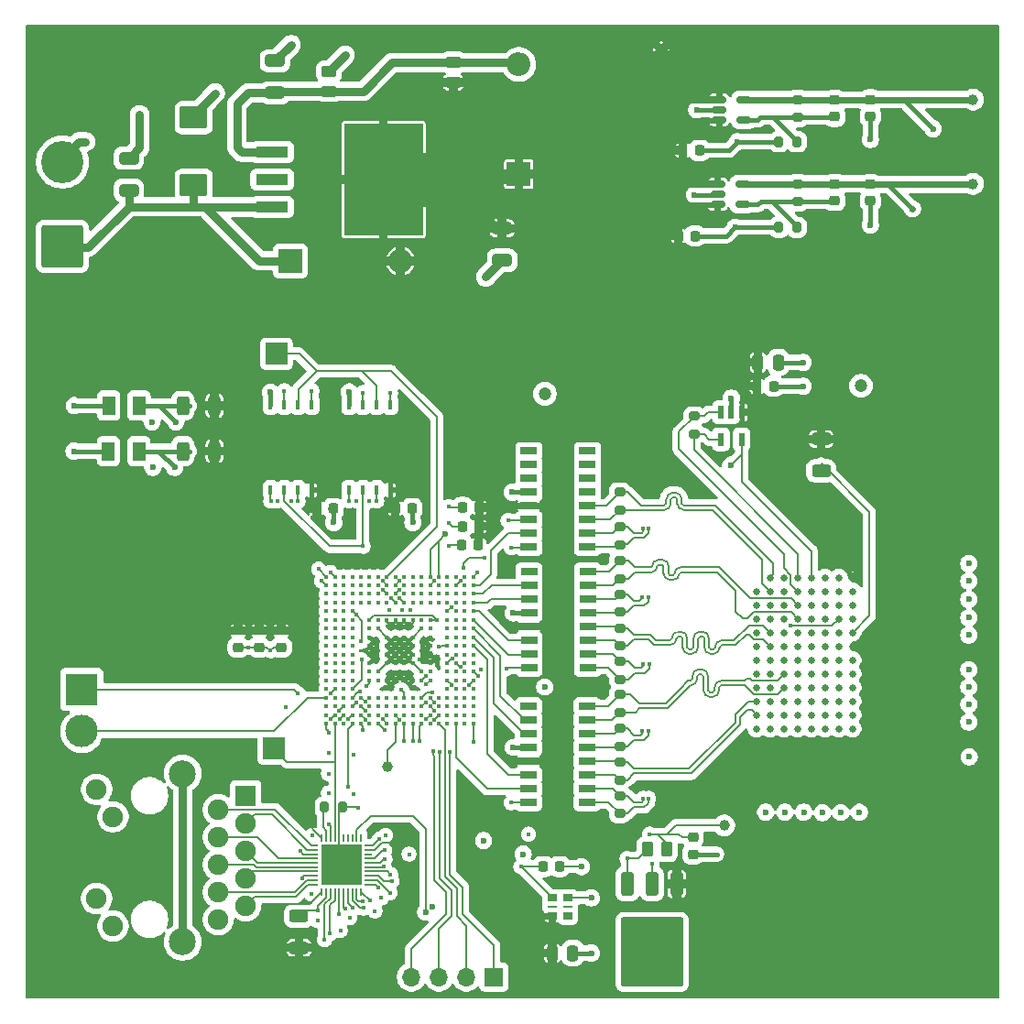
<source format=gbr>
%TF.GenerationSoftware,KiCad,Pcbnew,9.0.0*%
%TF.CreationDate,2025-02-27T19:38:35-05:00*%
%TF.ProjectId,S25-26,5332352d-3236-42e6-9b69-6361645f7063,rev?*%
%TF.SameCoordinates,Original*%
%TF.FileFunction,Copper,L1,Top*%
%TF.FilePolarity,Positive*%
%FSLAX46Y46*%
G04 Gerber Fmt 4.6, Leading zero omitted, Abs format (unit mm)*
G04 Created by KiCad (PCBNEW 9.0.0) date 2025-02-27 19:38:35*
%MOMM*%
%LPD*%
G01*
G04 APERTURE LIST*
G04 Aperture macros list*
%AMRoundRect*
0 Rectangle with rounded corners*
0 $1 Rounding radius*
0 $2 $3 $4 $5 $6 $7 $8 $9 X,Y pos of 4 corners*
0 Add a 4 corners polygon primitive as box body*
4,1,4,$2,$3,$4,$5,$6,$7,$8,$9,$2,$3,0*
0 Add four circle primitives for the rounded corners*
1,1,$1+$1,$2,$3*
1,1,$1+$1,$4,$5*
1,1,$1+$1,$6,$7*
1,1,$1+$1,$8,$9*
0 Add four rect primitives between the rounded corners*
20,1,$1+$1,$2,$3,$4,$5,0*
20,1,$1+$1,$4,$5,$6,$7,0*
20,1,$1+$1,$6,$7,$8,$9,0*
20,1,$1+$1,$8,$9,$2,$3,0*%
G04 Aperture macros list end*
%TA.AperFunction,SMDPad,CuDef*%
%ADD10R,7.250000X10.300000*%
%TD*%
%TA.AperFunction,SMDPad,CuDef*%
%ADD11R,3.000000X1.000000*%
%TD*%
%TA.AperFunction,SMDPad,CuDef*%
%ADD12RoundRect,0.225000X-0.250000X0.225000X-0.250000X-0.225000X0.250000X-0.225000X0.250000X0.225000X0*%
%TD*%
%TA.AperFunction,SMDPad,CuDef*%
%ADD13C,1.000000*%
%TD*%
%TA.AperFunction,ComponentPad*%
%ADD14R,3.000000X3.000000*%
%TD*%
%TA.AperFunction,ComponentPad*%
%ADD15C,3.000000*%
%TD*%
%TA.AperFunction,ComponentPad*%
%ADD16C,1.900000*%
%TD*%
%TA.AperFunction,ComponentPad*%
%ADD17R,1.900000X1.900000*%
%TD*%
%TA.AperFunction,ComponentPad*%
%ADD18C,2.500000*%
%TD*%
%TA.AperFunction,SMDPad,CuDef*%
%ADD19RoundRect,0.200000X0.200000X0.275000X-0.200000X0.275000X-0.200000X-0.275000X0.200000X-0.275000X0*%
%TD*%
%TA.AperFunction,SMDPad,CuDef*%
%ADD20R,0.450000X0.850000*%
%TD*%
%TA.AperFunction,SMDPad,CuDef*%
%ADD21RoundRect,0.250000X-0.312500X-0.625000X0.312500X-0.625000X0.312500X0.625000X-0.312500X0.625000X0*%
%TD*%
%TA.AperFunction,SMDPad,CuDef*%
%ADD22RoundRect,0.250000X-0.250000X-0.475000X0.250000X-0.475000X0.250000X0.475000X-0.250000X0.475000X0*%
%TD*%
%TA.AperFunction,SMDPad,CuDef*%
%ADD23RoundRect,0.250000X-0.350000X0.850000X-0.350000X-0.850000X0.350000X-0.850000X0.350000X0.850000X0*%
%TD*%
%TA.AperFunction,SMDPad,CuDef*%
%ADD24RoundRect,0.250000X-1.125000X1.275000X-1.125000X-1.275000X1.125000X-1.275000X1.125000X1.275000X0*%
%TD*%
%TA.AperFunction,SMDPad,CuDef*%
%ADD25RoundRect,0.249997X-2.650003X2.950003X-2.650003X-2.950003X2.650003X-2.950003X2.650003X2.950003X0*%
%TD*%
%TA.AperFunction,SMDPad,CuDef*%
%ADD26RoundRect,0.250000X-0.262500X-0.450000X0.262500X-0.450000X0.262500X0.450000X-0.262500X0.450000X0*%
%TD*%
%TA.AperFunction,SMDPad,CuDef*%
%ADD27RoundRect,0.250000X1.025000X-0.787500X1.025000X0.787500X-1.025000X0.787500X-1.025000X-0.787500X0*%
%TD*%
%TA.AperFunction,SMDPad,CuDef*%
%ADD28RoundRect,0.250000X-0.625000X0.312500X-0.625000X-0.312500X0.625000X-0.312500X0.625000X0.312500X0*%
%TD*%
%TA.AperFunction,ComponentPad*%
%ADD29RoundRect,0.250002X1.699998X-1.699998X1.699998X1.699998X-1.699998X1.699998X-1.699998X-1.699998X0*%
%TD*%
%TA.AperFunction,ComponentPad*%
%ADD30C,3.900000*%
%TD*%
%TA.AperFunction,SMDPad,CuDef*%
%ADD31RoundRect,0.250000X0.650000X-0.325000X0.650000X0.325000X-0.650000X0.325000X-0.650000X-0.325000X0*%
%TD*%
%TA.AperFunction,SMDPad,CuDef*%
%ADD32R,0.600000X1.200000*%
%TD*%
%TA.AperFunction,SMDPad,CuDef*%
%ADD33RoundRect,0.200000X0.275000X-0.200000X0.275000X0.200000X-0.275000X0.200000X-0.275000X-0.200000X0*%
%TD*%
%TA.AperFunction,SMDPad,CuDef*%
%ADD34RoundRect,0.150000X-0.512500X-0.150000X0.512500X-0.150000X0.512500X0.150000X-0.512500X0.150000X0*%
%TD*%
%TA.AperFunction,SMDPad,CuDef*%
%ADD35R,2.000000X2.000000*%
%TD*%
%TA.AperFunction,SMDPad,CuDef*%
%ADD36R,1.150000X1.800000*%
%TD*%
%TA.AperFunction,SMDPad,CuDef*%
%ADD37RoundRect,0.250000X0.450000X-0.262500X0.450000X0.262500X-0.450000X0.262500X-0.450000X-0.262500X0*%
%TD*%
%TA.AperFunction,SMDPad,CuDef*%
%ADD38RoundRect,0.225000X-0.225000X-0.250000X0.225000X-0.250000X0.225000X0.250000X-0.225000X0.250000X0*%
%TD*%
%TA.AperFunction,SMDPad,CuDef*%
%ADD39RoundRect,0.250000X0.625000X-0.312500X0.625000X0.312500X-0.625000X0.312500X-0.625000X-0.312500X0*%
%TD*%
%TA.AperFunction,SMDPad,CuDef*%
%ADD40RoundRect,0.225000X0.225000X0.250000X-0.225000X0.250000X-0.225000X-0.250000X0.225000X-0.250000X0*%
%TD*%
%TA.AperFunction,SMDPad,CuDef*%
%ADD41R,1.525000X0.650000*%
%TD*%
%TA.AperFunction,SMDPad,CuDef*%
%ADD42C,0.410000*%
%TD*%
%TA.AperFunction,SMDPad,CuDef*%
%ADD43RoundRect,0.250000X-0.650000X0.325000X-0.650000X-0.325000X0.650000X-0.325000X0.650000X0.325000X0*%
%TD*%
%TA.AperFunction,SMDPad,CuDef*%
%ADD44RoundRect,0.200000X-0.275000X0.200000X-0.275000X-0.200000X0.275000X-0.200000X0.275000X0.200000X0*%
%TD*%
%TA.AperFunction,ComponentPad*%
%ADD45R,2.200000X2.200000*%
%TD*%
%TA.AperFunction,ComponentPad*%
%ADD46O,2.200000X2.200000*%
%TD*%
%TA.AperFunction,SMDPad,CuDef*%
%ADD47R,0.800000X0.200000*%
%TD*%
%TA.AperFunction,SMDPad,CuDef*%
%ADD48R,0.200000X0.800000*%
%TD*%
%TA.AperFunction,SMDPad,CuDef*%
%ADD49R,3.800000X3.800000*%
%TD*%
%TA.AperFunction,SMDPad,CuDef*%
%ADD50R,0.850000X0.650000*%
%TD*%
%TA.AperFunction,SMDPad,CuDef*%
%ADD51R,0.850000X0.250000*%
%TD*%
%TA.AperFunction,ComponentPad*%
%ADD52R,1.700000X1.700000*%
%TD*%
%TA.AperFunction,ComponentPad*%
%ADD53O,1.700000X1.700000*%
%TD*%
%TA.AperFunction,ComponentPad*%
%ADD54C,0.640000*%
%TD*%
%TA.AperFunction,ViaPad*%
%ADD55C,0.400000*%
%TD*%
%TA.AperFunction,ViaPad*%
%ADD56C,0.600000*%
%TD*%
%TA.AperFunction,ViaPad*%
%ADD57C,1.200000*%
%TD*%
%TA.AperFunction,Conductor*%
%ADD58C,0.200000*%
%TD*%
%TA.AperFunction,Conductor*%
%ADD59C,5.000000*%
%TD*%
%TA.AperFunction,Conductor*%
%ADD60C,0.400000*%
%TD*%
%TA.AperFunction,Conductor*%
%ADD61C,0.600000*%
%TD*%
%TA.AperFunction,Conductor*%
%ADD62C,0.800000*%
%TD*%
G04 APERTURE END LIST*
D10*
%TO.P,IC3,4,VOUT_TAB*%
%TO.N,+3V3*%
X141500000Y-64500000D03*
D11*
%TO.P,IC3,3,VIN*%
%TO.N,/Voltage Regulation/DC_LINE_IN_28V*%
X131200000Y-67040000D03*
%TO.P,IC3,2,VOUT_NOPAD*%
%TO.N,unconnected-(IC3-VOUT_NOPAD-Pad2)*%
X131200000Y-64500000D03*
%TO.P,IC3,1,ADJ*%
%TO.N,Net-(D2-A)*%
X131200000Y-61960000D03*
%TD*%
D12*
%TO.P,C28,1*%
%TO.N,+3V*%
X186500000Y-57100000D03*
%TO.P,C28,2*%
%TO.N,GND*%
X186500000Y-58650000D03*
%TD*%
D13*
%TO.P,2V1,1,1*%
%TO.N,+2V1*%
X196000000Y-64900000D03*
%TD*%
D14*
%TO.P,J3,1,Pin_1*%
%TO.N,/SCB3_RX*%
X113600000Y-111620000D03*
D15*
%TO.P,J3,2,Pin_2*%
%TO.N,/SCB3_TX*%
X113600000Y-115500000D03*
%TD*%
D16*
%TO.P,J4,L1*%
%TO.N,/PHY_LED0*%
X116495000Y-133500000D03*
%TO.P,J4,L2*%
%TO.N,GND*%
X114975000Y-130960000D03*
%TO.P,J4,L3*%
%TO.N,/PHY_LED0*%
X116495000Y-123390000D03*
%TO.P,J4,L4*%
%TO.N,GND*%
X114975000Y-120850000D03*
D17*
%TO.P,J4,R1,CT*%
%TO.N,unconnected-(J4-CT-PadR1)*%
X128765000Y-121460000D03*
D16*
%TO.P,J4,R2,TD1+*%
%TO.N,/BI_DA_P*%
X126225000Y-122730000D03*
%TO.P,J4,R3,TD1-*%
%TO.N,/BI_DA_N*%
X128765000Y-124000000D03*
%TO.P,J4,R4,TD2+*%
%TO.N,/BI_DB_P*%
X126225000Y-125270000D03*
%TO.P,J4,R5,TD2-*%
%TO.N,/BI_DB_N*%
X128765000Y-126540000D03*
%TO.P,J4,R6,TD3+*%
%TO.N,/BI_DC_P*%
X126225000Y-127810000D03*
%TO.P,J4,R7,TD3-*%
%TO.N,/BI_DC_N*%
X128765000Y-129080000D03*
%TO.P,J4,R8,TD4+*%
%TO.N,/BI_DD_P*%
X126225000Y-130350000D03*
%TO.P,J4,R9,TD4-*%
%TO.N,/BI_DD_N*%
X128765000Y-131620000D03*
%TO.P,J4,R10,GND*%
%TO.N,GND*%
X126225000Y-132890000D03*
D18*
%TO.P,J4,SH,SH*%
%TO.N,unconnected-(J4-PadSH)*%
X122925000Y-119400000D03*
X122925000Y-134950000D03*
%TD*%
D19*
%TO.P,RP3_2,1*%
%TO.N,Net-(U2-FB)*%
X179700000Y-68900000D03*
%TO.P,RP3_2,2*%
%TO.N,GND*%
X178050000Y-68900000D03*
%TD*%
D20*
%TO.P,IC4,1,CS#*%
%TO.N,/Processing/QSPI_SEL0*%
X134870000Y-85300000D03*
%TO.P,IC4,2,SO/IO1*%
%TO.N,/Processing/QSPI_IO1*%
X133600000Y-85300000D03*
%TO.P,IC4,3,WP#/IO2*%
%TO.N,/Processing/QSPI_IO2*%
X132330000Y-85300000D03*
%TO.P,IC4,4,VSS*%
%TO.N,GND*%
X131060000Y-85300000D03*
%TO.P,IC4,5,SI/IO0*%
%TO.N,/Processing/QSPI_IO0*%
X131060000Y-93200000D03*
%TO.P,IC4,6,SCK*%
%TO.N,/Processing/QSPI_SCLK*%
X132330000Y-93200000D03*
%TO.P,IC4,7,HOLD#/IO3*%
%TO.N,/Processing/QSPI_IO3*%
X133600000Y-93200000D03*
%TO.P,IC4,8,VCC*%
%TO.N,+3V3*%
X134870000Y-93200000D03*
%TD*%
D21*
%TO.P,R1,1*%
%TO.N,/Processing/TEMPR_ADC0 (P6.0)*%
X122937500Y-85400000D03*
%TO.P,R1,2*%
%TO.N,+3V3*%
X125862500Y-85400000D03*
%TD*%
D22*
%TO.P,C63,1*%
%TO.N,+3V3*%
X176100000Y-81400000D03*
%TO.P,C63,2*%
%TO.N,GND*%
X178000000Y-81400000D03*
%TD*%
D23*
%TO.P,Q1,1,C*%
%TO.N,+3V3*%
X168600000Y-129600000D03*
%TO.P,Q1,2,B*%
%TO.N,/Processing/DRV_VOUT*%
X166320000Y-129600000D03*
%TO.P,Q1,3,E*%
%TO.N,/Processing/EXT_PS_CTL0*%
X164040000Y-129600000D03*
D24*
%TO.P,Q1,4*%
%TO.N,N/C*%
X167845000Y-134225000D03*
X164795000Y-134225000D03*
D25*
X166320000Y-135900000D03*
D24*
X167845000Y-137575000D03*
X164795000Y-137575000D03*
%TD*%
D19*
%TO.P,R3,1*%
%TO.N,GND*%
X137700000Y-122500000D03*
%TO.P,R3,2*%
%TO.N,Net-(IC2-RCAL)*%
X136050000Y-122500000D03*
%TD*%
D13*
%TO.P,3V3,1,1*%
%TO.N,+3V3*%
X167200000Y-52500000D03*
%TD*%
%TO.P,VCORE1,1,1*%
%TO.N,/Processing/EXT_PS_CTL1*%
X173000000Y-124200000D03*
%TD*%
D21*
%TO.P,R2,1*%
%TO.N,/Processing/TEMPR_ADC1 (P6.1)*%
X122937500Y-89600000D03*
%TO.P,R2,2*%
%TO.N,+3V3*%
X125862500Y-89600000D03*
%TD*%
D26*
%TO.P,R6,1*%
%TO.N,/Processing/EXT_PS_CTL0*%
X165875000Y-126400000D03*
%TO.P,R6,2*%
%TO.N,/Processing/EXT_PS_CTL1*%
X167700000Y-126400000D03*
%TD*%
D27*
%TO.P,C21,1*%
%TO.N,/Voltage Regulation/DC_LINE_IN_28V*%
X123950000Y-65000000D03*
%TO.P,C21,2*%
%TO.N,GND*%
X123950000Y-58775000D03*
%TD*%
D12*
%TO.P,C48,1*%
%TO.N,+3V3*%
X132050000Y-106175000D03*
%TO.P,C48,2*%
%TO.N,GND*%
X132050000Y-107725000D03*
%TD*%
D28*
%TO.P,R5,1*%
%TO.N,+3V3*%
X181950000Y-88487500D03*
%TO.P,R5,2*%
%TO.N,/CMOS_RESET_N*%
X181950000Y-91412500D03*
%TD*%
D29*
%TO.P,J1,1*%
%TO.N,/Voltage Regulation/DC_LINE_IN_28V*%
X111825000Y-70675000D03*
D30*
%TO.P,J1,2*%
%TO.N,GND*%
X111825000Y-62875000D03*
%TD*%
D12*
%TO.P,C26,1*%
%TO.N,+2V1*%
X183200000Y-64900000D03*
%TO.P,C26,2*%
%TO.N,Net-(U2-FB)*%
X183200000Y-66450000D03*
%TD*%
%TO.P,C30,1*%
%TO.N,+3V3*%
X128050000Y-106175000D03*
%TO.P,C30,2*%
%TO.N,GND*%
X128050000Y-107725000D03*
%TD*%
D31*
%TO.P,Cin1,1*%
%TO.N,/Voltage Regulation/DC_LINE_IN_28V*%
X117950000Y-65475000D03*
%TO.P,Cin1,2*%
%TO.N,GND*%
X117950000Y-62525000D03*
%TD*%
D19*
%TO.P,RP2_2,1*%
%TO.N,Net-(U1-FB)*%
X179700000Y-61000000D03*
%TO.P,RP2_2,2*%
%TO.N,GND*%
X178050000Y-61000000D03*
%TD*%
D32*
%TO.P,IC7,1,VDD*%
%TO.N,+3V3*%
X174600000Y-86000000D03*
%TO.P,IC7,2,GND*%
%TO.N,GND*%
X173650000Y-86000000D03*
%TO.P,IC7,3,OUT-*%
%TO.N,/CMOS_CLK_IN_N*%
X172700000Y-86000000D03*
%TO.P,IC7,4,OUT+*%
%TO.N,/CMOS_CLK_IN_P*%
X172700000Y-88500000D03*
%TO.P,IC7,5,TTL_IN*%
%TO.N,/CMOS_MASTER_CLK*%
X174600000Y-88500000D03*
%TD*%
D33*
%TO.P,RLVDS3,1*%
%TO.N,/LVDS Conversion/LVDS_CH15_P*%
X163332000Y-119995000D03*
%TO.P,RLVDS3,2*%
%TO.N,/LVDS Conversion/LVDS_CH15_N*%
X163332000Y-118345000D03*
%TD*%
%TO.P,RLVDS11,1*%
%TO.N,/LVDS Conversion/LVDS_CTR_OUT_P*%
X163334000Y-95035000D03*
%TO.P,RLVDS11,2*%
%TO.N,/LVDS Conversion/LVDS_CTR_OUT_N*%
X163334000Y-93385000D03*
%TD*%
D34*
%TO.P,U2,1,IN*%
%TO.N,+3V3*%
X172400000Y-64900000D03*
%TO.P,U2,2,GND*%
%TO.N,GND*%
X172400000Y-65850000D03*
%TO.P,U2,3,EN*%
%TO.N,+3V3*%
X172400000Y-66800000D03*
%TO.P,U2,4,FB*%
%TO.N,Net-(U2-FB)*%
X174675000Y-66800000D03*
%TO.P,U2,5,OUT*%
%TO.N,+2V1*%
X174675000Y-64900000D03*
%TD*%
D35*
%TO.P,TP11,1,1*%
%TO.N,/Processing/QSPI_IO1*%
X131600000Y-80600000D03*
%TD*%
D33*
%TO.P,RLVDS7,1*%
%TO.N,/LVDS Conversion/LVDS_CH07_P*%
X163346000Y-107590000D03*
%TO.P,RLVDS7,2*%
%TO.N,/LVDS Conversion/LVDS_CH07_N*%
X163346000Y-105940000D03*
%TD*%
D36*
%TO.P,TR2,1,1*%
%TO.N,/Processing/TEMPR_ADC1 (P6.1)*%
X118875000Y-89600000D03*
%TO.P,TR2,2,2*%
%TO.N,GND*%
X116075000Y-89600000D03*
%TD*%
D37*
%TO.P,RP1_1,1*%
%TO.N,Net-(D2-A)*%
X136450000Y-56325000D03*
%TO.P,RP1_1,2*%
%TO.N,GND*%
X136450000Y-54500000D03*
%TD*%
D13*
%TO.P,3V0,1,1*%
%TO.N,+3V*%
X196000000Y-57100000D03*
%TD*%
D38*
%TO.P,C37,1*%
%TO.N,/Processing/ECO_IN*%
X156225000Y-128000000D03*
%TO.P,C37,2*%
%TO.N,GND*%
X157775000Y-128000000D03*
%TD*%
D39*
%TO.P,R4,1*%
%TO.N,+3V3*%
X133675000Y-135500000D03*
%TO.P,R4,2*%
%TO.N,/HRSTN*%
X133675000Y-132575000D03*
%TD*%
D20*
%TO.P,IC5,1,CS#*%
%TO.N,/Processing/QSPI_SEL1*%
X142140000Y-85300000D03*
%TO.P,IC5,2,SO/IO1*%
%TO.N,/Processing/QSPI_IO1*%
X140870000Y-85300000D03*
%TO.P,IC5,3,WP#/IO2*%
%TO.N,/Processing/QSPI_IO2*%
X139600000Y-85300000D03*
%TO.P,IC5,4,VSS*%
%TO.N,GND*%
X138330000Y-85300000D03*
%TO.P,IC5,5,SI/IO0*%
%TO.N,/Processing/QSPI_IO0*%
X138330000Y-93200000D03*
%TO.P,IC5,6,SCK*%
%TO.N,/Processing/QSPI_SCLK*%
X139600000Y-93200000D03*
%TO.P,IC5,7,HOLD#/IO3*%
%TO.N,/Processing/QSPI_IO3*%
X140870000Y-93200000D03*
%TO.P,IC5,8,VCC*%
%TO.N,+3V3*%
X142140000Y-93200000D03*
%TD*%
D40*
%TO.P,C55,1*%
%TO.N,+3V3*%
X150350000Y-94800000D03*
%TO.P,C55,2*%
%TO.N,GND*%
X148800000Y-94800000D03*
%TD*%
D12*
%TO.P,C27,1*%
%TO.N,+2V1*%
X186500000Y-64925000D03*
%TO.P,C27,2*%
%TO.N,GND*%
X186500000Y-66475000D03*
%TD*%
D38*
%TO.P,C23,1*%
%TO.N,+3V3*%
X169150000Y-61800000D03*
%TO.P,C23,2*%
%TO.N,GND*%
X170700000Y-61800000D03*
%TD*%
D33*
%TO.P,RLVDS8,1*%
%TO.N,/LVDS Conversion/LVDS_CH05_N*%
X163346000Y-104490000D03*
%TO.P,RLVDS8,2*%
%TO.N,/LVDS Conversion/LVDS_CH05_P*%
X163346000Y-102840000D03*
%TD*%
D38*
%TO.P,C64,1*%
%TO.N,+3V3*%
X176000000Y-83600000D03*
%TO.P,C64,2*%
%TO.N,GND*%
X177550000Y-83600000D03*
%TD*%
D33*
%TO.P,RLVDS6,1*%
%TO.N,/LVDS Conversion/LVDS_CH09_N*%
X163346000Y-110690000D03*
%TO.P,RLVDS6,2*%
%TO.N,/LVDS Conversion/LVDS_CH09_P*%
X163346000Y-109040000D03*
%TD*%
D41*
%TO.P,IC9,1,RIN1-*%
%TO.N,/LVDS Conversion/LVDS_CH09_N*%
X160370000Y-109630000D03*
%TO.P,IC9,2,RIN1+*%
%TO.N,/LVDS Conversion/LVDS_CH09_P*%
X160370000Y-108360000D03*
%TO.P,IC9,3,RIN2+*%
%TO.N,/LVDS Conversion/LVDS_CH07_P*%
X160370000Y-107090000D03*
%TO.P,IC9,4,RIN2-*%
%TO.N,/LVDS Conversion/LVDS_CH07_N*%
X160370000Y-105820000D03*
%TO.P,IC9,5,RIN3-*%
%TO.N,/LVDS Conversion/LVDS_CH05_N*%
X160370000Y-104550000D03*
%TO.P,IC9,6,RIN3+*%
%TO.N,/LVDS Conversion/LVDS_CH05_P*%
X160370000Y-103280000D03*
%TO.P,IC9,7,RIN4+*%
%TO.N,/LVDS Conversion/LVDS_CH03_P*%
X160370000Y-102010000D03*
%TO.P,IC9,8,RIN4-*%
%TO.N,/LVDS Conversion/LVDS_CH03_N*%
X160370000Y-100740000D03*
%TO.P,IC9,9,EN~*%
%TO.N,unconnected-(IC9-EN~-Pad9)*%
X154946000Y-100740000D03*
%TO.P,IC9,10,ROUT4*%
%TO.N,/LVDS Conversion/CMOS_CH03*%
X154946000Y-102010000D03*
%TO.P,IC9,11,ROUT3*%
%TO.N,/LVDS Conversion/CMOS_CH05*%
X154946000Y-103280000D03*
%TO.P,IC9,12,GND*%
%TO.N,GND*%
X154946000Y-104550000D03*
%TO.P,IC9,13,VCC*%
%TO.N,+3V3*%
X154946000Y-105820000D03*
%TO.P,IC9,14,ROUT2*%
%TO.N,/LVDS Conversion/CMOS_CH07*%
X154946000Y-107090000D03*
%TO.P,IC9,15,ROUT1*%
%TO.N,/LVDS Conversion/CMOS_CH09*%
X154946000Y-108360000D03*
%TO.P,IC9,16,EN*%
%TO.N,/LVDS Conversion/LVDS_RECV_EN*%
X154946000Y-109630000D03*
%TD*%
D33*
%TO.P,RLVDS9,1*%
%TO.N,/LVDS Conversion/LVDS_CH03_P*%
X163346000Y-101390000D03*
%TO.P,RLVDS9,2*%
%TO.N,/LVDS Conversion/LVDS_CH03_N*%
X163346000Y-99740000D03*
%TD*%
D31*
%TO.P,C22,1*%
%TO.N,Net-(D2-A)*%
X131450000Y-56475000D03*
%TO.P,C22,2*%
%TO.N,GND*%
X131450000Y-53525000D03*
%TD*%
D42*
%TO.P,IC6,A1,VSSD_1*%
%TO.N,GND*%
X149800000Y-101200000D03*
%TO.P,IC6,A2,P6.5*%
%TO.N,/LVDS Conversion/CMOS_CH01*%
X149800000Y-102000000D03*
%TO.P,IC6,A3,P6.2*%
%TO.N,/LVDS Conversion/CMOS_CH03*%
X149800000Y-102800000D03*
%TO.P,IC6,A4,P31.2*%
%TO.N,/LVDS Conversion/CMOS_CH05*%
X149800000Y-103600000D03*
%TO.P,IC6,A5,P31.0*%
%TO.N,/LVDS Conversion/CMOS_CH07*%
X149800000Y-104400000D03*
%TO.P,IC6,A6,P5.0*%
%TO.N,/LVDS Conversion/CMOS_CH09*%
X149800000Y-105200000D03*
%TO.P,IC6,A7,P4.4*%
%TO.N,/LVDS Conversion/CMOS_CH11*%
X149800000Y-106000000D03*
%TO.P,IC6,A8,P4.0*%
%TO.N,/LVDS Conversion/CMOS_CH13*%
X149800000Y-106800000D03*
%TO.P,IC6,A9,P29.5*%
%TO.N,/LVDS Conversion/CMOS_CH15*%
X149800000Y-107600000D03*
%TO.P,IC6,A10,P29.1*%
%TO.N,unconnected-(IC6B-P29.1-PadA10)*%
X149800000Y-108400000D03*
%TO.P,IC6,A11,P29.0*%
%TO.N,unconnected-(IC6B-P29.0-PadA11)*%
X149800000Y-109200000D03*
%TO.P,IC6,A12,P3.1*%
%TO.N,/ETH0_MDC*%
X149800000Y-110000000D03*
%TO.P,IC6,A13,P3.0*%
%TO.N,/ETH0_MDIO*%
X149800000Y-110800000D03*
%TO.P,IC6,A14,P2.0*%
%TO.N,unconnected-(IC6B-P2.0-PadA14)*%
X149800000Y-111600000D03*
%TO.P,IC6,A15,P1.1*%
%TO.N,unconnected-(IC6B-P1.1-PadA15)*%
X149800000Y-112400000D03*
%TO.P,IC6,A16,P1.0*%
%TO.N,unconnected-(IC6B-P1.0-PadA16)*%
X149800000Y-113200000D03*
%TO.P,IC6,A17,P0.2*%
%TO.N,/Processing/SCB0_CLK*%
X149800000Y-114000000D03*
%TO.P,IC6,A18,VSSD_2*%
%TO.N,GND*%
X149800000Y-114800000D03*
%TO.P,IC6,B1,P6.7*%
%TO.N,unconnected-(IC6B-P6.7-PadB1)*%
X149000000Y-101200000D03*
%TO.P,IC6,B2,P6.6*%
%TO.N,unconnected-(IC6B-P6.6-PadB2)*%
X149000000Y-102000000D03*
%TO.P,IC6,B3,P6.3*%
%TO.N,unconnected-(IC6B-P6.3-PadB3)*%
X149000000Y-102800000D03*
%TO.P,IC6,B4,P6.0*%
%TO.N,unconnected-(IC6B-P6.0-PadB4)*%
X149000000Y-103600000D03*
%TO.P,IC6,B5,P31.1*%
%TO.N,unconnected-(IC6B-P31.1-PadB5)*%
X149000000Y-104400000D03*
%TO.P,IC6,B6,P5.1*%
%TO.N,unconnected-(IC6B-P5.1-PadB6)*%
X149000000Y-105200000D03*
%TO.P,IC6,B7,P30.0*%
%TO.N,unconnected-(IC6B-P30.0-PadB7)*%
X149000000Y-106000000D03*
%TO.P,IC6,B8,P4.1*%
%TO.N,unconnected-(IC6B-P4.1-PadB8)*%
X149000000Y-106800000D03*
%TO.P,IC6,B9,P29.6*%
%TO.N,unconnected-(IC6B-P29.6-PadB9)*%
X149000000Y-107600000D03*
%TO.P,IC6,B10,P29.2*%
%TO.N,unconnected-(IC6B-P29.2-PadB10)*%
X149000000Y-108400000D03*
%TO.P,IC6,B11,P3.5*%
%TO.N,unconnected-(IC6B-P3.5-PadB11)*%
X149000000Y-109200000D03*
%TO.P,IC6,B12,P3.2*%
%TO.N,unconnected-(IC6B-P3.2-PadB12)*%
X149000000Y-110000000D03*
%TO.P,IC6,B13,P2.4*%
%TO.N,unconnected-(IC6B-P2.4-PadB13)*%
X149000000Y-110800000D03*
%TO.P,IC6,B14,P2.1*%
%TO.N,unconnected-(IC6B-P2.1-PadB14)*%
X149000000Y-111600000D03*
%TO.P,IC6,B15,P1.2*%
%TO.N,unconnected-(IC6B-P1.2-PadB15)*%
X149000000Y-112400000D03*
%TO.P,IC6,B16,P0.3*%
%TO.N,/Processing/SCB0_SEL0*%
X149000000Y-113200000D03*
%TO.P,IC6,B17,P0.1*%
%TO.N,/Processing/SCB0_MOSI*%
X149000000Y-114000000D03*
%TO.P,IC6,B18,P0.0*%
%TO.N,/Processing/SCB0_MISO*%
X149000000Y-114800000D03*
%TO.P,IC6,C1,P32.0*%
%TO.N,unconnected-(IC6B-P32.0-PadC1)*%
X148200000Y-101200000D03*
%TO.P,IC6,C2,P32.1*%
%TO.N,/LVDS Conversion/CMOS_CTR_OUT*%
X148200000Y-102000000D03*
%TO.P,IC6,C3,P6.4*%
%TO.N,unconnected-(IC6B-P6.4-PadC3)*%
X148200000Y-102800000D03*
%TO.P,IC6,C4,P6.1*%
%TO.N,unconnected-(IC6B-P6.1-PadC4)*%
X148200000Y-103600000D03*
%TO.P,IC6,C5,P5.4*%
%TO.N,unconnected-(IC6B-P5.4-PadC5)*%
X148200000Y-104400000D03*
%TO.P,IC6,C6,P5.2*%
%TO.N,unconnected-(IC6B-P5.2-PadC6)*%
X148200000Y-105200000D03*
%TO.P,IC6,C7,P30.1*%
%TO.N,unconnected-(IC6B-P30.1-PadC7)*%
X148200000Y-106000000D03*
%TO.P,IC6,C8,P4.2*%
%TO.N,unconnected-(IC6B-P4.2-PadC8)*%
X148200000Y-106800000D03*
%TO.P,IC6,C9,P29.7*%
%TO.N,unconnected-(IC6B-P29.7-PadC9)*%
X148200000Y-107600000D03*
%TO.P,IC6,C10,P29.3*%
%TO.N,unconnected-(IC6B-P29.3-PadC10)*%
X148200000Y-108400000D03*
%TO.P,IC6,C11,P3.6*%
%TO.N,/CMOS_RESET_N*%
X148200000Y-109200000D03*
%TO.P,IC6,C12,P3.3*%
%TO.N,unconnected-(IC6B-P3.3-PadC12)*%
X148200000Y-110000000D03*
%TO.P,IC6,C13,P2.5*%
%TO.N,unconnected-(IC6B-P2.5-PadC13)*%
X148200000Y-110800000D03*
%TO.P,IC6,C14,P2.2*%
%TO.N,unconnected-(IC6B-P2.2-PadC14)*%
X148200000Y-111600000D03*
%TO.P,IC6,C15,P1.3*%
%TO.N,unconnected-(IC6B-P1.3-PadC15)*%
X148200000Y-112400000D03*
%TO.P,IC6,C16,P28.7*%
%TO.N,unconnected-(IC6B-P28.7-PadC16)*%
X148200000Y-113200000D03*
%TO.P,IC6,C17,P28.6*%
%TO.N,unconnected-(IC6B-P28.6-PadC17)*%
X148200000Y-114000000D03*
%TO.P,IC6,C18,P28.5*%
%TO.N,/LVDS Conversion/CMOS_CLK_OUT*%
X148200000Y-114800000D03*
%TO.P,IC6,D1,P32.2*%
%TO.N,unconnected-(IC6B-P32.2-PadD1)*%
X147400000Y-101200000D03*
%TO.P,IC6,D2,P32.3*%
%TO.N,unconnected-(IC6B-P32.3-PadD2)*%
X147400000Y-102000000D03*
%TO.P,IC6,D3,P32.4*%
%TO.N,unconnected-(IC6B-P32.4-PadD3)*%
X147400000Y-102800000D03*
%TO.P,IC6,D4,P32.5*%
%TO.N,unconnected-(IC6B-P32.5-PadD4)*%
X147400000Y-103600000D03*
%TO.P,IC6,D5,P5.5*%
%TO.N,/LVDS Conversion/LVDS_RECV_EN*%
X147400000Y-104400000D03*
%TO.P,IC6,D6,P5.3*%
%TO.N,unconnected-(IC6B-P5.3-PadD6)*%
X147400000Y-105200000D03*
%TO.P,IC6,D7,P30.2*%
%TO.N,unconnected-(IC6B-P30.2-PadD7)*%
X147400000Y-106000000D03*
%TO.P,IC6,D8,P4.3*%
%TO.N,unconnected-(IC6B-P4.3-PadD8)*%
X147400000Y-106800000D03*
%TO.P,IC6,D9,VSSD_3*%
%TO.N,GND*%
X147400000Y-107600000D03*
%TO.P,IC6,D10,P29.4*%
%TO.N,unconnected-(IC6B-P29.4-PadD10)*%
X147400000Y-108400000D03*
%TO.P,IC6,D11,P3.7*%
%TO.N,/FRAME_REQ*%
X147400000Y-109200000D03*
%TO.P,IC6,D12,P3.4*%
%TO.N,unconnected-(IC6B-P3.4-PadD12)*%
X147400000Y-110000000D03*
%TO.P,IC6,D13,P2.6*%
%TO.N,/HRSTN*%
X147400000Y-110800000D03*
%TO.P,IC6,D14,P2.3*%
%TO.N,unconnected-(IC6B-P2.3-PadD14)*%
X147400000Y-111600000D03*
%TO.P,IC6,D15,P1.4*%
%TO.N,unconnected-(IC6B-P1.4-PadD15)*%
X147400000Y-112400000D03*
%TO.P,IC6,D16,P28.4*%
%TO.N,unconnected-(IC6B-P28.4-PadD16)*%
X147400000Y-113200000D03*
%TO.P,IC6,D17,P28.3*%
%TO.N,unconnected-(IC6B-P28.3-PadD17)*%
X147400000Y-114000000D03*
%TO.P,IC6,D18,P28.2*%
%TO.N,unconnected-(IC6B-P28.2-PadD18)*%
X147400000Y-114800000D03*
%TO.P,IC6,E1,P7.0*%
%TO.N,/CMOS_MASTER_CLK*%
X146600000Y-101200000D03*
%TO.P,IC6,E2,P7.1*%
%TO.N,unconnected-(IC6B-P7.1-PadE2)*%
X146600000Y-102000000D03*
%TO.P,IC6,E3,P32.6*%
%TO.N,unconnected-(IC6B-P32.6-PadE3)*%
X146600000Y-102800000D03*
%TO.P,IC6,E4,P32.7*%
%TO.N,unconnected-(IC6B-P32.7-PadE4)*%
X146600000Y-103600000D03*
%TO.P,IC6,E15,P28.1*%
%TO.N,unconnected-(IC6B-P28.1-PadE15)*%
X146600000Y-112400000D03*
%TO.P,IC6,E16,P28.0*%
%TO.N,unconnected-(IC6B-P28.0-PadE16)*%
X146600000Y-113200000D03*
%TO.P,IC6,E17,P23.7*%
%TO.N,/JTAG_TDI*%
X146600000Y-114000000D03*
%TO.P,IC6,E18,P23.6*%
%TO.N,/JTAG_SWDIO*%
X146600000Y-114800000D03*
%TO.P,IC6,F1,P7.2*%
%TO.N,/CMOS_MASTER_CLK*%
X145800000Y-101200000D03*
%TO.P,IC6,F2,P7.3*%
%TO.N,/CMOS_SPI_EN*%
X145800000Y-102000000D03*
%TO.P,IC6,F3,P7.4*%
%TO.N,unconnected-(IC6B-P7.4-PadF3)*%
X145800000Y-102800000D03*
%TO.P,IC6,F4,P7.5*%
%TO.N,unconnected-(IC6B-P7.5-PadF4)*%
X145800000Y-103600000D03*
%TO.P,IC6,F6,VCCD_1*%
%TO.N,/Processing/EXT_PS_CTL1*%
X145800000Y-105200000D03*
%TO.P,IC6,F7,P30.3*%
%TO.N,unconnected-(IC6B-P30.3-PadF7)*%
X145800000Y-106000000D03*
%TO.P,IC6,F8,VDDD_1*%
%TO.N,+3V3*%
X145800000Y-106800000D03*
%TO.P,IC6,F9,VDDIO__1_1*%
X145800000Y-107600000D03*
%TO.P,IC6,F10,VDDIO__1_2*%
X145800000Y-108400000D03*
%TO.P,IC6,F11,VDDIO_1*%
X145800000Y-109200000D03*
%TO.P,IC6,F12,P2.7*%
%TO.N,unconnected-(IC6B-P2.7-PadF12)*%
X145800000Y-110000000D03*
%TO.P,IC6,F13,VCCD_2*%
%TO.N,/Processing/EXT_PS_CTL1*%
X145800000Y-110800000D03*
%TO.P,IC6,F15,P23.5*%
%TO.N,/JTAG_SWCLK*%
X145800000Y-112400000D03*
%TO.P,IC6,F16,P23.4*%
%TO.N,/JTAG_SWO*%
X145800000Y-113200000D03*
%TO.P,IC6,F17,P23.3*%
%TO.N,/ETH0_RX_CLK*%
X145800000Y-114000000D03*
%TO.P,IC6,F18,P22.3*%
%TO.N,unconnected-(IC6B-P22.3-PadF18)*%
X145800000Y-114800000D03*
%TO.P,IC6,G1,P7.6*%
%TO.N,unconnected-(IC6B-P7.6-PadG1)*%
X145000000Y-101200000D03*
%TO.P,IC6,G2,P7.7*%
%TO.N,unconnected-(IC6B-P7.7-PadG2)*%
X145000000Y-102000000D03*
%TO.P,IC6,G3,P8.0*%
%TO.N,unconnected-(IC6B-P8.0-PadG3)*%
X145000000Y-102800000D03*
%TO.P,IC6,G4,P8.1*%
%TO.N,unconnected-(IC6B-P8.1-PadG4)*%
X145000000Y-103600000D03*
%TO.P,IC6,G6,P8.2*%
%TO.N,unconnected-(IC6B-P8.2-PadG6)*%
X145000000Y-105200000D03*
%TO.P,IC6,G7,VSSD_4*%
%TO.N,GND*%
X145000000Y-106000000D03*
%TO.P,IC6,G12,VSSD_5*%
X145000000Y-110000000D03*
%TO.P,IC6,G13,P23.2*%
%TO.N,/CMOS_SPI_CLK*%
X145000000Y-110800000D03*
%TO.P,IC6,G15,P23.1*%
%TO.N,/CMOS_SPI_MOSI*%
X145000000Y-112400000D03*
%TO.P,IC6,G16,P23.0*%
%TO.N,/CMOS_SPI_MISO*%
X145000000Y-113200000D03*
%TO.P,IC6,G17,P22.7*%
%TO.N,unconnected-(IC6B-P22.7-PadG17)*%
X145000000Y-114000000D03*
%TO.P,IC6,G18,P22.2*%
%TO.N,/Processing/EXT_PS_CTL1*%
X145000000Y-114800000D03*
%TO.P,IC6,H1,P9.0*%
%TO.N,unconnected-(IC6B-P9.0-PadH1)*%
X144200000Y-101200000D03*
%TO.P,IC6,H2,P9.1*%
%TO.N,unconnected-(IC6B-P9.1-PadH2)*%
X144200000Y-102000000D03*
%TO.P,IC6,H3,P8.3*%
%TO.N,unconnected-(IC6B-P8.3-PadH3)*%
X144200000Y-102800000D03*
%TO.P,IC6,H4,P8.4*%
%TO.N,unconnected-(IC6B-P8.4-PadH4)*%
X144200000Y-103600000D03*
%TO.P,IC6,H6,VDDIO_3_1*%
%TO.N,+3V3*%
X144200000Y-105200000D03*
%TO.P,IC6,H8,VSSIO__3_1*%
%TO.N,GND*%
X144200000Y-106800000D03*
%TO.P,IC6,H9,VSSD_6*%
X144200000Y-107600000D03*
%TO.P,IC6,H10,VSSD_7*%
X144200000Y-108400000D03*
%TO.P,IC6,H11,VSSD_8*%
X144200000Y-109200000D03*
%TO.P,IC6,H13,VDDD_2*%
%TO.N,+3V3*%
X144200000Y-110800000D03*
%TO.P,IC6,H15,P22.6*%
%TO.N,unconnected-(IC6B-P22.6-PadH15)*%
X144200000Y-112400000D03*
%TO.P,IC6,H16,P22.5*%
%TO.N,unconnected-(IC6B-P22.5-PadH16)*%
X144200000Y-113200000D03*
%TO.P,IC6,H17,P22.4*%
%TO.N,unconnected-(IC6B-P22.4-PadH17)*%
X144200000Y-114000000D03*
%TO.P,IC6,H18,P22.1*%
%TO.N,/Processing/EXT_PS_CTL0*%
X144200000Y-114800000D03*
%TO.P,IC6,J1,P9.2*%
%TO.N,unconnected-(IC6B-P9.2-PadJ1)*%
X143400000Y-101200000D03*
%TO.P,IC6,J2,P9.3*%
%TO.N,unconnected-(IC6B-P9.3-PadJ2)*%
X143400000Y-102000000D03*
%TO.P,IC6,J3,P24.0*%
%TO.N,unconnected-(IC6B-P24.0-PadJ3)*%
X143400000Y-102800000D03*
%TO.P,IC6,J4,P24.1*%
%TO.N,/Processing/QSPI_SCLK*%
X143400000Y-103600000D03*
%TO.P,IC6,J6,VDDIO_3_2*%
%TO.N,+3V3*%
X143400000Y-105200000D03*
%TO.P,IC6,J8,VSSIO__3_2*%
%TO.N,GND*%
X143400000Y-106800000D03*
%TO.P,IC6,J9,VSSD_9*%
X143400000Y-107600000D03*
%TO.P,IC6,J10,VSSD_10*%
X143400000Y-108400000D03*
%TO.P,IC6,J11,VSSD_11*%
X143400000Y-109200000D03*
%TO.P,IC6,J13,VDDD_3*%
%TO.N,+3V3*%
X143400000Y-110800000D03*
%TO.P,IC6,J15,VSSD_12*%
%TO.N,GND*%
X143400000Y-112400000D03*
%TO.P,IC6,J16,P21.7*%
%TO.N,unconnected-(IC6B-P21.7-PadJ16)*%
X143400000Y-113200000D03*
%TO.P,IC6,J17,P21.6*%
%TO.N,unconnected-(IC6B-P21.6-PadJ17)*%
X143400000Y-114000000D03*
%TO.P,IC6,J18,DRV__VOUT*%
%TO.N,/Processing/DRV_VOUT*%
X143400000Y-114800000D03*
%TO.P,IC6,K1,P24.2*%
%TO.N,unconnected-(IC6B-P24.2-PadK1)*%
X142600000Y-101200000D03*
%TO.P,IC6,K2,P24.3*%
%TO.N,/Processing/QSPI_SEL0*%
X142600000Y-102000000D03*
%TO.P,IC6,K3,P24.4*%
%TO.N,/Processing/QSPI_SEL1*%
X142600000Y-102800000D03*
%TO.P,IC6,K4,P25.0*%
%TO.N,/Processing/QSPI_IO0*%
X142600000Y-103600000D03*
%TO.P,IC6,K6,VREFH*%
%TO.N,+3V3*%
X142600000Y-105200000D03*
%TO.P,IC6,K8,VREFL*%
%TO.N,GND*%
X142600000Y-106800000D03*
%TO.P,IC6,K9,VSSD_13*%
X142600000Y-107600000D03*
%TO.P,IC6,K10,VSSD_14*%
X142600000Y-108400000D03*
%TO.P,IC6,K11,VSSD_15*%
X142600000Y-109200000D03*
%TO.P,IC6,K13,VDDD_4*%
%TO.N,+3V3*%
X142600000Y-110800000D03*
%TO.P,IC6,K15,P20.7*%
%TO.N,unconnected-(IC6B-P20.7-PadK15)*%
X142600000Y-112400000D03*
%TO.P,IC6,K16,P20.6*%
%TO.N,unconnected-(IC6B-P20.6-PadK16)*%
X142600000Y-113200000D03*
%TO.P,IC6,K17,P21.5*%
%TO.N,/ETH0_RX_CTL*%
X142600000Y-114000000D03*
%TO.P,IC6,K18,XRES__L*%
%TO.N,Net-(IC6B-XRES__L)*%
X142600000Y-114800000D03*
%TO.P,IC6,L1,P25.1*%
%TO.N,/Processing/QSPI_IO1*%
X141800000Y-101200000D03*
%TO.P,IC6,L2,P25.2*%
%TO.N,/Processing/QSPI_IO2*%
X141800000Y-102000000D03*
%TO.P,IC6,L3,P25.3*%
%TO.N,/Processing/QSPI_IO3*%
X141800000Y-102800000D03*
%TO.P,IC6,L4,P25.4*%
%TO.N,unconnected-(IC6B-P25.4-PadL4)*%
X141800000Y-103600000D03*
%TO.P,IC6,L6,VDDA*%
%TO.N,+3V3*%
X141800000Y-105200000D03*
%TO.P,IC6,L8,VSSA*%
%TO.N,GND*%
X141800000Y-106800000D03*
%TO.P,IC6,L9,VSSIO__4_1*%
X141800000Y-107600000D03*
%TO.P,IC6,L10,VSSIO__4_2*%
X141800000Y-108400000D03*
%TO.P,IC6,L11,VSSD__1*%
X141800000Y-109200000D03*
%TO.P,IC6,L13,VDDD_5*%
%TO.N,+3V3*%
X141800000Y-110800000D03*
%TO.P,IC6,L15,P20.5*%
%TO.N,unconnected-(IC6B-P20.5-PadL15)*%
X141800000Y-112400000D03*
%TO.P,IC6,L16,P20.4*%
%TO.N,unconnected-(IC6B-P20.4-PadL16)*%
X141800000Y-113200000D03*
%TO.P,IC6,L17,P21.4*%
%TO.N,unconnected-(IC6B-P21.4-PadL17)*%
X141800000Y-114000000D03*
%TO.P,IC6,L18,VSSD__2_1*%
%TO.N,GND*%
X141800000Y-114800000D03*
%TO.P,IC6,M1,P10.0*%
%TO.N,unconnected-(IC6B-P10.0-PadM1)*%
X141000000Y-101200000D03*
%TO.P,IC6,M2,P25.5*%
%TO.N,unconnected-(IC6B-P25.5-PadM2)*%
X141000000Y-102000000D03*
%TO.P,IC6,M3,P25.6*%
%TO.N,unconnected-(IC6B-P25.6-PadM3)*%
X141000000Y-102800000D03*
%TO.P,IC6,M4,P25.7*%
%TO.N,unconnected-(IC6B-P25.7-PadM4)*%
X141000000Y-103600000D03*
%TO.P,IC6,M6,P11.0*%
%TO.N,unconnected-(IC6B-P11.0-PadM6)*%
X141000000Y-105200000D03*
%TO.P,IC6,M7,VSSD_16*%
%TO.N,GND*%
X141000000Y-106000000D03*
%TO.P,IC6,M12,VSSD_17*%
X141000000Y-110000000D03*
%TO.P,IC6,M13,P20.3*%
%TO.N,unconnected-(IC6B-P20.3-PadM13)*%
X141000000Y-110800000D03*
%TO.P,IC6,M15,P20.2*%
%TO.N,unconnected-(IC6B-P20.2-PadM15)*%
X141000000Y-112400000D03*
%TO.P,IC6,M16,P20.1*%
%TO.N,unconnected-(IC6B-P20.1-PadM16)*%
X141000000Y-113200000D03*
%TO.P,IC6,M17,P21.2*%
%TO.N,unconnected-(IC6B-P21.2-PadM17)*%
X141000000Y-114000000D03*
%TO.P,IC6,M18,P21.3*%
%TO.N,/Processing/ECO_IN*%
X141000000Y-114800000D03*
%TO.P,IC6,N1,P10.1*%
%TO.N,unconnected-(IC6B-P10.1-PadN1)*%
X140200000Y-101200000D03*
%TO.P,IC6,N2,P10.2*%
%TO.N,unconnected-(IC6B-P10.2-PadN2)*%
X140200000Y-102000000D03*
%TO.P,IC6,N3,P10.3*%
%TO.N,unconnected-(IC6B-P10.3-PadN3)*%
X140200000Y-102800000D03*
%TO.P,IC6,N4,P10.4*%
%TO.N,unconnected-(IC6B-P10.4-PadN4)*%
X140200000Y-103600000D03*
%TO.P,IC6,N6,VCCD_3*%
%TO.N,/Processing/EXT_PS_CTL1*%
X140200000Y-105200000D03*
%TO.P,IC6,N7,P14.5*%
%TO.N,unconnected-(IC6B-P14.5-PadN7)*%
X140200000Y-106000000D03*
%TO.P,IC6,N8,VDDIO__2*%
%TO.N,+3V3*%
X140200000Y-106800000D03*
%TO.P,IC6,N9,VDDIO__4*%
X140200000Y-107600000D03*
%TO.P,IC6,N10,VDDIO_4*%
X140200000Y-108400000D03*
%TO.P,IC6,N11,VDDD_6*%
X140200000Y-109200000D03*
%TO.P,IC6,N12,P16.7*%
%TO.N,unconnected-(IC6B-P16.7-PadN12)*%
X140200000Y-110000000D03*
%TO.P,IC6,N13,VCCD_4*%
%TO.N,/Processing/EXT_PS_CTL1*%
X140200000Y-110800000D03*
%TO.P,IC6,N15,P19.4*%
%TO.N,unconnected-(IC6B-P19.4-PadN15)*%
X140200000Y-112400000D03*
%TO.P,IC6,N16,P20.0*%
%TO.N,unconnected-(IC6B-P20.0-PadN16)*%
X140200000Y-113200000D03*
%TO.P,IC6,N17,P21.0*%
%TO.N,unconnected-(IC6B-P21.0-PadN17)*%
X140200000Y-114000000D03*
%TO.P,IC6,N18,P21.1*%
%TO.N,unconnected-(IC6B-P21.1-PadN18)*%
X140200000Y-114800000D03*
%TO.P,IC6,P1,P10.5*%
%TO.N,unconnected-(IC6B-P10.5-PadP1)*%
X139400000Y-101200000D03*
%TO.P,IC6,P2,P10.6*%
%TO.N,unconnected-(IC6B-P10.6-PadP2)*%
X139400000Y-102000000D03*
%TO.P,IC6,P3,P10.7*%
%TO.N,unconnected-(IC6B-P10.7-PadP3)*%
X139400000Y-102800000D03*
%TO.P,IC6,P4,P11.1*%
%TO.N,unconnected-(IC6B-P11.1-PadP4)*%
X139400000Y-103600000D03*
%TO.P,IC6,P15,P18.7*%
%TO.N,/ETH0_TXD_3*%
X139400000Y-112400000D03*
%TO.P,IC6,P16,P19.3*%
%TO.N,/ETH0_RXD_3*%
X139400000Y-113200000D03*
%TO.P,IC6,P17,P19.2*%
%TO.N,/ETH0_RXD_2*%
X139400000Y-114000000D03*
%TO.P,IC6,P18,VSSD__2_2*%
%TO.N,GND*%
X139400000Y-114800000D03*
%TO.P,IC6,R1,P12.0*%
%TO.N,unconnected-(IC6B-P12.0-PadR1)*%
X138600000Y-101200000D03*
%TO.P,IC6,R2,P12.1*%
%TO.N,unconnected-(IC6B-P12.1-PadR2)*%
X138600000Y-102000000D03*
%TO.P,IC6,R3,P12.2*%
%TO.N,unconnected-(IC6B-P12.2-PadR3)*%
X138600000Y-102800000D03*
%TO.P,IC6,R4,P11.2*%
%TO.N,unconnected-(IC6B-P11.2-PadR4)*%
X138600000Y-103600000D03*
%TO.P,IC6,R5,VSSD_18*%
%TO.N,GND*%
X138600000Y-104400000D03*
%TO.P,IC6,R6,P14.4*%
%TO.N,unconnected-(IC6B-P14.4-PadR6)*%
X138600000Y-105200000D03*
%TO.P,IC6,R7,P14.7*%
%TO.N,unconnected-(IC6B-P14.7-PadR7)*%
X138600000Y-106000000D03*
%TO.P,IC6,R8,P26.1*%
%TO.N,unconnected-(IC6B-P26.1-PadR8)*%
X138600000Y-106800000D03*
%TO.P,IC6,R9,P26.5*%
%TO.N,unconnected-(IC6B-P26.5-PadR9)*%
X138600000Y-107600000D03*
%TO.P,IC6,R10,P27.1*%
%TO.N,unconnected-(IC6B-P27.1-PadR10)*%
X138600000Y-108400000D03*
%TO.P,IC6,R11,P27.5*%
%TO.N,unconnected-(IC6B-P27.5-PadR11)*%
X138600000Y-109200000D03*
%TO.P,IC6,R12,P27.7*%
%TO.N,unconnected-(IC6B-P27.7-PadR12)*%
X138600000Y-110000000D03*
%TO.P,IC6,R13,P16.5*%
%TO.N,unconnected-(IC6B-P16.5-PadR13)*%
X138600000Y-110800000D03*
%TO.P,IC6,R14,VSSD_19*%
%TO.N,GND*%
X138600000Y-111600000D03*
%TO.P,IC6,R15,P18.6*%
%TO.N,/ETH0_TXD_2*%
X138600000Y-112400000D03*
%TO.P,IC6,R16,P18.5*%
%TO.N,/ETH0_TXD_1*%
X138600000Y-113200000D03*
%TO.P,IC6,R17,P19.1*%
%TO.N,/ETH0_RXD_1*%
X138600000Y-114000000D03*
%TO.P,IC6,R18,P19.0*%
%TO.N,/ETH0_RXD_0*%
X138600000Y-114800000D03*
%TO.P,IC6,T1,P12.3*%
%TO.N,unconnected-(IC6B-P12.3-PadT1)*%
X137800000Y-101200000D03*
%TO.P,IC6,T2,P12.4*%
%TO.N,unconnected-(IC6B-P12.4-PadT2)*%
X137800000Y-102000000D03*
%TO.P,IC6,T3,P12.5*%
%TO.N,unconnected-(IC6B-P12.5-PadT3)*%
X137800000Y-102800000D03*
%TO.P,IC6,T4,P13.5*%
%TO.N,unconnected-(IC6B-P13.5-PadT4)*%
X137800000Y-103600000D03*
%TO.P,IC6,T5,P13.7*%
%TO.N,unconnected-(IC6B-P13.7-PadT5)*%
X137800000Y-104400000D03*
%TO.P,IC6,T6,P14.3*%
%TO.N,/Processing/SCB2_SEL0*%
X137800000Y-105200000D03*
%TO.P,IC6,T7,P14.6*%
%TO.N,unconnected-(IC6B-P14.6-PadT7)*%
X137800000Y-106000000D03*
%TO.P,IC6,T8,P26.0*%
%TO.N,unconnected-(IC6B-P26.0-PadT8)*%
X137800000Y-106800000D03*
%TO.P,IC6,T9,P26.4*%
%TO.N,unconnected-(IC6B-P26.4-PadT9)*%
X137800000Y-107600000D03*
%TO.P,IC6,T10,P27.0*%
%TO.N,unconnected-(IC6B-P27.0-PadT10)*%
X137800000Y-108400000D03*
%TO.P,IC6,T11,P27.4*%
%TO.N,unconnected-(IC6B-P27.4-PadT11)*%
X137800000Y-109200000D03*
%TO.P,IC6,T12,P27.6*%
%TO.N,unconnected-(IC6B-P27.6-PadT12)*%
X137800000Y-110000000D03*
%TO.P,IC6,T13,P16.4*%
%TO.N,unconnected-(IC6B-P16.4-PadT13)*%
X137800000Y-110800000D03*
%TO.P,IC6,T14,P16.6*%
%TO.N,unconnected-(IC6B-P16.6-PadT14)*%
X137800000Y-111600000D03*
%TO.P,IC6,T15,P17.4*%
%TO.N,unconnected-(IC6B-P17.4-PadT15)*%
X137800000Y-112400000D03*
%TO.P,IC6,T16,P18.4*%
%TO.N,/ETH0_TXD_0*%
X137800000Y-113200000D03*
%TO.P,IC6,T17,P18.3*%
%TO.N,/ETH0_TX_CLK*%
X137800000Y-114000000D03*
%TO.P,IC6,T18,P18.2*%
%TO.N,unconnected-(IC6B-P18.2-PadT18)*%
X137800000Y-114800000D03*
%TO.P,IC6,U1,P12.6*%
%TO.N,/Processing/TEMPR_ADC0 (P6.0)*%
X137000000Y-101200000D03*
%TO.P,IC6,U2,P12.7*%
%TO.N,unconnected-(IC6B-P12.7-PadU2)*%
X137000000Y-102000000D03*
%TO.P,IC6,U3,P13.2*%
%TO.N,unconnected-(IC6B-P13.2-PadU3)*%
X137000000Y-102800000D03*
%TO.P,IC6,U4,P13.4*%
%TO.N,unconnected-(IC6B-P13.4-PadU4)*%
X137000000Y-103600000D03*
%TO.P,IC6,U5,P13.6*%
%TO.N,unconnected-(IC6B-P13.6-PadU5)*%
X137000000Y-104400000D03*
%TO.P,IC6,U6,P14.2*%
%TO.N,/Processing/SCB2_CLK*%
X137000000Y-105200000D03*
%TO.P,IC6,U7,P15.1*%
%TO.N,unconnected-(IC6B-P15.1-PadU7)*%
X137000000Y-106000000D03*
%TO.P,IC6,U8,P15.3*%
%TO.N,unconnected-(IC6B-P15.3-PadU8)*%
X137000000Y-106800000D03*
%TO.P,IC6,U9,P26.3*%
%TO.N,unconnected-(IC6B-P26.3-PadU9)*%
X137000000Y-107600000D03*
%TO.P,IC6,U10,P26.7*%
%TO.N,unconnected-(IC6B-P26.7-PadU10)*%
X137000000Y-108400000D03*
%TO.P,IC6,U11,P27.3*%
%TO.N,unconnected-(IC6B-P27.3-PadU11)*%
X137000000Y-109200000D03*
%TO.P,IC6,U12,P16.1*%
%TO.N,unconnected-(IC6B-P16.1-PadU12)*%
X137000000Y-110000000D03*
%TO.P,IC6,U13,P16.3*%
%TO.N,unconnected-(IC6B-P16.3-PadU13)*%
X137000000Y-110800000D03*
%TO.P,IC6,U14,P17.1*%
%TO.N,/SCB3_RX*%
X137000000Y-111600000D03*
%TO.P,IC6,U15,P17.3*%
%TO.N,unconnected-(IC6B-P17.3-PadU15)*%
X137000000Y-112400000D03*
%TO.P,IC6,U16,P17.6*%
%TO.N,unconnected-(IC6B-P17.6-PadU16)*%
X137000000Y-113200000D03*
%TO.P,IC6,U17,P18.1*%
%TO.N,/ETH0_TX_CTL*%
X137000000Y-114000000D03*
%TO.P,IC6,U18,P18.0*%
%TO.N,/ETH0_REF_CLK*%
X137000000Y-114800000D03*
%TO.P,IC6,V1,VSSD_20*%
%TO.N,GND*%
X136200000Y-101200000D03*
%TO.P,IC6,V2,P13.0*%
%TO.N,/Processing/TEMPR_ADC1 (P6.1)*%
X136200000Y-102000000D03*
%TO.P,IC6,V3,P13.1*%
%TO.N,unconnected-(IC6B-P13.1-PadV3)*%
X136200000Y-102800000D03*
%TO.P,IC6,V4,P13.3*%
%TO.N,unconnected-(IC6B-P13.3-PadV4)*%
X136200000Y-103600000D03*
%TO.P,IC6,V5,P14.0*%
%TO.N,/Processing/SCB2_MISO*%
X136200000Y-104400000D03*
%TO.P,IC6,V6,P14.1*%
%TO.N,/Processing/SCB2_MOSI*%
X136200000Y-105200000D03*
%TO.P,IC6,V7,P15.0*%
%TO.N,unconnected-(IC6B-P15.0-PadV7)*%
X136200000Y-106000000D03*
%TO.P,IC6,V8,P15.2*%
%TO.N,unconnected-(IC6B-P15.2-PadV8)*%
X136200000Y-106800000D03*
%TO.P,IC6,V9,P26.2*%
%TO.N,unconnected-(IC6B-P26.2-PadV9)*%
X136200000Y-107600000D03*
%TO.P,IC6,V10,P26.6*%
%TO.N,unconnected-(IC6B-P26.6-PadV10)*%
X136200000Y-108400000D03*
%TO.P,IC6,V11,P27.2*%
%TO.N,unconnected-(IC6B-P27.2-PadV11)*%
X136200000Y-109200000D03*
%TO.P,IC6,V12,P16.0*%
%TO.N,unconnected-(IC6B-P16.0-PadV12)*%
X136200000Y-110000000D03*
%TO.P,IC6,V13,P16.2*%
%TO.N,unconnected-(IC6B-P16.2-PadV13)*%
X136200000Y-110800000D03*
%TO.P,IC6,V14,P17.0*%
%TO.N,unconnected-(IC6B-P17.0-PadV14)*%
X136200000Y-111600000D03*
%TO.P,IC6,V15,P17.2*%
%TO.N,/SCB3_TX*%
X136200000Y-112400000D03*
%TO.P,IC6,V16,P17.5*%
%TO.N,unconnected-(IC6B-P17.5-PadV16)*%
X136200000Y-113200000D03*
%TO.P,IC6,V17,P17.7*%
%TO.N,unconnected-(IC6B-P17.7-PadV17)*%
X136200000Y-114000000D03*
%TO.P,IC6,V18,VSSD_21*%
%TO.N,GND*%
X136200000Y-114800000D03*
%TD*%
D43*
%TO.P,Cin2,1*%
%TO.N,+3V3*%
X152450000Y-69000000D03*
%TO.P,Cin2,2*%
%TO.N,GND*%
X152450000Y-71950000D03*
%TD*%
D41*
%TO.P,IC8,1,RIN1-*%
%TO.N,/LVDS Conversion/LVDS_CLK_OUT_N*%
X160332000Y-122065000D03*
%TO.P,IC8,2,RIN1+*%
%TO.N,/LVDS Conversion/LVDS_CLK_OUT_P*%
X160332000Y-120795000D03*
%TO.P,IC8,3,RIN2+*%
%TO.N,/LVDS Conversion/LVDS_CH15_P*%
X160332000Y-119525000D03*
%TO.P,IC8,4,RIN2-*%
%TO.N,/LVDS Conversion/LVDS_CH15_N*%
X160332000Y-118255000D03*
%TO.P,IC8,5,RIN3-*%
%TO.N,/LVDS Conversion/LVDS_CH13_N*%
X160332000Y-116985000D03*
%TO.P,IC8,6,RIN3+*%
%TO.N,/LVDS Conversion/LVDS_CH13_P*%
X160332000Y-115715000D03*
%TO.P,IC8,7,RIN4+*%
%TO.N,/LVDS Conversion/LVDS_CH11_P*%
X160332000Y-114445000D03*
%TO.P,IC8,8,RIN4-*%
%TO.N,/LVDS Conversion/LVDS_CH11_N*%
X160332000Y-113175000D03*
%TO.P,IC8,9,EN~*%
%TO.N,unconnected-(IC8-EN~-Pad9)*%
X154908000Y-113175000D03*
%TO.P,IC8,10,ROUT4*%
%TO.N,/LVDS Conversion/CMOS_CH11*%
X154908000Y-114445000D03*
%TO.P,IC8,11,ROUT3*%
%TO.N,/LVDS Conversion/CMOS_CH13*%
X154908000Y-115715000D03*
%TO.P,IC8,12,GND*%
%TO.N,GND*%
X154908000Y-116985000D03*
%TO.P,IC8,13,VCC*%
%TO.N,+3V3*%
X154908000Y-118255000D03*
%TO.P,IC8,14,ROUT2*%
%TO.N,/LVDS Conversion/CMOS_CH15*%
X154908000Y-119525000D03*
%TO.P,IC8,15,ROUT1*%
%TO.N,/LVDS Conversion/CMOS_CLK_OUT*%
X154908000Y-120795000D03*
%TO.P,IC8,16,EN*%
%TO.N,/LVDS Conversion/LVDS_RECV_EN*%
X154908000Y-122065000D03*
%TD*%
D12*
%TO.P,C40,1*%
%TO.N,+3V3*%
X130000000Y-106175000D03*
%TO.P,C40,2*%
%TO.N,GND*%
X130000000Y-107725000D03*
%TD*%
D44*
%TO.P,RP2_1,1*%
%TO.N,+3V*%
X179800000Y-57100000D03*
%TO.P,RP2_1,2*%
%TO.N,Net-(U1-FB)*%
X179800000Y-58750000D03*
%TD*%
D41*
%TO.P,IC10,1,RIN1-*%
%TO.N,/LVDS Conversion/LVDS_CH01_N*%
X160358000Y-98475000D03*
%TO.P,IC10,2,RIN1+*%
%TO.N,/LVDS Conversion/LVDS_CH01_P*%
X160358000Y-97205000D03*
%TO.P,IC10,3,RIN2+*%
%TO.N,/LVDS Conversion/LVDS_CTR_OUT_P*%
X160358000Y-95935000D03*
%TO.P,IC10,4,RIN2-*%
%TO.N,/LVDS Conversion/LVDS_CTR_OUT_N*%
X160358000Y-94665000D03*
%TO.P,IC10,5,RIN3-*%
%TO.N,unconnected-(IC10-RIN3--Pad5)*%
X160358000Y-93395000D03*
%TO.P,IC10,6,RIN3+*%
%TO.N,unconnected-(IC10-RIN3+-Pad6)*%
X160358000Y-92125000D03*
%TO.P,IC10,7,RIN4+*%
%TO.N,unconnected-(IC10-RIN4+-Pad7)*%
X160358000Y-90855000D03*
%TO.P,IC10,8,RIN4-*%
%TO.N,unconnected-(IC10-RIN4--Pad8)*%
X160358000Y-89585000D03*
%TO.P,IC10,9,EN~*%
%TO.N,unconnected-(IC10-EN~-Pad9)*%
X154934000Y-89585000D03*
%TO.P,IC10,10,ROUT4*%
%TO.N,unconnected-(IC10-ROUT4-Pad10)*%
X154934000Y-90855000D03*
%TO.P,IC10,11,ROUT3*%
%TO.N,unconnected-(IC10-ROUT3-Pad11)*%
X154934000Y-92125000D03*
%TO.P,IC10,12,GND*%
%TO.N,GND*%
X154934000Y-93395000D03*
%TO.P,IC10,13,VCC*%
%TO.N,+3V3*%
X154934000Y-94665000D03*
%TO.P,IC10,14,ROUT2*%
%TO.N,/LVDS Conversion/CMOS_CTR_OUT*%
X154934000Y-95935000D03*
%TO.P,IC10,15,ROUT1*%
%TO.N,/LVDS Conversion/CMOS_CH01*%
X154934000Y-97205000D03*
%TO.P,IC10,16,EN*%
%TO.N,/LVDS Conversion/LVDS_RECV_EN*%
X154934000Y-98475000D03*
%TD*%
D44*
%TO.P,RP3_1,1*%
%TO.N,+2V1*%
X179800000Y-64875000D03*
%TO.P,RP3_1,2*%
%TO.N,Net-(U2-FB)*%
X179800000Y-66525000D03*
%TD*%
D45*
%TO.P,D1,1,K*%
%TO.N,/Voltage Regulation/DC_LINE_IN_28V*%
X132900000Y-72030000D03*
D46*
%TO.P,D1,2,A*%
%TO.N,+3V3*%
X143060000Y-72030000D03*
%TD*%
D38*
%TO.P,C24,1*%
%TO.N,+3V3*%
X168750000Y-69700000D03*
%TO.P,C24,2*%
%TO.N,GND*%
X170300000Y-69700000D03*
%TD*%
D13*
%TO.P,XRES1,1,1*%
%TO.N,Net-(IC6B-XRES__L)*%
X141900000Y-118800000D03*
%TD*%
D12*
%TO.P,C25,1*%
%TO.N,+3V*%
X183200000Y-57125000D03*
%TO.P,C25,2*%
%TO.N,Net-(U1-FB)*%
X183200000Y-58675000D03*
%TD*%
D33*
%TO.P,RLVDS2,1*%
%TO.N,/LVDS Conversion/LVDS_CLK_OUT_N*%
X163332000Y-123095000D03*
%TO.P,RLVDS2,2*%
%TO.N,/LVDS Conversion/LVDS_CLK_OUT_P*%
X163332000Y-121445000D03*
%TD*%
D37*
%TO.P,RP1_2,1*%
%TO.N,+3V3*%
X147950000Y-55500000D03*
%TO.P,RP1_2,2*%
%TO.N,Net-(D2-A)*%
X147950000Y-53675000D03*
%TD*%
D34*
%TO.P,U1,1,IN*%
%TO.N,+3V3*%
X172525000Y-57100000D03*
%TO.P,U1,2,GND*%
%TO.N,GND*%
X172525000Y-58050000D03*
%TO.P,U1,3,EN*%
%TO.N,+3V3*%
X172525000Y-59000000D03*
%TO.P,U1,4,FB*%
%TO.N,Net-(U1-FB)*%
X174800000Y-59000000D03*
%TO.P,U1,5,OUT*%
%TO.N,+3V*%
X174800000Y-57100000D03*
%TD*%
D22*
%TO.P,C39,1*%
%TO.N,+3V3*%
X157100000Y-136000000D03*
%TO.P,C39,2*%
%TO.N,GND*%
X159000000Y-136000000D03*
%TD*%
D40*
%TO.P,C57,1*%
%TO.N,+3V3*%
X150275000Y-98250000D03*
%TO.P,C57,2*%
%TO.N,GND*%
X148725000Y-98250000D03*
%TD*%
D33*
%TO.P,RLVDS1,1*%
%TO.N,/CMOS_CLK_IN_P*%
X170200000Y-88025000D03*
%TO.P,RLVDS1,2*%
%TO.N,/CMOS_CLK_IN_N*%
X170200000Y-86375000D03*
%TD*%
D47*
%TO.P,IC2,1,TPIAP*%
%TO.N,/BI_DA_P*%
X135100000Y-126050000D03*
%TO.P,IC2,2,TPIAN*%
%TO.N,/BI_DA_N*%
X135100000Y-126450000D03*
%TO.P,IC2,3,VDDA1V1_1*%
%TO.N,/VDD1V1*%
X135100000Y-126850000D03*
%TO.P,IC2,4,TPIBP*%
%TO.N,/BI_DB_P*%
X135100000Y-127250000D03*
%TO.P,IC2,5,TPIBN*%
%TO.N,/BI_DB_N*%
X135100000Y-127650000D03*
%TO.P,IC2,6,TPICP*%
%TO.N,/BI_DC_P*%
X135100000Y-128050000D03*
%TO.P,IC2,7,TPICN*%
%TO.N,/BI_DC_N*%
X135100000Y-128450000D03*
%TO.P,IC2,8,VDDA1V1_2*%
%TO.N,/VDD1V1*%
X135100000Y-128850000D03*
%TO.P,IC2,9,TPIDP*%
%TO.N,/BI_DD_P*%
X135100000Y-129250000D03*
%TO.P,IC2,10,TPIDN*%
%TO.N,/BI_DD_N*%
X135100000Y-129650000D03*
D48*
%TO.P,IC2,11,VDDA3V3_1*%
%TO.N,+3V3*%
X135800000Y-130350000D03*
%TO.P,IC2,12,HRSTN*%
%TO.N,/HRSTN*%
X136200000Y-130350000D03*
%TO.P,IC2,13,MDC*%
%TO.N,/ETH0_MDC*%
X136600000Y-130350000D03*
%TO.P,IC2,14,MDIO*%
%TO.N,/ETH0_MDIO*%
X137000000Y-130350000D03*
%TO.P,IC2,15,TXD3*%
%TO.N,/ETH0_RXD_3*%
X137400000Y-130350000D03*
%TO.P,IC2,16,TXD2*%
%TO.N,/ETH0_RXD_2*%
X137800000Y-130350000D03*
%TO.P,IC2,17,TXD1*%
%TO.N,/ETH0_RXD_1*%
X138200000Y-130350000D03*
%TO.P,IC2,18,TXD0*%
%TO.N,/ETH0_RXD_0*%
X138600000Y-130350000D03*
%TO.P,IC2,19,TX_CTL*%
%TO.N,/ETH0_RX_CTL*%
X139000000Y-130350000D03*
%TO.P,IC2,20,TX_CLK*%
%TO.N,/ETH0_RX_CLK*%
X139400000Y-130350000D03*
D47*
%TO.P,IC2,21,VDD*%
%TO.N,/VDD1V1*%
X140100000Y-129650000D03*
%TO.P,IC2,22,RXD3/PHYAD0*%
%TO.N,/ETH0_TXD_3*%
X140100000Y-129250000D03*
%TO.P,IC2,23,RXD2/PLLOFF*%
%TO.N,/ETH0_TXD_2*%
X140100000Y-128850000D03*
%TO.P,IC2,24,RXD1/TXDLY*%
%TO.N,/ETH0_TXD_1*%
X140100000Y-128450000D03*
%TO.P,IC2,25,RXD0/RXDLY*%
%TO.N,/ETH0_TXD_0*%
X140100000Y-128050000D03*
%TO.P,IC2,26,RX_CTL/PHYAD2*%
%TO.N,/ETH0_TX_CTL*%
X140100000Y-127650000D03*
%TO.P,IC2,27,RX_CLK/PHYAD1*%
%TO.N,/ETH0_TX_CLK*%
X140100000Y-127250000D03*
%TO.P,IC2,28,VDDP*%
%TO.N,unconnected-(IC2-VDDP-Pad28)*%
X140100000Y-126850000D03*
%TO.P,IC2,29,VDD3V3*%
%TO.N,+3V3*%
X140100000Y-126450000D03*
%TO.P,IC2,30,DCDC_REGO*%
%TO.N,/VDD1V1*%
X140100000Y-126050000D03*
D48*
%TO.P,IC2,31,MDINT*%
%TO.N,unconnected-(IC2-MDINT-Pad31)*%
X139400000Y-125350000D03*
%TO.P,IC2,32,GPHY_LED0/CFG_EXT*%
%TO.N,/PHY_LED0*%
X139000000Y-125350000D03*
%TO.P,IC2,33,GPHY_LED1/CFG_LDO0*%
%TO.N,/PHY_LED1*%
X138600000Y-125350000D03*
%TO.P,IC2,34,GPHY_LED2/CFG_LDO1*%
%TO.N,unconnected-(IC2-GPHY_LED2{slash}CFG_LDO1-Pad34)*%
X138200000Y-125350000D03*
%TO.P,IC2,35,GPC*%
%TO.N,unconnected-(IC2-GPC-Pad35)*%
X137800000Y-125350000D03*
%TO.P,IC2,36,XTAL1*%
%TO.N,GND*%
X137400000Y-125350000D03*
%TO.P,IC2,37,XTAL2/CLK*%
%TO.N,/ETH0_REF_CLK*%
X137000000Y-125350000D03*
%TO.P,IC2,38,VDDA1V1_3*%
%TO.N,/VDD1V1*%
X136600000Y-125350000D03*
%TO.P,IC2,39,RCAL*%
%TO.N,Net-(IC2-RCAL)*%
X136200000Y-125350000D03*
%TO.P,IC2,40,VDDA3V3_2*%
%TO.N,+3V3*%
X135800000Y-125350000D03*
D49*
%TO.P,IC2,41,EP*%
%TO.N,GND*%
X137600000Y-127850000D03*
%TD*%
D36*
%TO.P,TR1,1,1*%
%TO.N,/Processing/TEMPR_ADC0 (P6.0)*%
X118900000Y-85400000D03*
%TO.P,TR1,2,2*%
%TO.N,GND*%
X116100000Y-85400000D03*
%TD*%
D50*
%TO.P,Y1,1,EN*%
%TO.N,unconnected-(Y1-EN-Pad1)*%
X158550000Y-132550000D03*
D51*
%TO.P,Y1,2,NC_1*%
%TO.N,unconnected-(Y1-NC_1-Pad2)*%
X158550000Y-131725000D03*
D50*
%TO.P,Y1,3,GND*%
%TO.N,GND*%
X158550000Y-130900000D03*
%TO.P,Y1,4,OUT*%
%TO.N,/Processing/ECO_IN*%
X157100000Y-130900000D03*
D51*
%TO.P,Y1,5,NC_2*%
%TO.N,unconnected-(Y1-NC_2-Pad5)*%
X157100000Y-131725000D03*
D50*
%TO.P,Y1,6,VDD*%
%TO.N,+3V3*%
X157100000Y-132550000D03*
%TD*%
D52*
%TO.P,J2,1,Pin_1*%
%TO.N,/JTAG_SWCLK*%
X151700000Y-138200000D03*
D53*
%TO.P,J2,2,Pin_2*%
%TO.N,/JTAG_SWDIO*%
X149160000Y-138200000D03*
%TO.P,J2,3,Pin_3*%
%TO.N,/JTAG_SWO*%
X146620000Y-138200000D03*
%TO.P,J2,4,Pin_4*%
%TO.N,/JTAG_TDI*%
X144080000Y-138200000D03*
%TD*%
D40*
%TO.P,C60,1*%
%TO.N,+3V3*%
X150325000Y-96550000D03*
%TO.P,C60,2*%
%TO.N,GND*%
X148775000Y-96550000D03*
%TD*%
D33*
%TO.P,RLVDS5,1*%
%TO.N,/LVDS Conversion/LVDS_CH11_P*%
X163332000Y-113745000D03*
%TO.P,RLVDS5,2*%
%TO.N,/LVDS Conversion/LVDS_CH11_N*%
X163332000Y-112095000D03*
%TD*%
D45*
%TO.P,D2,1,K*%
%TO.N,+3V3*%
X154000000Y-64000000D03*
D46*
%TO.P,D2,2,A*%
%TO.N,Net-(D2-A)*%
X154000000Y-53840000D03*
%TD*%
D38*
%TO.P,C43,1*%
%TO.N,+3V3*%
X142600000Y-94900000D03*
%TO.P,C43,2*%
%TO.N,GND*%
X144150000Y-94900000D03*
%TD*%
D35*
%TO.P,TP9,1,1*%
%TO.N,/ETH0_REF_CLK*%
X131350000Y-117100000D03*
%TD*%
D33*
%TO.P,RLVDS4,1*%
%TO.N,/LVDS Conversion/LVDS_CH13_N*%
X163332000Y-116895000D03*
%TO.P,RLVDS4,2*%
%TO.N,/LVDS Conversion/LVDS_CH13_P*%
X163332000Y-115245000D03*
%TD*%
D38*
%TO.P,C42,1*%
%TO.N,+3V3*%
X135325000Y-94900000D03*
%TO.P,C42,2*%
%TO.N,GND*%
X136875000Y-94900000D03*
%TD*%
D12*
%TO.P,C62,1*%
%TO.N,/Processing/EXT_PS_CTL1*%
X170100000Y-125300000D03*
%TO.P,C62,2*%
%TO.N,GND*%
X170100000Y-126850000D03*
%TD*%
D54*
%TO.P,IC1,A2,OUT2_N*%
%TO.N,unconnected-(IC1-OUT2_N-PadA2)*%
X175970000Y-102560000D03*
%TO.P,IC1,A3,OUT2_P*%
%TO.N,unconnected-(IC1-OUT2_P-PadA3)*%
X175970000Y-103830000D03*
%TO.P,IC1,A4,OUT5_N*%
%TO.N,/LVDS Conversion/LVDS_CH05_N*%
X175970000Y-105100000D03*
%TO.P,IC1,A5,OUT5_P*%
%TO.N,/LVDS Conversion/LVDS_CH05_P*%
X175970000Y-106370000D03*
%TO.P,IC1,A6,GND_1*%
%TO.N,GND*%
X175970000Y-107640000D03*
%TO.P,IC1,A7,VDD20_1*%
%TO.N,+2V1*%
X175970000Y-108910000D03*
%TO.P,IC1,A8,OUT12_N*%
%TO.N,unconnected-(IC1-OUT12_N-PadA8)*%
X175970000Y-110180000D03*
%TO.P,IC1,A9,OUT12_P*%
%TO.N,unconnected-(IC1-OUT12_P-PadA9)*%
X175970000Y-111450000D03*
%TO.P,IC1,A10,OUT15_N*%
%TO.N,/LVDS Conversion/LVDS_CH15_N*%
X175970000Y-112720000D03*
%TO.P,IC1,A11,OUT15_P*%
%TO.N,/LVDS Conversion/LVDS_CH15_P*%
X175970000Y-113990000D03*
%TO.P,IC1,A12,GND_2*%
%TO.N,GND*%
X175970000Y-115260000D03*
%TO.P,IC1,B1,OUTCTR_N*%
%TO.N,/LVDS Conversion/LVDS_CTR_OUT_N*%
X177240000Y-101290000D03*
%TO.P,IC1,B2,OUTCTR_P*%
%TO.N,/LVDS Conversion/LVDS_CTR_OUT_P*%
X177240000Y-102560000D03*
%TO.P,IC1,B3,OUT4_N*%
%TO.N,unconnected-(IC1-OUT4_N-PadB3)*%
X177240000Y-103830000D03*
%TO.P,IC1,B4,OUT4_P*%
%TO.N,unconnected-(IC1-OUT4_P-PadB4)*%
X177240000Y-105100000D03*
%TO.P,IC1,B5,OUT7_N*%
%TO.N,/LVDS Conversion/LVDS_CH07_N*%
X177240000Y-106370000D03*
%TO.P,IC1,B6,OUT7_P*%
%TO.N,/LVDS Conversion/LVDS_CH07_P*%
X177240000Y-107640000D03*
%TO.P,IC1,B7,OUT10_N*%
%TO.N,unconnected-(IC1-OUT10_N-PadB7)*%
X177240000Y-108910000D03*
%TO.P,IC1,B8,OUT10_P*%
%TO.N,unconnected-(IC1-OUT10_P-PadB8)*%
X177240000Y-110180000D03*
%TO.P,IC1,B9,OUT13_N*%
%TO.N,/LVDS Conversion/LVDS_CH13_N*%
X177240000Y-111450000D03*
%TO.P,IC1,B10,OUT13_P*%
%TO.N,/LVDS Conversion/LVDS_CH13_P*%
X177240000Y-112720000D03*
%TO.P,IC1,B11,OUTCLK_N*%
%TO.N,/LVDS Conversion/LVDS_CLK_OUT_N*%
X177240000Y-113990000D03*
%TO.P,IC1,B12,OUTCLK_P*%
%TO.N,/LVDS Conversion/LVDS_CLK_OUT_P*%
X177240000Y-115260000D03*
%TO.P,IC1,C1,GND_3*%
%TO.N,GND*%
X178510000Y-101290000D03*
%TO.P,IC1,C2,OUT1_N*%
%TO.N,/LVDS Conversion/LVDS_CH01_N*%
X178510000Y-102560000D03*
%TO.P,IC1,C3,OUT1_P*%
%TO.N,/LVDS Conversion/LVDS_CH01_P*%
X178510000Y-103830000D03*
%TO.P,IC1,C4,OUT6_N*%
%TO.N,unconnected-(IC1-OUT6_N-PadC4)*%
X178510000Y-105100000D03*
%TO.P,IC1,C5,OUT6_P*%
%TO.N,unconnected-(IC1-OUT6_P-PadC5)*%
X178510000Y-106370000D03*
%TO.P,IC1,C6,GND_4*%
%TO.N,GND*%
X178510000Y-107640000D03*
%TO.P,IC1,C7,VDD20_2*%
%TO.N,+2V1*%
X178510000Y-108910000D03*
%TO.P,IC1,C8,OUT11_N*%
%TO.N,/LVDS Conversion/LVDS_CH11_N*%
X178510000Y-110180000D03*
%TO.P,IC1,C9,OUT11_P*%
%TO.N,/LVDS Conversion/LVDS_CH11_P*%
X178510000Y-111450000D03*
%TO.P,IC1,C10,OUT16_N*%
%TO.N,unconnected-(IC1-OUT16_N-PadC10)*%
X178510000Y-112720000D03*
%TO.P,IC1,C11,OUT16_P*%
%TO.N,unconnected-(IC1-OUT16_P-PadC11)*%
X178510000Y-113990000D03*
%TO.P,IC1,C12,GND_5*%
%TO.N,GND*%
X178510000Y-115260000D03*
%TO.P,IC1,D1,LVDS_CLK_P*%
%TO.N,/CMOS_CLK_IN_P*%
X179780000Y-101290000D03*
%TO.P,IC1,D2,LVDS_CLK_N*%
%TO.N,/CMOS_CLK_IN_N*%
X179780000Y-102560000D03*
%TO.P,IC1,D3,OUT3_N*%
%TO.N,/LVDS Conversion/LVDS_CH03_N*%
X179780000Y-103830000D03*
%TO.P,IC1,D4,OUT3_P*%
%TO.N,/LVDS Conversion/LVDS_CH03_P*%
X179780000Y-105100000D03*
%TO.P,IC1,D5,OUT8_N*%
%TO.N,unconnected-(IC1-OUT8_N-PadD5)*%
X179780000Y-106370000D03*
%TO.P,IC1,D6,OUT8_P*%
%TO.N,unconnected-(IC1-OUT8_P-PadD6)*%
X179780000Y-107640000D03*
%TO.P,IC1,D7,OUT9_N*%
%TO.N,/LVDS Conversion/LVDS_CH09_N*%
X179780000Y-108910000D03*
%TO.P,IC1,D8,OUT9_P*%
%TO.N,/LVDS Conversion/LVDS_CH09_P*%
X179780000Y-110180000D03*
%TO.P,IC1,D9,OUT14_N*%
%TO.N,unconnected-(IC1-OUT14_N-PadD9)*%
X179780000Y-111450000D03*
%TO.P,IC1,D10,OUT14_P*%
%TO.N,unconnected-(IC1-OUT14_P-PadD10)*%
X179780000Y-112720000D03*
%TO.P,IC1,D11,VREF*%
%TO.N,Net-(IC1-VREF)*%
X179780000Y-113990000D03*
%TO.P,IC1,D12,REF_ADC*%
%TO.N,Net-(IC1-REF_ADC)*%
X179780000Y-115260000D03*
%TO.P,IC1,E1,CLK_IN*%
%TO.N,/CMOS_MASTER_CLK*%
X181050000Y-101290000D03*
%TO.P,IC1,E2,VDD33_1*%
%TO.N,+3V3*%
X181050000Y-102560000D03*
%TO.P,IC1,E3,GND_6*%
%TO.N,GND*%
X181050000Y-103830000D03*
%TO.P,IC1,E4,VDD20_3*%
%TO.N,+2V1*%
X181050000Y-105100000D03*
%TO.P,IC1,E5,GND_7*%
%TO.N,GND*%
X181050000Y-106370000D03*
%TO.P,IC1,E6,VDDPIX_1*%
%TO.N,+3V*%
X181050000Y-107640000D03*
%TO.P,IC1,E7,VDD20_4*%
%TO.N,+2V1*%
X181050000Y-108910000D03*
%TO.P,IC1,E8,VDD20_5*%
X181050000Y-110180000D03*
%TO.P,IC1,E9,GND_8*%
%TO.N,GND*%
X181050000Y-111450000D03*
%TO.P,IC1,E10,SG_ADC*%
%TO.N,Net-(IC1-SG_ADC)*%
X181050000Y-112720000D03*
%TO.P,IC1,E11,VRAMP1*%
%TO.N,Net-(IC1-VRAMP1)*%
X181050000Y-113990000D03*
%TO.P,IC1,E12,VRAMP2*%
%TO.N,Net-(IC1-VRAMP2)*%
X181050000Y-115260000D03*
%TO.P,IC1,F1,GND_9*%
%TO.N,GND*%
X182320000Y-101290000D03*
%TO.P,IC1,F2,FRAME__REQ*%
%TO.N,/FRAME_REQ*%
X182320000Y-102560000D03*
%TO.P,IC1,F3,SPI_IN*%
%TO.N,/CMOS_SPI_MOSI*%
X182320000Y-103830000D03*
%TO.P,IC1,F4,SPI_OUT*%
%TO.N,/CMOS_SPI_MISO*%
X182320000Y-105100000D03*
%TO.P,IC1,F5,CMD_P__INV*%
%TO.N,Net-(IC1-CMD_P__INV)*%
X182320000Y-106370000D03*
%TO.P,IC1,F6,VPCH_H*%
%TO.N,Net-(IC1-VPCH_H)*%
X182320000Y-107640000D03*
%TO.P,IC1,F7,VRES_H*%
%TO.N,Net-(IC1-VRES_H)*%
X182320000Y-108910000D03*
%TO.P,IC1,F8,VTF_L2*%
%TO.N,Net-(IC1-VTF_L2)*%
X182320000Y-110180000D03*
%TO.P,IC1,F9,COL_LOAD*%
%TO.N,Net-(IC1-COL_LOAD)*%
X182320000Y-111450000D03*
%TO.P,IC1,F10,RAMP*%
%TO.N,Net-(IC1-RAMP)*%
X182320000Y-112720000D03*
%TO.P,IC1,F11,DIO1*%
%TO.N,unconnected-(IC1-DIO1-PadF11)*%
X182320000Y-113990000D03*
%TO.P,IC1,F12,GND_10*%
%TO.N,GND*%
X182320000Y-115260000D03*
%TO.P,IC1,G1,VDDPIX_2*%
%TO.N,+3V*%
X183590000Y-101290000D03*
%TO.P,IC1,G2,TDIG2*%
%TO.N,unconnected-(IC1-TDIG2-PadG2)*%
X183590000Y-102560000D03*
%TO.P,IC1,G3,T_EXP2*%
%TO.N,unconnected-(IC1-T_EXP2-PadG3)*%
X183590000Y-103830000D03*
%TO.P,IC1,G4,SPI_EN*%
%TO.N,/CMOS_SPI_EN*%
X183590000Y-105100000D03*
%TO.P,IC1,G5,CMD_P*%
%TO.N,Net-(IC1-CMD_P)*%
X183590000Y-106370000D03*
%TO.P,IC1,G6,CMD_N*%
%TO.N,Net-(IC1-CMD_N)*%
X183590000Y-107640000D03*
%TO.P,IC1,G7,TANA*%
%TO.N,unconnected-(IC1-TANA-PadG7)*%
X183590000Y-108910000D03*
%TO.P,IC1,G8,VTF_L1*%
%TO.N,GND*%
X183590000Y-110180000D03*
%TO.P,IC1,G9,COL_AMP*%
%TO.N,Net-(IC1-COL_AMP)*%
X183590000Y-111450000D03*
%TO.P,IC1,G10,ADC*%
%TO.N,Net-(IC1-ADC)*%
X183590000Y-112720000D03*
%TO.P,IC1,G11,VBGAP*%
%TO.N,Net-(IC1-VBGAP)*%
X183590000Y-113990000D03*
%TO.P,IC1,G12,VDDPIX_3*%
%TO.N,+3V*%
X183590000Y-115260000D03*
%TO.P,IC1,H1,VDD33_2*%
%TO.N,+3V3*%
X184860000Y-101290000D03*
%TO.P,IC1,H2,TDIG1*%
%TO.N,unconnected-(IC1-TDIG1-PadH2)*%
X184860000Y-102560000D03*
%TO.P,IC1,H3,T_EXP1*%
%TO.N,unconnected-(IC1-T_EXP1-PadH3)*%
X184860000Y-103830000D03*
%TO.P,IC1,H4,SPI_CLK*%
%TO.N,/CMOS_SPI_CLK*%
X184860000Y-105100000D03*
%TO.P,IC1,H5,SYS_RES_N*%
%TO.N,/CMOS_RESET_N*%
X184860000Y-106370000D03*
%TO.P,IC1,H6,VDD33_3*%
%TO.N,+3V3*%
X184860000Y-107640000D03*
%TO.P,IC1,H7,GND_11*%
%TO.N,GND*%
X184860000Y-108910000D03*
%TO.P,IC1,H8,VRES_L*%
%TO.N,Net-(IC1-VRES_L)*%
X184860000Y-110180000D03*
%TO.P,IC1,H9,VTF_L3*%
%TO.N,Net-(IC1-VTF_L3)*%
X184860000Y-111450000D03*
%TO.P,IC1,H10,COL_PC*%
%TO.N,Net-(IC1-COL_PC)*%
X184860000Y-112720000D03*
%TO.P,IC1,H11,LVDS*%
%TO.N,Net-(IC1-LVDS)*%
X184860000Y-113990000D03*
%TO.P,IC1,H12,DIO2*%
%TO.N,unconnected-(IC1-DIO2-PadH12)*%
X184860000Y-115260000D03*
%TD*%
D33*
%TO.P,RLVDS10,1*%
%TO.N,/LVDS Conversion/LVDS_CH01_N*%
X163334000Y-98235000D03*
%TO.P,RLVDS10,2*%
%TO.N,/LVDS Conversion/LVDS_CH01_P*%
X163334000Y-96585000D03*
%TD*%
D55*
%TO.N,GND*%
X139440000Y-107200000D03*
%TO.N,/FRAME_REQ*%
X147830000Y-108800000D03*
%TO.N,/Processing/QSPI_SCLK*%
X139600000Y-98400000D03*
%TO.N,/Processing/EXT_PS_CTL1*%
X154900000Y-125000000D03*
%TO.N,/LVDS Conversion/LVDS_RECV_EN*%
X147800000Y-104000000D03*
X153300000Y-122100000D03*
%TO.N,/Processing/EXT_PS_CTL1*%
X146450000Y-105200000D03*
%TO.N,/CMOS_SPI_EN*%
X179100000Y-105750000D03*
%TO.N,/LVDS Conversion/LVDS_RECV_EN*%
X152845000Y-109700000D03*
X153300000Y-98500000D03*
%TO.N,/LVDS Conversion/CMOS_CTR_OUT*%
X153000000Y-96000000D03*
%TO.N,/Processing/ECO_IN*%
X154200000Y-128000000D03*
%TO.N,/Processing/QSPI_IO2*%
X132330000Y-84030000D03*
%TO.N,/Processing/QSPI_SEL0*%
X134870000Y-84030000D03*
%TO.N,/Processing/QSPI_IO2*%
X139600000Y-84200000D03*
%TO.N,/Processing/QSPI_SEL1*%
X142140000Y-84200000D03*
%TO.N,GND*%
X129000000Y-107750000D03*
X131050000Y-108050000D03*
%TO.N,+3V3*%
X133400000Y-106150000D03*
%TO.N,/Processing/EXT_PS_CTL1*%
X166100000Y-125000000D03*
%TO.N,/Processing/DRV_VOUT*%
X166300000Y-127700000D03*
%TO.N,/Processing/EXT_PS_CTL0*%
X164000000Y-127250000D03*
%TO.N,/CMOS_SPI_EN*%
X146200000Y-101600000D03*
X148900000Y-100400000D03*
%TO.N,GND*%
X149798400Y-116500000D03*
%TO.N,/JTAG_TDI*%
X146100000Y-117300000D03*
%TO.N,/JTAG_SWO*%
X146700000Y-117400000D03*
%TO.N,/JTAG_SWCLK*%
X147650000Y-117400000D03*
%TO.N,/Processing/DRV_VOUT*%
X143412500Y-116387500D03*
%TO.N,/Processing/EXT_PS_CTL0*%
X144200000Y-116400000D03*
%TO.N,/Processing/EXT_PS_CTL1*%
X144800000Y-116400000D03*
%TO.N,/CMOS_SPI_MOSI*%
X145975000Y-111925000D03*
%TO.N,/Processing/EXT_PS_CTL1*%
X145450000Y-111150000D03*
%TO.N,/CMOS_SPI_CLK*%
X150500000Y-109800000D03*
X145400000Y-110400000D03*
%TO.N,/Processing/ECO_IN*%
X141600000Y-115400000D03*
%TO.N,GND*%
X141400000Y-114350000D03*
%TO.N,/ETH0_RX_CTL*%
X142975000Y-114435000D03*
%TO.N,/ETH0_RX_CLK*%
X145400000Y-114400000D03*
%TO.N,/JTAG_TDI*%
X146190000Y-114430000D03*
%TO.N,/JTAG_SWO*%
X146159427Y-113618400D03*
%TO.N,/HRSTN*%
X147800000Y-111200000D03*
%TO.N,/ETH0_MDIO*%
X149400000Y-111200000D03*
%TO.N,/ETH0_MDC*%
X150200000Y-110400000D03*
%TO.N,/CMOS_RESET_N*%
X148600000Y-109550000D03*
%TO.N,/CMOS_SPI_MISO*%
X145400000Y-112800000D03*
%TO.N,/JTAG_SWCLK*%
X146200000Y-112800000D03*
%TO.N,GND*%
X143150000Y-111650000D03*
%TO.N,+3V3*%
X142150000Y-110200000D03*
X143000000Y-110200000D03*
X143875000Y-110225000D03*
%TO.N,/SCB3_RX*%
X136600000Y-112000000D03*
%TO.N,/LVDS Conversion/LVDS_CH01_P*%
X165510000Y-96750000D03*
%TO.N,/LVDS Conversion/LVDS_CH01_N*%
X166020000Y-96730000D03*
%TO.N,/LVDS Conversion/LVDS_CH05_P*%
X165400000Y-103100000D03*
%TO.N,/LVDS Conversion/LVDS_CH05_N*%
X166000000Y-103100000D03*
%TO.N,/LVDS Conversion/LVDS_CH09_P*%
X165500000Y-109300000D03*
%TO.N,/LVDS Conversion/LVDS_CH09_N*%
X166055499Y-109305000D03*
%TO.N,/LVDS Conversion/LVDS_CH13_P*%
X165400000Y-115500000D03*
%TO.N,/LVDS Conversion/LVDS_CH13_N*%
X166000000Y-115500000D03*
%TO.N,/LVDS Conversion/LVDS_CLK_OUT_P*%
X165498397Y-121700000D03*
%TO.N,/LVDS Conversion/LVDS_CLK_OUT_N*%
X166000000Y-121700000D03*
%TO.N,GND*%
X172300000Y-126850000D03*
%TO.N,/HRSTN*%
X135450000Y-132060000D03*
%TO.N,GND*%
X135400000Y-133000000D03*
%TO.N,/ETH0_MDC*%
X136050000Y-134750000D03*
%TO.N,/ETH0_MDIO*%
X136525000Y-134200000D03*
%TO.N,GND*%
X137500000Y-133900000D03*
%TO.N,/ETH0_RXD_3*%
X137350000Y-132435000D03*
%TO.N,/ETH0_RXD_1*%
X138625000Y-131835000D03*
%TO.N,/ETH0_RXD_2*%
X137925000Y-131910000D03*
%TO.N,GND*%
X138400000Y-132700000D03*
%TO.N,/ETH0_RXD_0*%
X139650000Y-131835000D03*
%TO.N,/ETH0_RX_CTL*%
X139600000Y-131235000D03*
%TO.N,/ETH0_RX_CLK*%
X140210000Y-131160000D03*
%TO.N,GND*%
X140700000Y-132100000D03*
X141300000Y-130900000D03*
X134800000Y-130500000D03*
%TO.N,/VDD1V1*%
X133955000Y-129055000D03*
X133775000Y-126560000D03*
%TO.N,GND*%
X134900000Y-125100000D03*
%TO.N,/VDD1V1*%
X136400000Y-124100000D03*
X141098159Y-125448159D03*
%TO.N,GND*%
X141700000Y-125100000D03*
%TO.N,/ETH0_TX_CLK*%
X141600000Y-126479751D03*
%TO.N,/ETH0_TXD_0*%
X141550000Y-127960000D03*
%TO.N,/ETH0_TX_CTL*%
X141625000Y-127335000D03*
%TO.N,/VDD1V1*%
X141050000Y-129935000D03*
%TO.N,/ETH0_TXD_3*%
X142100000Y-130410000D03*
%TO.N,/ETH0_TXD_2*%
X142275000Y-129360000D03*
%TO.N,/ETH0_TXD_1*%
X142150000Y-128735000D03*
%TO.N,GND*%
X143850000Y-126850000D03*
X139150000Y-122535000D03*
X138700000Y-121300000D03*
X136400000Y-121200000D03*
%TO.N,/ETH0_RXD_0*%
X138200000Y-120585000D03*
%TO.N,GND*%
X136400000Y-119400000D03*
X136400000Y-117500000D03*
X138700000Y-117700000D03*
X136400000Y-115600000D03*
X143950000Y-104300000D03*
X142012500Y-104287500D03*
X143175000Y-104275000D03*
X135500000Y-100500000D03*
%TO.N,/Processing/TEMPR_ADC0 (P6.0)*%
X136600000Y-100800000D03*
%TO.N,/Processing/TEMPR_ADC1 (P6.1)*%
X135800000Y-101600000D03*
%TO.N,/ETH0_TXD_0*%
X137392500Y-113607500D03*
%TO.N,/SCB3_RX*%
X133600000Y-112000000D03*
%TO.N,GND*%
X132500000Y-113300000D03*
%TO.N,/ETH0_TX_CLK*%
X137442500Y-114400000D03*
%TO.N,/ETH0_TX_CTL*%
X136600000Y-114385000D03*
%TO.N,/ETH0_RXD_1*%
X138242500Y-114342500D03*
%TO.N,GND*%
X139600000Y-115400000D03*
%TO.N,/ETH0_RXD_2*%
X139825000Y-114409744D03*
%TO.N,/ETH0_RXD_3*%
X139815257Y-113600001D03*
%TO.N,/ETH0_TXD_1*%
X138950000Y-112850000D03*
%TO.N,/ETH0_TXD_3*%
X139807629Y-112792371D03*
%TO.N,/ETH0_TXD_2*%
X139329424Y-111849504D03*
%TO.N,/Processing/EXT_PS_CTL1*%
X139950000Y-111350000D03*
%TO.N,GND*%
X139500000Y-108900000D03*
X138950000Y-104750000D03*
%TO.N,+3V3*%
X140700000Y-108800000D03*
X140700000Y-108000000D03*
X140637500Y-107162500D03*
X142200000Y-105800000D03*
X143850000Y-105800000D03*
X143000000Y-105800000D03*
%TO.N,GND*%
X142150000Y-107200000D03*
X142200000Y-108850000D03*
X143800000Y-108800000D03*
X143800000Y-107200000D03*
X146575400Y-107710000D03*
%TO.N,+3V3*%
X144800000Y-108900000D03*
X145150000Y-108000000D03*
X145200000Y-107200000D03*
%TO.N,/Processing/QSPI_IO3*%
X140870000Y-94200000D03*
%TO.N,GND*%
X140200000Y-94200000D03*
X139000000Y-94200000D03*
%TO.N,/Processing/QSPI_IO0*%
X138315000Y-94185000D03*
%TO.N,/Processing/QSPI_IO3*%
X133600000Y-94200000D03*
%TO.N,GND*%
X133000000Y-94200000D03*
X131700000Y-94200000D03*
%TO.N,/Processing/QSPI_IO0*%
X131081801Y-94218199D03*
%TO.N,GND*%
X147500000Y-98400000D03*
X147550000Y-96250000D03*
X147550000Y-94750000D03*
%TO.N,/CMOS_SPI_EN*%
X150800000Y-99500000D03*
%TO.N,GND*%
X150150000Y-100800000D03*
%TO.N,/LVDS Conversion/CMOS_CTR_OUT*%
X148600000Y-101600000D03*
%TO.N,/Processing/QSPI_IO0*%
X142200000Y-103200000D03*
%TO.N,/Processing/QSPI_SCLK*%
X143000000Y-103200000D03*
%TO.N,/Processing/QSPI_SEL1*%
X143000000Y-102400000D03*
%TO.N,/Processing/QSPI_SEL0*%
X143000000Y-101600000D03*
%TO.N,/Processing/QSPI_IO3*%
X141400000Y-102400000D03*
%TO.N,/Processing/QSPI_IO2*%
X141400002Y-101600000D03*
D56*
%TO.N,+2V1*%
X190400000Y-67200000D03*
D57*
%TO.N,+3V3*%
X158500000Y-70100000D03*
D56*
X161850000Y-132350000D03*
X172100000Y-129600000D03*
X153500000Y-105820000D03*
D57*
X194000000Y-74000000D03*
D56*
X195600000Y-98300000D03*
X195615000Y-116210000D03*
X127200000Y-89600000D03*
X195600000Y-96600000D03*
X163200000Y-88200000D03*
X153445000Y-118255000D03*
X195605000Y-119530000D03*
X158200000Y-111300000D03*
X153400000Y-94665000D03*
X157100000Y-134500000D03*
X127200000Y-85400000D03*
%TO.N,+3V*%
X192300000Y-59800000D03*
%TO.N,GND*%
X195600000Y-109800000D03*
X153500000Y-116985000D03*
X154400000Y-126850000D03*
X178600000Y-122980000D03*
X173650000Y-84700000D03*
X186500000Y-60800000D03*
X180300000Y-83600000D03*
X195600000Y-103300000D03*
X153400000Y-93400000D03*
X195600000Y-111400000D03*
X176820000Y-122970000D03*
X150950000Y-73500000D03*
X180340000Y-122970000D03*
X180300000Y-81400000D03*
X125950000Y-56500000D03*
D57*
X185630000Y-83570000D03*
D56*
X182070000Y-123020000D03*
X113950000Y-61000000D03*
X170225000Y-65900000D03*
X153500000Y-104550000D03*
X195600000Y-113000000D03*
X160700000Y-136000000D03*
X112875000Y-89600000D03*
D57*
X156400000Y-84300000D03*
D56*
X174200000Y-61000000D03*
X159800000Y-128000000D03*
X170450000Y-58050000D03*
X174000000Y-68900000D03*
X186500000Y-68700000D03*
X160700000Y-130900000D03*
X136900000Y-96200000D03*
X132950000Y-52025000D03*
X137950000Y-53000000D03*
X195600000Y-106600000D03*
X112900000Y-85400000D03*
X144200000Y-96200000D03*
X150750000Y-125600000D03*
X195605000Y-114630000D03*
X195600000Y-105000000D03*
X120175000Y-91100000D03*
X195600000Y-100000000D03*
X118950000Y-58500000D03*
X131060000Y-84140000D03*
X120099997Y-86900000D03*
X138330000Y-84130000D03*
X183770000Y-123000000D03*
X156400000Y-111400000D03*
X195635000Y-117860000D03*
X195600000Y-101600000D03*
X185480000Y-122990000D03*
X146014579Y-131687851D03*
%TO.N,/CMOS_MASTER_CLK*%
X147200000Y-97300000D03*
X173600000Y-90900000D03*
%TO.N,/Processing/TEMPR_ADC1 (P6.1)*%
X122200000Y-91100000D03*
%TO.N,/Processing/TEMPR_ADC0 (P6.0)*%
X122300000Y-86900000D03*
%TO.N,/PHY_LED0*%
X145400000Y-132200000D03*
%TD*%
D58*
%TO.N,GND*%
X149798400Y-116500000D02*
X149800000Y-116498400D01*
X149800000Y-116498400D02*
X149800000Y-114800000D01*
X146790000Y-107710000D02*
X146900000Y-107600000D01*
X146900000Y-107600000D02*
X147400000Y-107600000D01*
X146575400Y-107710000D02*
X146790000Y-107710000D01*
D59*
%TO.N,+3V3*%
X141500000Y-64500000D02*
X147400000Y-64500000D01*
D58*
%TO.N,/JTAG_SWO*%
X146181600Y-113581600D02*
X145800000Y-113200000D01*
X146181600Y-113596227D02*
X146181600Y-113581600D01*
X146159427Y-113618400D02*
X146181600Y-113596227D01*
%TO.N,/JTAG_TDI*%
X146190000Y-114410000D02*
X146190000Y-114430000D01*
X146600000Y-114000000D02*
X146190000Y-114410000D01*
%TO.N,/ETH0_MDC*%
X136050000Y-131497448D02*
X136600000Y-130947448D01*
X136050000Y-134750000D02*
X136050000Y-131497448D01*
X136600000Y-130947448D02*
X136600000Y-130350000D01*
%TO.N,/CMOS_SPI_EN*%
X149360901Y-99500000D02*
X150750000Y-99500000D01*
X148900000Y-99960901D02*
X149360901Y-99500000D01*
X148900000Y-100400000D02*
X148900000Y-99960901D01*
%TO.N,/JTAG_TDI*%
X146100000Y-117700000D02*
X146100000Y-117300000D01*
X146200000Y-129300000D02*
X146200000Y-117800000D01*
X147300000Y-130400000D02*
X146200000Y-129300000D01*
X147300000Y-132400000D02*
X147300000Y-130400000D01*
X144080000Y-135620000D02*
X147300000Y-132400000D01*
X146200000Y-117800000D02*
X146100000Y-117700000D01*
X144080000Y-138200000D02*
X144080000Y-135620000D01*
%TO.N,/Processing/DRV_VOUT*%
X143412500Y-116387500D02*
X143400000Y-116375000D01*
%TO.N,/Processing/EXT_PS_CTL1*%
X145800000Y-110800000D02*
X145450000Y-111150000D01*
%TO.N,/CMOS_SPI_CLK*%
X145000000Y-110800000D02*
X145400000Y-110400000D01*
%TO.N,GND*%
X136200000Y-115300000D02*
X136200000Y-114800000D01*
X136400000Y-115600000D02*
X136400000Y-115500000D01*
X136400000Y-115500000D02*
X136200000Y-115300000D01*
%TO.N,/HRSTN*%
X147400000Y-110800000D02*
X147837393Y-111237393D01*
X147837393Y-111237393D02*
X147800000Y-111200000D01*
%TO.N,/CMOS_RESET_N*%
X148600000Y-109550000D02*
X148650000Y-109550000D01*
%TO.N,GND*%
X143150000Y-111650000D02*
X143100000Y-111600000D01*
%TO.N,+3V3*%
X143875000Y-110225000D02*
X143850000Y-110200000D01*
X144200000Y-105450000D02*
X144200000Y-105200000D01*
%TO.N,/LVDS Conversion/LVDS_CH05_P*%
X165400000Y-103200000D02*
X165400000Y-103100000D01*
X165155000Y-103445000D02*
X165400000Y-103200000D01*
X164044501Y-102845000D02*
X164644501Y-103445000D01*
X164644501Y-103445000D02*
X165155000Y-103445000D01*
X163332000Y-102845000D02*
X164044501Y-102845000D01*
%TO.N,/LVDS Conversion/LVDS_CH09_P*%
X165310499Y-109650000D02*
X165500000Y-109460499D01*
X164700000Y-109650000D02*
X165310499Y-109650000D01*
X165500000Y-109460499D02*
X165500000Y-109300000D01*
X163387499Y-109050000D02*
X164100000Y-109050000D01*
X164100000Y-109050000D02*
X164700000Y-109650000D01*
%TO.N,/LVDS Conversion/LVDS_CH13_P*%
X165400000Y-115700000D02*
X165400000Y-115500000D01*
X165255000Y-115845000D02*
X165400000Y-115700000D01*
X164644501Y-115845000D02*
X165255000Y-115845000D01*
X164044501Y-115245000D02*
X164644501Y-115845000D01*
X163332000Y-115245000D02*
X164044501Y-115245000D01*
%TO.N,/LVDS Conversion/LVDS_CLK_OUT_P*%
X165355000Y-122045000D02*
X164644501Y-122045000D01*
X165498397Y-121901603D02*
X165355000Y-122045000D01*
X164044501Y-121445000D02*
X163332000Y-121445000D01*
X165498397Y-121700000D02*
X165498397Y-121901603D01*
X164644501Y-122045000D02*
X164044501Y-121445000D01*
%TO.N,/VDD1V1*%
X133955000Y-129055000D02*
X133925000Y-129085000D01*
%TO.N,/ETH0_TX_CLK*%
X141600000Y-126479751D02*
X141405249Y-126479751D01*
%TO.N,GND*%
X136200000Y-101200000D02*
X135500000Y-100500000D01*
%TO.N,/ETH0_RXD_1*%
X138242500Y-114342500D02*
X138200000Y-114385000D01*
%TO.N,/ETH0_TXD_3*%
X139807629Y-112792371D02*
X139415257Y-112400000D01*
%TO.N,GND*%
X139500000Y-108900000D02*
X139500000Y-108800000D01*
X138950000Y-104750000D02*
X138600000Y-104400000D01*
%TO.N,/Processing/QSPI_IO0*%
X142200000Y-103200000D02*
X142192446Y-103192446D01*
D60*
%TO.N,+2V1*%
X190375000Y-67200000D02*
X188100000Y-64925000D01*
D61*
X183200000Y-64900000D02*
X186475000Y-64900000D01*
D60*
X186475000Y-64900000D02*
X186500000Y-64925000D01*
D61*
X190400000Y-67200000D02*
X190375000Y-67200000D01*
X195975000Y-64925000D02*
X188100000Y-64925000D01*
X179800000Y-64875000D02*
X183175000Y-64875000D01*
D60*
X179775000Y-64900000D02*
X179800000Y-64875000D01*
D61*
X174675000Y-64900000D02*
X179775000Y-64900000D01*
D60*
X183175000Y-64875000D02*
X183200000Y-64900000D01*
D61*
X188100000Y-64925000D02*
X186500000Y-64925000D01*
D58*
%TO.N,+3V3*%
X144800000Y-108900000D02*
X145100000Y-109200000D01*
D62*
X151800000Y-66800000D02*
X154700000Y-66800000D01*
D60*
X157100000Y-134500000D02*
X157100000Y-136000000D01*
D62*
X145700000Y-72000000D02*
X147950000Y-69750000D01*
D60*
X163000000Y-66800000D02*
X172400000Y-66800000D01*
D58*
X135800000Y-125350000D02*
X133800000Y-123350000D01*
D61*
X165000000Y-61800000D02*
X167800000Y-59000000D01*
D62*
X143060000Y-72000000D02*
X145700000Y-72000000D01*
D58*
X135800000Y-130350000D02*
X134650000Y-131500000D01*
D60*
X176000000Y-83600000D02*
X174600000Y-83600000D01*
D58*
X133325000Y-106175000D02*
X133350000Y-106150000D01*
D61*
X160000000Y-66800000D02*
X160700000Y-66100000D01*
D58*
X145800000Y-108400000D02*
X145550000Y-108400000D01*
X145050000Y-108900000D02*
X145550000Y-108400000D01*
X140250000Y-107600000D02*
X140650000Y-107200000D01*
X140250000Y-106800000D02*
X140650000Y-107200000D01*
D60*
X134870000Y-94445000D02*
X135325000Y-94900000D01*
X174600000Y-84700000D02*
X174600000Y-86000000D01*
D58*
X141800000Y-110550000D02*
X142150000Y-110200000D01*
D62*
X194000000Y-74000000D02*
X162400000Y-74000000D01*
X152450000Y-69000000D02*
X151900000Y-69000000D01*
D58*
X143400000Y-105350000D02*
X143850000Y-105800000D01*
D60*
X172100000Y-129600000D02*
X168640000Y-129600000D01*
X142140000Y-93200000D02*
X142140000Y-94440000D01*
X154946000Y-105820000D02*
X153500000Y-105820000D01*
D58*
X142600000Y-105200000D02*
X142600000Y-105400000D01*
X134650000Y-131500000D02*
X133450000Y-131500000D01*
D60*
X150275000Y-98250000D02*
X150275000Y-96600000D01*
D58*
X145550000Y-106800000D02*
X145150000Y-107200000D01*
X144200000Y-110550000D02*
X143875000Y-110225000D01*
D60*
X154934000Y-94665000D02*
X153400000Y-94665000D01*
D62*
X147950000Y-55500000D02*
X147950000Y-63950000D01*
D58*
X140200000Y-107600000D02*
X140250000Y-107600000D01*
D62*
X151500000Y-66500000D02*
X151800000Y-66800000D01*
D58*
X143400000Y-110650000D02*
X143850000Y-110200000D01*
X140300000Y-109200000D02*
X140700000Y-108800000D01*
D60*
X125225000Y-89600000D02*
X127200000Y-89600000D01*
D58*
X140200000Y-108400000D02*
X140300000Y-108400000D01*
D62*
X162400000Y-74000000D02*
X158500000Y-70100000D01*
D58*
X142923800Y-125826200D02*
X143400000Y-125350000D01*
D61*
X154700000Y-66800000D02*
X157600000Y-66800000D01*
D58*
X133800000Y-123350000D02*
X133700000Y-123350000D01*
D62*
X147950000Y-63950000D02*
X147400000Y-64500000D01*
D58*
X140100000Y-126450000D02*
X140700000Y-126450000D01*
D61*
X157600000Y-66800000D02*
X167200000Y-57200000D01*
D58*
X140300000Y-108400000D02*
X140700000Y-108000000D01*
X143400000Y-110600000D02*
X143000000Y-110200000D01*
D60*
X165900000Y-66800000D02*
X168750000Y-69650000D01*
D62*
X151900000Y-69000000D02*
X147400000Y-64500000D01*
D58*
X141800000Y-105200000D02*
X141800000Y-105400000D01*
X140200000Y-107600000D02*
X140300000Y-107600000D01*
X145550000Y-107600000D02*
X145150000Y-107200000D01*
D60*
X160000000Y-66800000D02*
X163000000Y-66800000D01*
X168640000Y-129600000D02*
X168580000Y-129660000D01*
D61*
X167200000Y-57200000D02*
X167200000Y-52600000D01*
D58*
X140200000Y-106800000D02*
X140250000Y-106800000D01*
D60*
X174600000Y-83600000D02*
X174600000Y-84700000D01*
D58*
X143400000Y-105200000D02*
X143400000Y-105400000D01*
D62*
X155200000Y-66800000D02*
X154700000Y-66800000D01*
D58*
X142600000Y-110800000D02*
X142600000Y-110600000D01*
D62*
X147950000Y-69750000D02*
X147950000Y-65050000D01*
D58*
X142600000Y-105400000D02*
X143000000Y-105800000D01*
X143400000Y-105200000D02*
X143400000Y-105350000D01*
D62*
X154000000Y-64000000D02*
X153500000Y-64500000D01*
D58*
X145800000Y-106800000D02*
X145550000Y-106800000D01*
D60*
X168750000Y-69650000D02*
X168750000Y-69700000D01*
D58*
X141800000Y-105400000D02*
X142200000Y-105800000D01*
X144800000Y-108900000D02*
X145050000Y-108900000D01*
D61*
X157600000Y-66800000D02*
X160000000Y-66800000D01*
D58*
X142600000Y-110600000D02*
X143000000Y-110200000D01*
D60*
X125250000Y-85400000D02*
X127200000Y-85400000D01*
D62*
X147400000Y-64500000D02*
X149500000Y-64500000D01*
D61*
X167800000Y-59000000D02*
X169700000Y-57100000D01*
X161900000Y-64900000D02*
X162600000Y-64200000D01*
D62*
X153500000Y-64500000D02*
X147400000Y-64500000D01*
D61*
X162600000Y-64200000D02*
X165000000Y-61800000D01*
D62*
X158500000Y-70100000D02*
X155200000Y-66800000D01*
D61*
X160700000Y-66100000D02*
X161900000Y-64900000D01*
D58*
X145550000Y-107600000D02*
X145150000Y-108000000D01*
D60*
X134870000Y-93200000D02*
X134870000Y-94445000D01*
D58*
X144200000Y-105450000D02*
X143850000Y-105800000D01*
D60*
X176100000Y-81400000D02*
X174600000Y-81400000D01*
D58*
X144200000Y-110800000D02*
X144200000Y-110550000D01*
X140300000Y-108400000D02*
X140700000Y-108800000D01*
X141323800Y-125826200D02*
X142923800Y-125826200D01*
D62*
X149500000Y-64500000D02*
X151500000Y-66500000D01*
D60*
X169150000Y-61800000D02*
X165000000Y-61800000D01*
X142140000Y-94440000D02*
X142600000Y-94900000D01*
D62*
X148530000Y-64500000D02*
X147400000Y-64500000D01*
D60*
X157100000Y-132550000D02*
X157100000Y-134500000D01*
X154908000Y-118255000D02*
X153445000Y-118255000D01*
X174600000Y-84700000D02*
X174600000Y-81400000D01*
D58*
X145800000Y-107600000D02*
X145550000Y-107600000D01*
X132350000Y-131500000D02*
X131275000Y-132575000D01*
D61*
X172400000Y-64900000D02*
X161900000Y-64900000D01*
D58*
X140300000Y-107600000D02*
X140700000Y-108000000D01*
X140200000Y-109200000D02*
X140300000Y-109200000D01*
X128050000Y-106175000D02*
X133325000Y-106175000D01*
X143400000Y-105400000D02*
X143000000Y-105800000D01*
X143400000Y-110800000D02*
X143400000Y-110600000D01*
X133450000Y-131500000D02*
X132350000Y-131500000D01*
X142600000Y-110800000D02*
X142600000Y-110650000D01*
X145100000Y-109200000D02*
X145800000Y-109200000D01*
X141800000Y-110800000D02*
X141800000Y-110550000D01*
X142600000Y-105400000D02*
X142200000Y-105800000D01*
X143400000Y-110800000D02*
X143400000Y-110650000D01*
X150275000Y-96600000D02*
X150325000Y-96550000D01*
X142600000Y-110650000D02*
X142150000Y-110200000D01*
D61*
X169700000Y-57100000D02*
X172525000Y-57100000D01*
D58*
X145550000Y-108400000D02*
X145150000Y-108000000D01*
X140700000Y-126450000D02*
X141323800Y-125826200D01*
D60*
X172525000Y-59000000D02*
X167800000Y-59000000D01*
D62*
X147950000Y-65050000D02*
X147400000Y-64500000D01*
D61*
%TO.N,+3V*%
X186475000Y-57125000D02*
X186500000Y-57100000D01*
X183175000Y-57100000D02*
X183200000Y-57125000D01*
X183200000Y-57125000D02*
X186475000Y-57125000D01*
D60*
X189600000Y-57100000D02*
X192300000Y-59800000D01*
D61*
X174800000Y-57100000D02*
X179800000Y-57100000D01*
X179800000Y-57100000D02*
X183175000Y-57100000D01*
X190500000Y-57100000D02*
X196000000Y-57100000D01*
X186500000Y-57100000D02*
X190500000Y-57100000D01*
D62*
%TO.N,/Voltage Regulation/DC_LINE_IN_28V*%
X124940000Y-67040000D02*
X124900000Y-67000000D01*
X125000000Y-67000000D02*
X125040000Y-67040000D01*
X117950000Y-67000000D02*
X114200000Y-70750000D01*
X124900000Y-67000000D02*
X125000000Y-67000000D01*
X123950000Y-67000000D02*
X125000000Y-67000000D01*
X125040000Y-67040000D02*
X131200000Y-67040000D01*
X117950000Y-67000000D02*
X123950000Y-67000000D01*
X123950000Y-67000000D02*
X123950000Y-65000000D01*
X130000000Y-72000000D02*
X132900000Y-72000000D01*
X117950000Y-67000000D02*
X117950000Y-65475000D01*
X114200000Y-70750000D02*
X110800000Y-70750000D01*
X125000000Y-67000000D02*
X130000000Y-72000000D01*
D58*
%TO.N,GND*%
X132050000Y-107725000D02*
X131375000Y-107725000D01*
D62*
X123950000Y-58500000D02*
X125450000Y-57000000D01*
D58*
X148725000Y-98250000D02*
X147650000Y-98250000D01*
D60*
X173950000Y-68900000D02*
X174000000Y-68900000D01*
X173400000Y-61800000D02*
X174200000Y-61000000D01*
D58*
X138600000Y-111600000D02*
X139500000Y-110700000D01*
X137400000Y-125350000D02*
X137400000Y-122800000D01*
D60*
X154934000Y-93395000D02*
X153405000Y-93395000D01*
D58*
X139500000Y-110700000D02*
X139500000Y-108900000D01*
X147600000Y-94800000D02*
X147550000Y-94750000D01*
D60*
X144200000Y-96200000D02*
X144150000Y-96150000D01*
D58*
X143450000Y-108400000D02*
X143800000Y-108750000D01*
X128050000Y-107725000D02*
X128975000Y-107725000D01*
D60*
X154908000Y-116985000D02*
X153500000Y-116985000D01*
X144150000Y-96150000D02*
X144150000Y-94900000D01*
X138330000Y-85300000D02*
X138330000Y-84130000D01*
D58*
X139600000Y-115400000D02*
X139600000Y-115000000D01*
D62*
X137950000Y-53000000D02*
X136450000Y-54500000D01*
X118950000Y-61525000D02*
X117950000Y-62525000D01*
D58*
X150150000Y-100800000D02*
X150150000Y-100850000D01*
D60*
X153400000Y-93400000D02*
X153405000Y-93395000D01*
D58*
X130000000Y-107725000D02*
X130725000Y-107725000D01*
D60*
X170300000Y-69700000D02*
X173150000Y-69700000D01*
D62*
X113350000Y-61000000D02*
X113950000Y-61000000D01*
D58*
X131375000Y-107725000D02*
X131050000Y-108050000D01*
D62*
X110950000Y-63400000D02*
X113350000Y-61000000D01*
D60*
X172525000Y-58050000D02*
X170450000Y-58050000D01*
D58*
X137700000Y-122500000D02*
X139115000Y-122500000D01*
X141800000Y-114800000D02*
X141800000Y-114750000D01*
X144200000Y-106800000D02*
X145000000Y-106000000D01*
X142150000Y-107150000D02*
X141800000Y-106800000D01*
D60*
X136900000Y-96200000D02*
X136900000Y-94925000D01*
D58*
X139115000Y-122500000D02*
X139150000Y-122535000D01*
D62*
X125450000Y-57000000D02*
X125950000Y-56500000D01*
D60*
X116100000Y-85400000D02*
X112900000Y-85400000D01*
X174000000Y-68900000D02*
X178050000Y-68900000D01*
X136560000Y-94910000D02*
X136550000Y-94900000D01*
X154946000Y-104550000D02*
X153500000Y-104550000D01*
D62*
X150950000Y-73500000D02*
X150950000Y-73450000D01*
D58*
X137600000Y-127850000D02*
X137400000Y-127650000D01*
D60*
X172300000Y-126850000D02*
X170100000Y-126850000D01*
D62*
X118950000Y-58500000D02*
X118950000Y-61525000D01*
D60*
X178050000Y-61000000D02*
X174200000Y-61000000D01*
X177550000Y-83600000D02*
X180300000Y-83600000D01*
X173150000Y-69700000D02*
X173950000Y-68900000D01*
D58*
X147650000Y-98250000D02*
X147500000Y-98400000D01*
X139500000Y-107200000D02*
X139500000Y-105300000D01*
X139500000Y-105300000D02*
X138950000Y-104750000D01*
D60*
X186500000Y-66550000D02*
X186500000Y-68700000D01*
D58*
X143400000Y-111900000D02*
X143150000Y-111650000D01*
X137400000Y-122800000D02*
X137700000Y-122500000D01*
D60*
X173650000Y-86000000D02*
X173650000Y-84700000D01*
D58*
X157775000Y-128000000D02*
X159700000Y-128000000D01*
X147850000Y-96550000D02*
X147550000Y-96250000D01*
X129025000Y-107725000D02*
X129000000Y-107750000D01*
X141800000Y-109200000D02*
X141000000Y-110000000D01*
X148800000Y-94800000D02*
X147600000Y-94800000D01*
X158550000Y-130900000D02*
X160700000Y-130900000D01*
D62*
X131450000Y-53525000D02*
X132950000Y-52025000D01*
D58*
X143800000Y-108800000D02*
X144200000Y-109200000D01*
X130725000Y-107725000D02*
X131050000Y-108050000D01*
X143400000Y-112400000D02*
X143400000Y-111900000D01*
D60*
X186500000Y-58650000D02*
X186500000Y-60800000D01*
D58*
X141850000Y-109200000D02*
X142200000Y-108850000D01*
X139600000Y-115000000D02*
X139400000Y-114800000D01*
D60*
X170700000Y-61800000D02*
X173400000Y-61800000D01*
X159000000Y-136000000D02*
X160700000Y-136000000D01*
D58*
X143800000Y-107200000D02*
X144200000Y-106800000D01*
D60*
X172300000Y-65900000D02*
X170225000Y-65900000D01*
X131060000Y-85300000D02*
X131060000Y-84140000D01*
D58*
X128975000Y-107725000D02*
X129000000Y-107750000D01*
D60*
X178000000Y-81400000D02*
X180300000Y-81400000D01*
D58*
X141800000Y-114750000D02*
X141400000Y-114350000D01*
X141800000Y-106800000D02*
X141000000Y-106000000D01*
X137400000Y-127650000D02*
X137400000Y-125350000D01*
D62*
X152450000Y-71950000D02*
X150950000Y-73450000D01*
D58*
X144200000Y-109200000D02*
X145000000Y-110000000D01*
D60*
X136900000Y-94925000D02*
X136875000Y-94900000D01*
D58*
X148775000Y-96550000D02*
X147850000Y-96550000D01*
X130000000Y-107725000D02*
X129025000Y-107725000D01*
D60*
X116075000Y-89600000D02*
X112875000Y-89600000D01*
D62*
X123950000Y-58775000D02*
X123950000Y-58500000D01*
D58*
X150150000Y-100850000D02*
X149800000Y-101200000D01*
%TO.N,/FRAME_REQ*%
X147400000Y-109200000D02*
X147800000Y-108800000D01*
X147800000Y-108800000D02*
X147830000Y-108800000D01*
%TO.N,/LVDS Conversion/LVDS_CH11_P*%
X169285000Y-111835000D02*
X169860000Y-111260000D01*
X174900000Y-111260000D02*
X175710000Y-112070000D01*
X171696000Y-112326321D02*
X171900000Y-112326321D01*
X167760000Y-113360000D02*
X169285000Y-111835000D01*
X164785000Y-113745000D02*
X165170000Y-113360000D01*
X177890000Y-112070000D02*
X178510000Y-111450000D01*
X172920000Y-111263566D02*
X174900000Y-111260000D01*
X160332000Y-114445000D02*
X162632000Y-114445000D01*
X165170000Y-113360000D02*
X167760000Y-113360000D01*
X162632000Y-114445000D02*
X163332000Y-113745000D01*
X171069434Y-110390245D02*
X171069434Y-110637000D01*
X175710000Y-112070000D02*
X177890000Y-112070000D01*
X170676000Y-110200811D02*
X170880000Y-110200811D01*
X170486566Y-110637000D02*
X170486566Y-110390245D01*
X169860000Y-111260000D02*
X169860000Y-111263566D01*
X172716000Y-111263566D02*
X172920000Y-111263566D01*
X172526566Y-111699755D02*
X172526566Y-111453000D01*
X163332000Y-113745000D02*
X164785000Y-113745000D01*
X171069434Y-110637000D02*
X171069434Y-111699755D01*
X171900000Y-112326321D02*
G75*
G03*
X172526521Y-111699755I0J626521D01*
G01*
X170486566Y-110390245D02*
G75*
G02*
X170676000Y-110200766I189434J45D01*
G01*
X171069434Y-111699755D02*
G75*
G03*
X171696000Y-112326366I626566J-45D01*
G01*
X172526566Y-111453000D02*
G75*
G02*
X172716000Y-111263566I189434J0D01*
G01*
X170880000Y-110200811D02*
G75*
G02*
X171069389Y-110390245I0J-189389D01*
G01*
X169860000Y-111263566D02*
G75*
G03*
X170486566Y-110637000I0J626566D01*
G01*
%TO.N,/LVDS Conversion/LVDS_CTR_OUT_N*%
X169062500Y-94045143D02*
X169062500Y-94422500D01*
X169250000Y-94610000D02*
X169450000Y-94610000D01*
X165271501Y-94610000D02*
X167450000Y-94610000D01*
X168250000Y-93432643D02*
X168450000Y-93432643D01*
X167637500Y-94422500D02*
X167637500Y-94045143D01*
X177520000Y-101010000D02*
X177240000Y-101290000D01*
X160358000Y-94665000D02*
X162054000Y-94665000D01*
X177520000Y-100000000D02*
X177520000Y-101010000D01*
X163334000Y-93385000D02*
X164046501Y-93385000D01*
X172130000Y-94610000D02*
X177520000Y-100000000D01*
X169450000Y-94610000D02*
X172106250Y-94610000D01*
X172106250Y-94610000D02*
X172130000Y-94610000D01*
X162054000Y-94665000D02*
X163334000Y-93385000D01*
X164046501Y-93385000D02*
X165271501Y-94610000D01*
X168450000Y-93432643D02*
G75*
G02*
X169062457Y-94045143I0J-612457D01*
G01*
X169062500Y-94422500D02*
G75*
G03*
X169250000Y-94610000I187500J0D01*
G01*
X167637500Y-94045143D02*
G75*
G02*
X168250000Y-93432600I612500J43D01*
G01*
X167450000Y-94610000D02*
G75*
G03*
X167637500Y-94422500I0J187500D01*
G01*
%TO.N,/LVDS Conversion/LVDS_CH13_P*%
X160332000Y-115715000D02*
X162862000Y-115715000D01*
X162862000Y-115715000D02*
X163332000Y-115245000D01*
%TO.N,/CMOS_RESET_N*%
X148550000Y-109550000D02*
X148600000Y-109550000D01*
X186400000Y-104830000D02*
X186400000Y-95225000D01*
X186400000Y-95225000D02*
X181950000Y-90775000D01*
X148200000Y-109200000D02*
X148550000Y-109550000D01*
X184860000Y-106370000D02*
X186400000Y-104830000D01*
%TO.N,/LVDS Conversion/LVDS_CLK_OUT_P*%
X160332000Y-120795000D02*
X162682000Y-120795000D01*
X162682000Y-120795000D02*
X163332000Y-121445000D01*
%TO.N,/LVDS Conversion/LVDS_CH01_P*%
X165510000Y-96750000D02*
X165510000Y-96990000D01*
X165355000Y-97145000D02*
X164644501Y-97145000D01*
X162714000Y-97205000D02*
X163334000Y-96585000D01*
X164044501Y-96545000D02*
X163332000Y-96545000D01*
X160358000Y-97205000D02*
X162714000Y-97205000D01*
X164644501Y-97145000D02*
X164044501Y-96545000D01*
X165510000Y-96990000D02*
X165355000Y-97145000D01*
%TO.N,/CMOS_SPI_MISO*%
X145000000Y-113200000D02*
X145400000Y-112800000D01*
%TO.N,/CMOS_CLK_IN_N*%
X170200000Y-86400000D02*
X168800000Y-87800000D01*
X168800000Y-89400000D02*
X178500000Y-99100000D01*
X179130000Y-101910000D02*
X179780000Y-102560000D01*
X178500000Y-100400000D02*
X179130000Y-101030000D01*
X178500000Y-99100000D02*
X178500000Y-100400000D01*
X171125000Y-86375000D02*
X171500000Y-86000000D01*
X170200000Y-86375000D02*
X171125000Y-86375000D01*
X172525000Y-86175000D02*
X172700000Y-86000000D01*
X168800000Y-87800000D02*
X168800000Y-89400000D01*
X170200000Y-86375000D02*
X170200000Y-86400000D01*
X171500000Y-86000000D02*
X172700000Y-86000000D01*
X179130000Y-101030000D02*
X179130000Y-101910000D01*
%TO.N,/LVDS Conversion/LVDS_CH11_N*%
X167561800Y-112940000D02*
X168975900Y-111525900D01*
X171696000Y-111889189D02*
X171900000Y-111889189D01*
X171506566Y-110390245D02*
X171506566Y-110637000D01*
X162252000Y-113175000D02*
X163332000Y-112095000D01*
X164325000Y-112095000D02*
X165170000Y-112940000D01*
X172089434Y-111699755D02*
X172089434Y-111453000D01*
X175550000Y-110800000D02*
X177890000Y-110800000D01*
X172716000Y-110826434D02*
X172920000Y-110826434D01*
X175390000Y-110640000D02*
X175550000Y-110800000D01*
X168975900Y-111525900D02*
X169671800Y-110830000D01*
X170676000Y-109763679D02*
X170880000Y-109763679D01*
X171506566Y-110637000D02*
X171506566Y-111699755D01*
X165170000Y-112940000D02*
X167561800Y-112940000D01*
X163332000Y-112095000D02*
X164325000Y-112095000D01*
X160332000Y-113175000D02*
X162252000Y-113175000D01*
X175090000Y-110640000D02*
X175390000Y-110640000D01*
X172920000Y-110826434D02*
X174900000Y-110830000D01*
X169671800Y-110830000D02*
X169860000Y-110826434D01*
X177890000Y-110800000D02*
X178510000Y-110180000D01*
X174900000Y-110830000D02*
X175090000Y-110640000D01*
X170049434Y-110637000D02*
X170049434Y-110390245D01*
X170049434Y-110390245D02*
G75*
G02*
X170676000Y-109763634I626566J45D01*
G01*
X170880000Y-109763679D02*
G75*
G02*
X171506521Y-110390245I0J-626521D01*
G01*
X169860000Y-110826434D02*
G75*
G03*
X170049434Y-110637000I0J189434D01*
G01*
X171506566Y-111699755D02*
G75*
G03*
X171696000Y-111889234I189434J-45D01*
G01*
X171900000Y-111889189D02*
G75*
G03*
X172089389Y-111699755I0J189389D01*
G01*
X172089434Y-111453000D02*
G75*
G02*
X172716000Y-110826434I626566J0D01*
G01*
%TO.N,/LVDS Conversion/LVDS_CH15_P*%
X168508261Y-119395000D02*
X164644501Y-119395000D01*
X175970000Y-113990000D02*
X175530000Y-113550000D01*
X169931397Y-119395000D02*
X168687777Y-119395000D01*
X160332000Y-119525000D02*
X162862000Y-119525000D01*
X164644501Y-119395000D02*
X164044501Y-119995000D01*
X175100000Y-113550000D02*
X174460000Y-114190000D01*
X174460000Y-114866397D02*
X169931397Y-119395000D01*
X175530000Y-113550000D02*
X175100000Y-113550000D01*
X164044501Y-119995000D02*
X163332000Y-119995000D01*
X174460000Y-114190000D02*
X174460000Y-114866397D01*
X162862000Y-119525000D02*
X163332000Y-119995000D01*
X168687777Y-119395000D02*
X168508261Y-119395000D01*
%TO.N,/LVDS Conversion/LVDS_CLK_OUT_N*%
X165470686Y-122495000D02*
X165605000Y-122495000D01*
X164044501Y-123095000D02*
X164644501Y-122495000D01*
X166000000Y-122100000D02*
X166000000Y-121700000D01*
X160332000Y-122065000D02*
X162302000Y-122065000D01*
X162302000Y-122065000D02*
X163332000Y-123095000D01*
X163332000Y-123095000D02*
X164044501Y-123095000D01*
X164644501Y-122495000D02*
X164830503Y-122495000D01*
X165605000Y-122495000D02*
X165900000Y-122200000D01*
X165900000Y-122200000D02*
X166000000Y-122100000D01*
X164830503Y-122495000D02*
X165470686Y-122495000D01*
%TO.N,/LVDS Conversion/LVDS_CTR_OUT_P*%
X163334000Y-95035000D02*
X167450000Y-95035000D01*
X160358000Y-95935000D02*
X162434000Y-95935000D01*
X176500000Y-101820000D02*
X177240000Y-102560000D01*
X168637500Y-94045143D02*
X168637500Y-94422500D01*
X169250000Y-95035000D02*
X169450000Y-95035000D01*
X171935000Y-95035000D02*
X176500000Y-99600000D01*
X168250000Y-93857643D02*
X168450000Y-93857643D01*
X168062500Y-94422500D02*
X168062500Y-94045143D01*
X176500000Y-99600000D02*
X176500000Y-101820000D01*
X169450000Y-95035000D02*
X171935000Y-95035000D01*
X162434000Y-95935000D02*
X163334000Y-95035000D01*
X167450000Y-95035000D02*
G75*
G03*
X168062500Y-94422500I0J612500D01*
G01*
X168450000Y-93857643D02*
G75*
G02*
X168637457Y-94045143I0J-187457D01*
G01*
X168062500Y-94045143D02*
G75*
G02*
X168250000Y-93857600I187500J43D01*
G01*
X168637500Y-94422500D02*
G75*
G03*
X169250000Y-95035000I612500J0D01*
G01*
%TO.N,/LVDS Conversion/LVDS_CH03_P*%
X164680000Y-100810000D02*
X166220000Y-100810000D01*
X175163187Y-105030000D02*
X175713187Y-104480000D01*
X179160000Y-104480000D02*
X179780000Y-105100000D01*
X174670000Y-105030000D02*
X175163187Y-105030000D01*
X175713187Y-104480000D02*
X179160000Y-104480000D01*
X172340000Y-100810000D02*
X174070000Y-102540000D01*
X167963396Y-101496792D02*
X168276604Y-101496792D01*
X169660000Y-100810000D02*
X172340000Y-100810000D01*
X166906758Y-100123242D02*
X167276621Y-100123242D01*
X163346000Y-101390000D02*
X164100000Y-101390000D01*
X168963396Y-100810000D02*
X169220000Y-100810000D01*
X167385000Y-100340000D02*
X167385000Y-100918396D01*
X167385000Y-100231621D02*
X167385000Y-100340000D01*
X174070000Y-104430000D02*
X174670000Y-105030000D01*
X169220000Y-100810000D02*
X169660000Y-100810000D01*
X162726000Y-102010000D02*
X163346000Y-101390000D01*
X164100000Y-101390000D02*
X164680000Y-100810000D01*
X174070000Y-102540000D02*
X174070000Y-104430000D01*
X160370000Y-102010000D02*
X162726000Y-102010000D01*
X168855000Y-100918396D02*
G75*
G02*
X168963396Y-100810000I108400J-4D01*
G01*
X166798379Y-100231621D02*
G75*
G02*
X166906758Y-100123179I108421J21D01*
G01*
X167385000Y-100918396D02*
G75*
G03*
X167963396Y-101496800I578400J-4D01*
G01*
X167276621Y-100123242D02*
G75*
G02*
X167384958Y-100231621I-21J-108358D01*
G01*
X166220000Y-100810000D02*
G75*
G03*
X166798400Y-100231621I0J578400D01*
G01*
X168276604Y-101496792D02*
G75*
G03*
X168854992Y-100918396I-4J578392D01*
G01*
%TO.N,/LVDS Conversion/LVDS_CH07_P*%
X169140000Y-107530000D02*
X169140000Y-106896275D01*
X175293187Y-106570000D02*
X175030000Y-106570000D01*
X171140000Y-107723725D02*
X171140000Y-107710000D01*
X168960000Y-106716275D02*
X168760000Y-106716275D01*
X170580000Y-107090000D02*
X170580000Y-107723725D01*
X160370000Y-107090000D02*
X162846000Y-107090000D01*
X170960000Y-106716275D02*
X170760000Y-106716275D01*
X166720000Y-107530000D02*
X166530000Y-107530000D01*
X168580000Y-106896275D02*
X168580000Y-106910000D01*
X175713187Y-106990000D02*
X175293187Y-106570000D01*
X170580000Y-106896275D02*
X170580000Y-107090000D01*
X176590000Y-106990000D02*
X175713187Y-106990000D01*
X177240000Y-107640000D02*
X176590000Y-106990000D01*
X167760000Y-107530000D02*
X166720000Y-107530000D01*
X169140000Y-107723725D02*
X169140000Y-107530000D01*
X169960000Y-108343725D02*
X169760000Y-108343725D01*
X174070000Y-107530000D02*
X172760000Y-107530000D01*
X165990000Y-106990000D02*
X164658501Y-106990000D01*
X171960000Y-108343725D02*
X171760000Y-108343725D01*
X175030000Y-106570000D02*
X174070000Y-107530000D01*
X162846000Y-107090000D02*
X163346000Y-107590000D01*
X171140000Y-107710000D02*
X171140000Y-106896275D01*
X172580000Y-107710000D02*
X172580000Y-107723725D01*
X166530000Y-107530000D02*
X165990000Y-106990000D01*
X164658501Y-106990000D02*
X164058501Y-107590000D01*
X164058501Y-107590000D02*
X163346000Y-107590000D01*
X167960000Y-107530000D02*
X167760000Y-107530000D01*
X170580000Y-107723725D02*
G75*
G02*
X169960000Y-108343700I-620000J25D01*
G01*
X170760000Y-106716275D02*
G75*
G03*
X170579975Y-106896275I0J-180025D01*
G01*
X169760000Y-108343725D02*
G75*
G02*
X169139975Y-107723725I0J620025D01*
G01*
X171760000Y-108343725D02*
G75*
G02*
X171139975Y-107723725I0J620025D01*
G01*
X172580000Y-107723725D02*
G75*
G02*
X171960000Y-108343700I-620000J25D01*
G01*
X171140000Y-106896275D02*
G75*
G03*
X170960000Y-106716300I-180000J-25D01*
G01*
X172760000Y-107530000D02*
G75*
G03*
X172580000Y-107710000I0J-180000D01*
G01*
X168580000Y-106910000D02*
G75*
G02*
X167960000Y-107530000I-620000J0D01*
G01*
X169140000Y-106896275D02*
G75*
G03*
X168960000Y-106716300I-180000J-25D01*
G01*
X168760000Y-106716275D02*
G75*
G03*
X168579975Y-106896275I0J-180025D01*
G01*
%TO.N,/LVDS Conversion/LVDS_CH05_N*%
X164644501Y-103895000D02*
X164830503Y-103895000D01*
X165605000Y-103895000D02*
X165900000Y-103600000D01*
X163332000Y-104495000D02*
X164044501Y-104495000D01*
X164830503Y-103895000D02*
X165470686Y-103895000D01*
X163286000Y-104550000D02*
X163346000Y-104490000D01*
X165900000Y-103600000D02*
X166000000Y-103500000D01*
X160370000Y-104550000D02*
X163286000Y-104550000D01*
X165470686Y-103895000D02*
X165605000Y-103895000D01*
X166000000Y-103500000D02*
X166000000Y-103100000D01*
X164044501Y-104495000D02*
X164644501Y-103895000D01*
%TO.N,/LVDS Conversion/LVDS_CH15_N*%
X160332000Y-118255000D02*
X163242000Y-118255000D01*
X164044501Y-118345000D02*
X163332000Y-118345000D01*
X173990000Y-113980000D02*
X173990000Y-114700000D01*
X168687777Y-118945000D02*
X168508261Y-118945000D01*
X164644501Y-118945000D02*
X164044501Y-118345000D01*
X163242000Y-118255000D02*
X163332000Y-118345000D01*
X175250000Y-112720000D02*
X173990000Y-113980000D01*
X173990000Y-114700000D02*
X169745000Y-118945000D01*
X169745000Y-118945000D02*
X168687777Y-118945000D01*
X175970000Y-112720000D02*
X175250000Y-112720000D01*
X168508261Y-118945000D02*
X164644501Y-118945000D01*
%TO.N,/LVDS Conversion/LVDS_CH09_P*%
X162666000Y-108360000D02*
X163346000Y-109040000D01*
X160370000Y-108360000D02*
X162666000Y-108360000D01*
%TO.N,/CMOS_MASTER_CLK*%
X174600000Y-88500000D02*
X174600000Y-89900000D01*
X146600000Y-97900000D02*
X147200000Y-97300000D01*
X145800000Y-98700000D02*
X146600000Y-97900000D01*
X145800000Y-101200000D02*
X145800000Y-98700000D01*
X174600000Y-89900000D02*
X173600000Y-90900000D01*
X146600000Y-101200000D02*
X146600000Y-97900000D01*
X181050000Y-98850000D02*
X181050000Y-101290000D01*
X174600000Y-92400000D02*
X181050000Y-98850000D01*
X174600000Y-89900000D02*
X174600000Y-92400000D01*
%TO.N,/CMOS_SPI_MOSI*%
X145000000Y-112400000D02*
X145500000Y-111900000D01*
X145500000Y-111900000D02*
X145950000Y-111900000D01*
%TO.N,/LVDS Conversion/LVDS_CH09_N*%
X165955499Y-109805000D02*
X166055499Y-109705000D01*
X163387499Y-110700000D02*
X164100000Y-110700000D01*
X160370000Y-109630000D02*
X162286000Y-109630000D01*
X164100000Y-110700000D02*
X164700000Y-110100000D01*
X164886002Y-110100000D02*
X165526185Y-110100000D01*
X164700000Y-110100000D02*
X164886002Y-110100000D01*
X165526185Y-110100000D02*
X165660499Y-110100000D01*
X165660499Y-110100000D02*
X165955499Y-109805000D01*
X162286000Y-109630000D02*
X163346000Y-110690000D01*
X166055499Y-109705000D02*
X166055499Y-109305000D01*
%TO.N,/LVDS Conversion/LVDS_CH03_N*%
X167855000Y-100340000D02*
X167855000Y-100918396D01*
X169660000Y-100340000D02*
X172500000Y-100340000D01*
X167963396Y-101026792D02*
X168276604Y-101026792D01*
X179160000Y-103210000D02*
X179780000Y-103830000D01*
X163346000Y-99740000D02*
X164130000Y-99740000D01*
X166906758Y-99653242D02*
X167276621Y-99653242D01*
X172500000Y-100340000D02*
X175370000Y-103210000D01*
X179160000Y-103210000D02*
X175370000Y-103210000D01*
X164730000Y-100340000D02*
X166220000Y-100340000D01*
X167855000Y-100231621D02*
X167855000Y-100340000D01*
X164130000Y-99740000D02*
X164730000Y-100340000D01*
X162346000Y-100740000D02*
X163346000Y-99740000D01*
X168963396Y-100340000D02*
X169220000Y-100340000D01*
X160370000Y-100740000D02*
X162346000Y-100740000D01*
X169220000Y-100340000D02*
X169660000Y-100340000D01*
X168276604Y-101026792D02*
G75*
G03*
X168384992Y-100918396I-4J108392D01*
G01*
X167276621Y-99653242D02*
G75*
G02*
X167854958Y-100231621I-21J-578358D01*
G01*
X167855000Y-100918396D02*
G75*
G03*
X167963396Y-101026800I108400J-4D01*
G01*
X168385000Y-100918396D02*
G75*
G02*
X168963396Y-100340000I578400J-4D01*
G01*
X166220000Y-100340000D02*
G75*
G03*
X166328400Y-100231621I0J108400D01*
G01*
X166328379Y-100231621D02*
G75*
G02*
X166906758Y-99653179I578421J21D01*
G01*
%TO.N,/LVDS Conversion/LVDS_CH13_N*%
X166000000Y-115900000D02*
X166000000Y-115500000D01*
X160332000Y-116985000D02*
X163242000Y-116985000D01*
X165900000Y-116000000D02*
X166000000Y-115900000D01*
X164644501Y-116295000D02*
X164830503Y-116295000D01*
X165605000Y-116295000D02*
X165900000Y-116000000D01*
X164044501Y-116895000D02*
X164644501Y-116295000D01*
X163242000Y-116985000D02*
X163332000Y-116895000D01*
X163332000Y-116895000D02*
X164044501Y-116895000D01*
X165470686Y-116295000D02*
X165605000Y-116295000D01*
X164830503Y-116295000D02*
X165470686Y-116295000D01*
%TO.N,/LVDS Conversion/LVDS_CH01_N*%
X165605000Y-97595000D02*
X164644501Y-97595000D01*
X160358000Y-98475000D02*
X163094000Y-98475000D01*
X166020000Y-97180000D02*
X165605000Y-97595000D01*
X163286000Y-98250000D02*
X163346000Y-98190000D01*
X164644501Y-97595000D02*
X164044501Y-98195000D01*
X163094000Y-98475000D02*
X163334000Y-98235000D01*
X166020000Y-96730000D02*
X166020000Y-97180000D01*
X164044501Y-98195000D02*
X163332000Y-98195000D01*
%TO.N,/CMOS_CLK_IN_P*%
X179780000Y-99620000D02*
X179780000Y-101290000D01*
X170200000Y-88025000D02*
X170200000Y-89500000D01*
X170200000Y-88025000D02*
X171125000Y-88025000D01*
X179800000Y-99600000D02*
X179780000Y-99620000D01*
X171125000Y-88025000D02*
X171600000Y-88500000D01*
X170200000Y-89500000D02*
X179800000Y-99100000D01*
X179800000Y-99100000D02*
X179800000Y-99600000D01*
X171600000Y-88500000D02*
X172700000Y-88500000D01*
%TO.N,/CMOS_SPI_EN*%
X182940000Y-105750000D02*
X183590000Y-105100000D01*
X179150000Y-105750000D02*
X182940000Y-105750000D01*
X145800000Y-102000000D02*
X146200000Y-101600000D01*
%TO.N,/LVDS Conversion/LVDS_CH05_P*%
X162906000Y-103280000D02*
X163346000Y-102840000D01*
X160370000Y-103280000D02*
X162906000Y-103280000D01*
%TO.N,/LVDS Conversion/LVDS_CH07_N*%
X166690000Y-107090000D02*
X166140000Y-106540000D01*
X166140000Y-106540000D02*
X164658501Y-106540000D01*
X164058501Y-105940000D02*
X163346000Y-105940000D01*
X170140000Y-107090000D02*
X170140000Y-107723725D01*
X163226000Y-105820000D02*
X163346000Y-105940000D01*
X169580000Y-107530000D02*
X169580000Y-106896275D01*
X167760000Y-107090000D02*
X166720000Y-107090000D01*
X160370000Y-105820000D02*
X163226000Y-105820000D01*
X168140000Y-106896275D02*
X168140000Y-106910000D01*
X171580000Y-107723725D02*
X171580000Y-107710000D01*
X164658501Y-106540000D02*
X164058501Y-105940000D01*
X169960000Y-107903725D02*
X169760000Y-107903725D01*
X170140000Y-106896275D02*
X170140000Y-107090000D01*
X169580000Y-107723725D02*
X169580000Y-107530000D01*
X171580000Y-107710000D02*
X171580000Y-106896275D01*
X166720000Y-107090000D02*
X166690000Y-107090000D01*
X173900000Y-107090000D02*
X172760000Y-107090000D01*
X177240000Y-106370000D02*
X176590000Y-105720000D01*
X176590000Y-105720000D02*
X175270000Y-105720000D01*
X167960000Y-107090000D02*
X167760000Y-107090000D01*
X168960000Y-106276275D02*
X168760000Y-106276275D01*
X171960000Y-107903725D02*
X171760000Y-107903725D01*
X170960000Y-106276275D02*
X170760000Y-106276275D01*
X175270000Y-105720000D02*
X173900000Y-107090000D01*
X172140000Y-107710000D02*
X172140000Y-107723725D01*
X168760000Y-106276275D02*
G75*
G03*
X168139975Y-106896275I0J-620025D01*
G01*
X172760000Y-107090000D02*
G75*
G03*
X172140000Y-107710000I0J-620000D01*
G01*
X170140000Y-107723725D02*
G75*
G02*
X169960000Y-107903700I-180000J25D01*
G01*
X171760000Y-107903725D02*
G75*
G02*
X171579975Y-107723725I0J180025D01*
G01*
X172140000Y-107723725D02*
G75*
G02*
X171960000Y-107903700I-180000J25D01*
G01*
X171580000Y-106896275D02*
G75*
G03*
X170960000Y-106276300I-620000J-25D01*
G01*
X170760000Y-106276275D02*
G75*
G03*
X170139975Y-106896275I0J-620025D01*
G01*
X169760000Y-107903725D02*
G75*
G02*
X169579975Y-107723725I0J180025D01*
G01*
X168140000Y-106910000D02*
G75*
G02*
X167960000Y-107090000I-180000J0D01*
G01*
X169580000Y-106896275D02*
G75*
G03*
X168960000Y-106276300I-620000J-25D01*
G01*
%TO.N,/LVDS Conversion/CMOS_CH09*%
X154869000Y-108400000D02*
X153000000Y-108400000D01*
X153000000Y-108400000D02*
X149800000Y-105200000D01*
D62*
%TO.N,Net-(D2-A)*%
X136450000Y-56325000D02*
X131600000Y-56325000D01*
X131200000Y-61960000D02*
X128410000Y-61960000D01*
X131600000Y-56325000D02*
X131450000Y-56475000D01*
X139625000Y-56325000D02*
X136450000Y-56325000D01*
X154000000Y-53840000D02*
X153835000Y-53675000D01*
X128410000Y-61960000D02*
X127950000Y-61500000D01*
X147950000Y-53675000D02*
X142275000Y-53675000D01*
X142275000Y-53675000D02*
X139625000Y-56325000D01*
X128975000Y-56475000D02*
X127950000Y-57500000D01*
X153835000Y-53675000D02*
X147950000Y-53675000D01*
X131450000Y-56475000D02*
X128975000Y-56475000D01*
X127950000Y-61500000D02*
X127950000Y-57500000D01*
D60*
%TO.N,Net-(U1-FB)*%
X174800000Y-59000000D02*
X176100000Y-59000000D01*
X183125000Y-58750000D02*
X183200000Y-58675000D01*
X176350000Y-58750000D02*
X177600000Y-58750000D01*
X179800000Y-58750000D02*
X183125000Y-58750000D01*
X177600000Y-58750000D02*
X179800000Y-58750000D01*
X176100000Y-59000000D02*
X176350000Y-58750000D01*
X177600000Y-58750000D02*
X177600000Y-58800000D01*
X177600000Y-58800000D02*
X179800000Y-61000000D01*
D58*
%TO.N,/LVDS Conversion/CMOS_CH11*%
X154878000Y-114475000D02*
X154908000Y-114445000D01*
X152300000Y-108500000D02*
X149800000Y-106000000D01*
X154445500Y-114400000D02*
X152300000Y-112254500D01*
X152300000Y-112254500D02*
X152300000Y-108500000D01*
X154869000Y-114400000D02*
X154445500Y-114400000D01*
D60*
%TO.N,Net-(U2-FB)*%
X179800000Y-66525000D02*
X177300000Y-66525000D01*
X177425000Y-66525000D02*
X179800000Y-68900000D01*
X176375000Y-66525000D02*
X176100000Y-66800000D01*
X183125000Y-66525000D02*
X183200000Y-66450000D01*
X177300000Y-66525000D02*
X176375000Y-66525000D01*
X176100000Y-66800000D02*
X174675000Y-66800000D01*
X177300000Y-66525000D02*
X177425000Y-66525000D01*
X179800000Y-66525000D02*
X183125000Y-66525000D01*
D58*
%TO.N,/ETH0_TXD_0*%
X137392500Y-113607500D02*
X137800000Y-113200000D01*
X141460000Y-128050000D02*
X141550000Y-127960000D01*
X140100000Y-128050000D02*
X141460000Y-128050000D01*
%TO.N,/HRSTN*%
X133700000Y-132800000D02*
X134440000Y-132060000D01*
X135450000Y-132060000D02*
X135450000Y-131635000D01*
X135450000Y-131635000D02*
X136200000Y-130885000D01*
X134440000Y-132060000D02*
X135450000Y-132060000D01*
X136200000Y-130885000D02*
X136200000Y-130350000D01*
X147400000Y-110800000D02*
X147415000Y-110800000D01*
%TO.N,Net-(IC2-RCAL)*%
X136200000Y-124650000D02*
X135925000Y-124375000D01*
X135925000Y-122625000D02*
X136050000Y-122500000D01*
X135925000Y-124375000D02*
X135925000Y-122625000D01*
X136200000Y-125350000D02*
X136200000Y-124650000D01*
%TO.N,/ETH0_REF_CLK*%
X137000000Y-118325000D02*
X137000000Y-114800000D01*
X137000000Y-118325000D02*
X132575000Y-118325000D01*
X137000000Y-125350000D02*
X137000000Y-118325000D01*
X132575000Y-118325000D02*
X131350000Y-117100000D01*
X137050000Y-114850000D02*
X137000000Y-114800000D01*
%TO.N,/LVDS Conversion/CMOS_CH03*%
X154869000Y-102000000D02*
X153000000Y-102000000D01*
X151500000Y-102000000D02*
X153000000Y-102000000D01*
X150700000Y-102800000D02*
X151500000Y-102000000D01*
X149800000Y-102800000D02*
X150700000Y-102800000D01*
%TO.N,/Processing/QSPI_IO1*%
X133615000Y-83885000D02*
X133615000Y-85292500D01*
X133700000Y-80600000D02*
X131600000Y-80600000D01*
X146430000Y-96570000D02*
X141800000Y-101200000D01*
X146430000Y-86460000D02*
X146430000Y-96570000D01*
X135300000Y-82200000D02*
X139500000Y-82200000D01*
X135300000Y-82200000D02*
X133700000Y-80600000D01*
X135300000Y-82200000D02*
X133615000Y-83885000D01*
X142170000Y-82200000D02*
X146430000Y-86460000D01*
X139500000Y-82200000D02*
X140870000Y-83570000D01*
X139500000Y-82200000D02*
X142170000Y-82200000D01*
X140870000Y-83570000D02*
X140870000Y-85292500D01*
%TO.N,/Processing/QSPI_IO2*%
X132330000Y-85300000D02*
X132330000Y-84030000D01*
X141784744Y-102000000D02*
X141800000Y-102000000D01*
X139600000Y-85300000D02*
X139600000Y-84200000D01*
X141400002Y-101615258D02*
X141784744Y-102000000D01*
%TO.N,/Processing/QSPI_IO3*%
X141800000Y-102785000D02*
X141800000Y-102800000D01*
X133600000Y-93200000D02*
X133600000Y-94200000D01*
X140870000Y-94200000D02*
X140870000Y-94230000D01*
X141800000Y-102800000D02*
X141400000Y-102400000D01*
X140870000Y-93200000D02*
X140870000Y-94200000D01*
%TO.N,/Processing/QSPI_IO0*%
X138330000Y-94200000D02*
X138330000Y-94230000D01*
X138330000Y-93200000D02*
X138330000Y-94200000D01*
X142600000Y-103600000D02*
X142200000Y-103200000D01*
X131060000Y-93200000D02*
X131060000Y-94160000D01*
%TO.N,/Processing/QSPI_SCLK*%
X132330000Y-94208823D02*
X132330000Y-93200000D01*
X136521177Y-98400000D02*
X132330000Y-94208823D01*
X139600000Y-98400000D02*
X136521177Y-98400000D01*
X139600000Y-93200000D02*
X139600000Y-98400000D01*
X143384743Y-103600000D02*
X143400000Y-103600000D01*
X143400000Y-103600000D02*
X143000000Y-103200000D01*
%TO.N,/Processing/QSPI_SEL0*%
X142600000Y-102000000D02*
X142600000Y-101984742D01*
X142600000Y-102000000D02*
X143000000Y-101600000D01*
X134870000Y-85300000D02*
X134870000Y-84030000D01*
%TO.N,/Processing/QSPI_SEL1*%
X142600000Y-102800000D02*
X142600000Y-102784744D01*
X142140000Y-85300000D02*
X142140000Y-84240000D01*
X142600000Y-102800000D02*
X143000000Y-102400000D01*
%TO.N,/SCB3_TX*%
X136200000Y-112400000D02*
X134500000Y-112400000D01*
X131400000Y-115500000D02*
X113600000Y-115500000D01*
X134500000Y-112400000D02*
X131400000Y-115500000D01*
%TO.N,/ETH0_RXD_0*%
X139322552Y-131835000D02*
X138600000Y-131112448D01*
X139650000Y-131835000D02*
X139322552Y-131835000D01*
X138200000Y-115260000D02*
X138600000Y-114860000D01*
X138600000Y-131112448D02*
X138600000Y-130350000D01*
X138200000Y-120585000D02*
X138200000Y-115260000D01*
X138600000Y-114860000D02*
X138600000Y-114800000D01*
%TO.N,/ETH0_RXD_2*%
X139415256Y-114000000D02*
X139400000Y-114000000D01*
X137800000Y-130350000D02*
X137800000Y-131785000D01*
X139815256Y-114400000D02*
X139415256Y-114000000D01*
X137800000Y-131785000D02*
X137925000Y-131910000D01*
%TO.N,/LVDS Conversion/CMOS_CH05*%
X154869000Y-103300000D02*
X153000000Y-103300000D01*
X151100000Y-103600000D02*
X149800000Y-103600000D01*
X153000000Y-103300000D02*
X151400000Y-103300000D01*
X151400000Y-103300000D02*
X151100000Y-103600000D01*
%TO.N,/ETH0_TX_CLK*%
X137442500Y-114342500D02*
X137457500Y-114342500D01*
X137457500Y-114342500D02*
X137800000Y-114000000D01*
X141405249Y-126479751D02*
X140635000Y-127250000D01*
X137800000Y-114000000D02*
X137785000Y-114000000D01*
X140635000Y-127250000D02*
X140100000Y-127250000D01*
%TO.N,/LVDS Conversion/CMOS_CH13*%
X149800000Y-106800000D02*
X151700000Y-108700000D01*
X151700000Y-112944500D02*
X154470500Y-115715000D01*
X151700000Y-108700000D02*
X151700000Y-112944500D01*
X154868000Y-115675000D02*
X154908000Y-115715000D01*
X154470500Y-115715000D02*
X154908000Y-115715000D01*
%TO.N,/ETH0_RX_CTL*%
X139185000Y-131235000D02*
X139000000Y-131050000D01*
X139600000Y-131235000D02*
X139185000Y-131235000D01*
X142600000Y-114060000D02*
X142975000Y-114435000D01*
X142600000Y-114000000D02*
X142600000Y-114060000D01*
X139000000Y-131050000D02*
X139000000Y-130350000D01*
%TO.N,/ETH0_TX_CTL*%
X141181177Y-127650000D02*
X140100000Y-127650000D01*
X141496177Y-127335000D02*
X141181177Y-127650000D01*
X137000000Y-114000000D02*
X136985000Y-114000000D01*
X141625000Y-127335000D02*
X141496177Y-127335000D01*
X136985000Y-114000000D02*
X136600000Y-114385000D01*
%TO.N,/ETH0_TXD_1*%
X138950000Y-112850000D02*
X138600000Y-113200000D01*
X141865000Y-128450000D02*
X140100000Y-128450000D01*
X142150000Y-128735000D02*
X141865000Y-128450000D01*
%TO.N,/ETH0_RXD_1*%
X138600000Y-114000000D02*
X138585000Y-114000000D01*
X138200000Y-130350000D02*
X138200000Y-131410000D01*
X138585000Y-114000000D02*
X138242500Y-114342500D01*
X138200000Y-131410000D02*
X138625000Y-131835000D01*
%TO.N,/Processing/EXT_PS_CTL0*%
X144200000Y-114800000D02*
X144200000Y-116400000D01*
X164020000Y-129580000D02*
X164040000Y-129600000D01*
X166100000Y-125987500D02*
X166112500Y-126000000D01*
X165025000Y-127250000D02*
X165875000Y-126400000D01*
X165700000Y-126153186D02*
X165700000Y-126000000D01*
X164020000Y-127250000D02*
X165025000Y-127250000D01*
X164020000Y-127250000D02*
X164020000Y-129580000D01*
%TO.N,/Processing/ECO_IN*%
X141000000Y-114800000D02*
X141600000Y-115400000D01*
X154200000Y-128000000D02*
X157100000Y-130900000D01*
X154200000Y-128000000D02*
X156225000Y-128000000D01*
%TO.N,/LVDS Conversion/CMOS_CH01*%
X153000000Y-97200000D02*
X151400000Y-98800000D01*
X154914000Y-97185000D02*
X154934000Y-97205000D01*
X151400000Y-98800000D02*
X151400000Y-101000000D01*
X150400000Y-102000000D02*
X149800000Y-102000000D01*
X154869000Y-97200000D02*
X153000000Y-97200000D01*
X151400000Y-101000000D02*
X150400000Y-102000000D01*
%TO.N,/ETH0_RXD_3*%
X137350000Y-132435000D02*
X137400000Y-132385000D01*
X139415256Y-113200000D02*
X139400000Y-113200000D01*
X139815256Y-113600000D02*
X139415256Y-113200000D01*
X137400000Y-132385000D02*
X137400000Y-130350000D01*
%TO.N,/Processing/TEMPR_ADC1 (P6.1)*%
X136200000Y-102000000D02*
X135800000Y-101600000D01*
D60*
X123575000Y-89600000D02*
X122575000Y-89600000D01*
X120700000Y-89600000D02*
X122200000Y-91100000D01*
X122575000Y-89600000D02*
X118875000Y-89600000D01*
D58*
%TO.N,/SCB3_RX*%
X113600000Y-111620000D02*
X133220000Y-111620000D01*
X136600000Y-112000000D02*
X137000000Y-111600000D01*
X133220000Y-111620000D02*
X133600000Y-112000000D01*
%TO.N,/LVDS Conversion/CMOS_CTR_OUT*%
X148200000Y-102000000D02*
X148600000Y-101600000D01*
X154869000Y-96000000D02*
X153000000Y-96000000D01*
%TO.N,Net-(IC6B-XRES__L)*%
X142600000Y-116500000D02*
X141900000Y-117200000D01*
X141900000Y-117200000D02*
X141900000Y-118800000D01*
X142600000Y-114800000D02*
X142600000Y-116500000D01*
%TO.N,/ETH0_MDIO*%
X136525000Y-131588134D02*
X137000000Y-131113134D01*
X137000000Y-131113134D02*
X137000000Y-130350000D01*
X136525000Y-134200000D02*
X136525000Y-131588134D01*
X149800000Y-110800000D02*
X149400000Y-111200000D01*
%TO.N,/JTAG_SWCLK*%
X148800000Y-132400000D02*
X151700000Y-135300000D01*
X147650000Y-128750000D02*
X148800000Y-129900000D01*
X148800000Y-129900000D02*
X148800000Y-132400000D01*
X147650000Y-117400000D02*
X147650000Y-128750000D01*
X145800000Y-112400000D02*
X146200000Y-112800000D01*
X151700000Y-135300000D02*
X151700000Y-138200000D01*
%TO.N,/ETH0_RX_CLK*%
X140225000Y-131160000D02*
X140210000Y-131160000D01*
X145800000Y-114000000D02*
X145800000Y-114035000D01*
X145800000Y-114000000D02*
X145400000Y-114400000D01*
X140210000Y-131160000D02*
X139400000Y-130350000D01*
%TO.N,/ETH0_TXD_2*%
X139329424Y-111849504D02*
X139283928Y-111895000D01*
X141521177Y-129360000D02*
X141011177Y-128850000D01*
X139283928Y-111895000D02*
X139105000Y-111895000D01*
X139105000Y-111895000D02*
X138600000Y-112400000D01*
X141011177Y-128850000D02*
X140100000Y-128850000D01*
X142275000Y-129360000D02*
X141521177Y-129360000D01*
%TO.N,/JTAG_SWDIO*%
X148300000Y-130000000D02*
X148300000Y-132600000D01*
X148300000Y-132600000D02*
X149160000Y-133460000D01*
X147200000Y-115400000D02*
X147200000Y-128900000D01*
X147200000Y-128900000D02*
X148300000Y-130000000D01*
X149160000Y-133460000D02*
X149160000Y-138200000D01*
X146600000Y-114800000D02*
X147200000Y-115400000D01*
%TO.N,/Processing/DRV_VOUT*%
X143400000Y-116375000D02*
X143400000Y-114800000D01*
X166300000Y-127700000D02*
X166300000Y-129580000D01*
X166300000Y-129580000D02*
X166320000Y-129600000D01*
X143425000Y-116400000D02*
X143412500Y-116387500D01*
%TO.N,/ETH0_TXD_3*%
X140940000Y-129250000D02*
X140100000Y-129250000D01*
X139415257Y-112400000D02*
X139400000Y-112400000D01*
X139815257Y-112800000D02*
X139807629Y-112792371D01*
X142100000Y-130410000D02*
X140940000Y-129250000D01*
%TO.N,/LVDS Conversion/CMOS_CH07*%
X154869000Y-107100000D02*
X153000000Y-107100000D01*
X150300000Y-104400000D02*
X149800000Y-104400000D01*
X153000000Y-107100000D02*
X150300000Y-104400000D01*
D60*
%TO.N,/Processing/TEMPR_ADC0 (P6.0)*%
X123575000Y-85400000D02*
X122500000Y-85400000D01*
X122300000Y-86900000D02*
X120800000Y-85400000D01*
D58*
X137000000Y-101200000D02*
X136600000Y-100800000D01*
D60*
X122500000Y-85400000D02*
X118900000Y-85400000D01*
D58*
%TO.N,/ETH0_MDC*%
X149800000Y-110000000D02*
X150200000Y-110400000D01*
%TO.N,/JTAG_SWO*%
X146700000Y-129100000D02*
X147800000Y-130200000D01*
X146620000Y-133780000D02*
X146620000Y-138200000D01*
X147800000Y-130200000D02*
X147800000Y-132600000D01*
X146700000Y-117400000D02*
X146700000Y-129100000D01*
X147800000Y-132600000D02*
X146620000Y-133780000D01*
%TO.N,/LVDS Conversion/CMOS_CH15*%
X154858000Y-119475000D02*
X154908000Y-119525000D01*
X151100000Y-117600000D02*
X153000000Y-119500000D01*
X151100000Y-108900000D02*
X151100000Y-117600000D01*
X149800000Y-107600000D02*
X151100000Y-108900000D01*
X154869000Y-119500000D02*
X153000000Y-119500000D01*
%TO.N,/LVDS Conversion/LVDS_RECV_EN*%
X154946000Y-109630000D02*
X152875000Y-109630000D01*
X154909000Y-98500000D02*
X154934000Y-98475000D01*
X154873000Y-122100000D02*
X154908000Y-122065000D01*
X153300000Y-98500000D02*
X154909000Y-98500000D01*
X147400000Y-104400000D02*
X147800000Y-104000000D01*
X153300000Y-122100000D02*
X154873000Y-122100000D01*
X152875000Y-109630000D02*
X152845000Y-109600000D01*
%TO.N,/LVDS Conversion/CMOS_CLK_OUT*%
X148200000Y-114800000D02*
X148200000Y-117900000D01*
X151100000Y-120800000D02*
X154869000Y-120800000D01*
X148200000Y-117900000D02*
X151100000Y-120800000D01*
%TO.N,/BI_DB_P*%
X131780365Y-127250000D02*
X129800365Y-125270000D01*
X129800365Y-125270000D02*
X126225000Y-125270000D01*
X135100000Y-127250000D02*
X131780365Y-127250000D01*
%TO.N,/VDD1V1*%
X140765000Y-129650000D02*
X141050000Y-129935000D01*
X135100000Y-128850000D02*
X134160000Y-128850000D01*
X136600000Y-124275000D02*
X136600000Y-125350000D01*
X140496318Y-126050000D02*
X140100000Y-126050000D01*
X141098159Y-125448159D02*
X140496318Y-126050000D01*
X135100000Y-126850000D02*
X134065000Y-126850000D01*
X134065000Y-126850000D02*
X133775000Y-126560000D01*
X134160000Y-128850000D02*
X133955000Y-129055000D01*
X136425000Y-124100000D02*
X136600000Y-124275000D01*
X140100000Y-129650000D02*
X140765000Y-129650000D01*
%TO.N,/PHY_LED0*%
X145400000Y-124500000D02*
X145400000Y-132200000D01*
X139000000Y-125350000D02*
X139000000Y-124600000D01*
X144200000Y-123300000D02*
X145400000Y-124500000D01*
X140300000Y-123300000D02*
X144200000Y-123300000D01*
X139000000Y-124600000D02*
X140300000Y-123300000D01*
%TO.N,/BI_DA_P*%
X135100000Y-126050000D02*
X134790000Y-126050000D01*
X134790000Y-126050000D02*
X131470000Y-122730000D01*
X131470000Y-122730000D02*
X126225000Y-122730000D01*
%TO.N,/BI_DC_P*%
X129537072Y-127810000D02*
X129777072Y-128050000D01*
X126225000Y-127810000D02*
X129537072Y-127810000D01*
X129777072Y-128050000D02*
X135100000Y-128050000D01*
%TO.N,/BI_DD_P*%
X134438823Y-129250000D02*
X133338823Y-130350000D01*
X133338823Y-130350000D02*
X126225000Y-130350000D01*
X135100000Y-129250000D02*
X134438823Y-129250000D01*
%TO.N,/BI_DD_N*%
X129584999Y-130800001D02*
X128765000Y-131620000D01*
X134501271Y-129650000D02*
X133351270Y-130800001D01*
X133351270Y-130800001D02*
X129584999Y-130800001D01*
X135100000Y-129650000D02*
X134501271Y-129650000D01*
%TO.N,/BI_DC_N*%
X135100000Y-128450000D02*
X129395000Y-128450000D01*
X129395000Y-128450000D02*
X128765000Y-129080000D01*
%TO.N,/BI_DA_N*%
X134440000Y-126450000D02*
X131170001Y-123180001D01*
X129584999Y-123180001D02*
X128765000Y-124000000D01*
X135100000Y-126450000D02*
X134440000Y-126450000D01*
X131170001Y-123180001D02*
X129584999Y-123180001D01*
D62*
%TO.N,unconnected-(J4-PadSH)*%
X122925000Y-134950000D02*
X122925000Y-119400000D01*
D58*
%TO.N,/BI_DB_N*%
X129875000Y-127650000D02*
X128765000Y-126540000D01*
X135100000Y-127650000D02*
X129875000Y-127650000D01*
%TO.N,/Processing/EXT_PS_CTL1*%
X168500000Y-124200000D02*
X173000000Y-124200000D01*
X166800000Y-125000000D02*
X166100000Y-125000000D01*
X139950000Y-111350000D02*
X140200000Y-111100000D01*
X168800000Y-125000000D02*
X169100000Y-125300000D01*
X167700000Y-125900000D02*
X166800000Y-125000000D01*
X146450000Y-105200000D02*
X146026200Y-104776200D01*
X169100000Y-125300000D02*
X170100000Y-125300000D01*
X144800000Y-116400000D02*
X144800000Y-115000000D01*
X144800000Y-115000000D02*
X145000000Y-114800000D01*
X140623800Y-104776200D02*
X140200000Y-105200000D01*
X140200000Y-111100000D02*
X140200000Y-110800000D01*
X166800000Y-125000000D02*
X167700000Y-125000000D01*
X167700000Y-125000000D02*
X168800000Y-125000000D01*
X146450000Y-105200000D02*
X145800000Y-105200000D01*
X167700000Y-125000000D02*
X168500000Y-124200000D01*
X167700000Y-126400000D02*
X167700000Y-125900000D01*
X146026200Y-104776200D02*
X140623800Y-104776200D01*
%TD*%
%TA.AperFunction,Conductor*%
%TO.N,GND*%
G36*
X144098377Y-106714223D02*
G01*
X144142724Y-106742724D01*
X144257276Y-106857276D01*
X144290761Y-106918599D01*
X144285777Y-106988291D01*
X144257276Y-107032638D01*
X144089914Y-107200000D01*
X144257276Y-107367362D01*
X144290761Y-107428685D01*
X144285777Y-107498377D01*
X144257276Y-107542724D01*
X144200000Y-107600000D01*
X144257276Y-107657276D01*
X144290761Y-107718599D01*
X144285777Y-107788291D01*
X144257276Y-107832638D01*
X144089914Y-108000000D01*
X144257276Y-108167362D01*
X144290761Y-108228685D01*
X144286825Y-108295455D01*
X144212504Y-108511048D01*
X144211571Y-108512361D01*
X144211456Y-108513970D01*
X144198377Y-108539526D01*
X144179223Y-108568192D01*
X144126420Y-108695669D01*
X144126419Y-108695674D01*
X144117612Y-108739946D01*
X144117608Y-108739967D01*
X144099500Y-108831007D01*
X144099500Y-108869569D01*
X144099500Y-108968997D01*
X144124143Y-109092887D01*
X144117916Y-109162479D01*
X144075053Y-109217656D01*
X144009163Y-109240900D01*
X143941166Y-109224832D01*
X143914845Y-109204759D01*
X143800000Y-109089914D01*
X143632638Y-109257276D01*
X143571315Y-109290761D01*
X143501623Y-109285777D01*
X143457276Y-109257276D01*
X143400000Y-109200000D01*
X143342724Y-109257276D01*
X143281401Y-109290761D01*
X143211709Y-109285777D01*
X143167362Y-109257276D01*
X143000000Y-109089914D01*
X142832638Y-109257276D01*
X142771315Y-109290761D01*
X142701623Y-109285777D01*
X142657276Y-109257276D01*
X142600000Y-109200000D01*
X142542724Y-109257276D01*
X142481401Y-109290761D01*
X142411709Y-109285777D01*
X142367362Y-109257276D01*
X142200000Y-109089914D01*
X142032638Y-109257276D01*
X142024692Y-109261614D01*
X142019267Y-109268862D01*
X141994507Y-109278096D01*
X141971315Y-109290761D01*
X141962285Y-109290115D01*
X141953803Y-109293279D01*
X141927982Y-109287662D01*
X141901623Y-109285777D01*
X141892569Y-109279958D01*
X141885530Y-109278427D01*
X141857276Y-109257276D01*
X141742724Y-109142724D01*
X141709239Y-109081401D01*
X141714223Y-109011709D01*
X141742724Y-108967362D01*
X141910086Y-108800000D01*
X142489914Y-108800000D01*
X142600000Y-108910086D01*
X142710086Y-108800000D01*
X143289914Y-108800000D01*
X143400000Y-108910086D01*
X143510086Y-108800000D01*
X143400000Y-108689914D01*
X143289914Y-108800000D01*
X142710086Y-108800000D01*
X142600000Y-108689914D01*
X142489914Y-108800000D01*
X141910086Y-108800000D01*
X141742724Y-108632638D01*
X141709239Y-108571315D01*
X141714223Y-108501623D01*
X141718475Y-108491594D01*
X141762142Y-108400000D01*
X142089914Y-108400000D01*
X142200000Y-108510086D01*
X142310086Y-108400000D01*
X142889914Y-108400000D01*
X143000000Y-108510086D01*
X143110086Y-108400000D01*
X143689914Y-108400000D01*
X143800000Y-108510086D01*
X143910086Y-108400000D01*
X143800000Y-108289914D01*
X143689914Y-108400000D01*
X143110086Y-108400000D01*
X143000000Y-108289914D01*
X142889914Y-108400000D01*
X142310086Y-108400000D01*
X142200000Y-108289914D01*
X142089914Y-108400000D01*
X141762142Y-108400000D01*
X141774364Y-108374364D01*
X141742724Y-108342724D01*
X141709239Y-108281401D01*
X141714223Y-108211709D01*
X141742724Y-108167362D01*
X141910086Y-108000000D01*
X142489914Y-108000000D01*
X142600000Y-108110086D01*
X142710086Y-108000000D01*
X143289914Y-108000000D01*
X143400000Y-108110086D01*
X143510086Y-108000000D01*
X143400000Y-107889914D01*
X143289914Y-108000000D01*
X142710086Y-108000000D01*
X142600000Y-107889914D01*
X142489914Y-108000000D01*
X141910086Y-108000000D01*
X141742724Y-107832638D01*
X141709239Y-107771315D01*
X141714223Y-107701623D01*
X141718475Y-107691594D01*
X141762142Y-107600000D01*
X142089914Y-107600000D01*
X142200000Y-107710086D01*
X142310086Y-107600000D01*
X142889914Y-107600000D01*
X143000000Y-107710086D01*
X143110086Y-107600000D01*
X143689914Y-107600000D01*
X143800000Y-107710086D01*
X143910086Y-107600000D01*
X143800000Y-107489914D01*
X143689914Y-107600000D01*
X143110086Y-107600000D01*
X143000000Y-107489914D01*
X142889914Y-107600000D01*
X142310086Y-107600000D01*
X142200000Y-107489914D01*
X142089914Y-107600000D01*
X141762142Y-107600000D01*
X141774364Y-107574364D01*
X141742724Y-107542724D01*
X141709239Y-107481401D01*
X141714223Y-107411709D01*
X141742724Y-107367362D01*
X141910086Y-107200000D01*
X142489914Y-107200000D01*
X142600000Y-107310086D01*
X142710086Y-107200000D01*
X143289914Y-107200000D01*
X143400000Y-107310086D01*
X143510086Y-107200000D01*
X143400000Y-107089914D01*
X143289914Y-107200000D01*
X142710086Y-107200000D01*
X142600000Y-107089914D01*
X142489914Y-107200000D01*
X141910086Y-107200000D01*
X141742724Y-107032638D01*
X141738385Y-107024692D01*
X141731138Y-107019267D01*
X141721903Y-106994507D01*
X141709239Y-106971315D01*
X141709884Y-106962285D01*
X141706721Y-106953803D01*
X141712337Y-106927982D01*
X141714223Y-106901623D01*
X141720041Y-106892569D01*
X141721573Y-106885530D01*
X141742724Y-106857276D01*
X141857276Y-106742724D01*
X141918599Y-106709239D01*
X141988291Y-106714223D01*
X142032638Y-106742724D01*
X142200000Y-106910086D01*
X142367362Y-106742724D01*
X142428685Y-106709239D01*
X142498377Y-106714223D01*
X142542724Y-106742724D01*
X142600000Y-106800000D01*
X142657276Y-106742724D01*
X142718599Y-106709239D01*
X142788291Y-106714223D01*
X142832638Y-106742724D01*
X143000000Y-106910086D01*
X143167362Y-106742724D01*
X143228685Y-106709239D01*
X143298377Y-106714223D01*
X143342724Y-106742724D01*
X143400000Y-106800000D01*
X143457276Y-106742724D01*
X143518599Y-106709239D01*
X143588291Y-106714223D01*
X143632638Y-106742724D01*
X143800000Y-106910086D01*
X143967362Y-106742724D01*
X144028685Y-106709239D01*
X144098377Y-106714223D01*
G37*
%TD.AperFunction*%
%TD*%
%TA.AperFunction,Conductor*%
%TO.N,+3V3*%
G36*
X134199181Y-130903837D02*
G01*
X134251027Y-130942649D01*
X134252022Y-130941834D01*
X134255888Y-130946545D01*
X134353454Y-131044111D01*
X134353458Y-131044114D01*
X134468182Y-131120771D01*
X134468195Y-131120778D01*
X134595667Y-131173578D01*
X134595672Y-131173580D01*
X134595676Y-131173580D01*
X134595677Y-131173581D01*
X134731004Y-131200500D01*
X134792687Y-131200500D01*
X134798513Y-131202210D01*
X134804475Y-131201062D01*
X134831647Y-131211940D01*
X134859726Y-131220185D01*
X134863701Y-131224772D01*
X134869340Y-131227030D01*
X134886321Y-131250877D01*
X134905481Y-131272989D01*
X134906344Y-131278997D01*
X134909868Y-131283945D01*
X134911260Y-131313180D01*
X134915425Y-131342147D01*
X134912976Y-131349222D01*
X134913191Y-131353735D01*
X134900076Y-131386495D01*
X134893720Y-131397503D01*
X134843155Y-131445716D01*
X134786336Y-131459500D01*
X134526669Y-131459500D01*
X134526653Y-131459499D01*
X134519057Y-131459499D01*
X134360943Y-131459499D01*
X134269306Y-131484053D01*
X134208213Y-131500423D01*
X134203049Y-131502563D01*
X134155600Y-131512000D01*
X133781825Y-131512000D01*
X133714786Y-131492315D01*
X133669031Y-131439511D01*
X133659087Y-131370353D01*
X133688112Y-131306797D01*
X133695991Y-131298510D01*
X133706823Y-131288120D01*
X133719986Y-131280521D01*
X133831790Y-131168717D01*
X133831791Y-131168714D01*
X134068168Y-130932336D01*
X134129489Y-130898853D01*
X134199181Y-130903837D01*
G37*
%TD.AperFunction*%
%TA.AperFunction,Conductor*%
G36*
X143804775Y-109808302D02*
G01*
X143811922Y-109806933D01*
X143846212Y-109815292D01*
X143858170Y-109820094D01*
X143865820Y-109825206D01*
X143994213Y-109878388D01*
X144012253Y-109881976D01*
X144022957Y-109886275D01*
X144064426Y-109913661D01*
X144284084Y-110133319D01*
X144317569Y-110194642D01*
X144312585Y-110264334D01*
X144270713Y-110320267D01*
X144205249Y-110344684D01*
X144196403Y-110345000D01*
X144140098Y-110345000D01*
X144057141Y-110367227D01*
X144057141Y-110367228D01*
X144257275Y-110567360D01*
X144290760Y-110628683D01*
X144285776Y-110698375D01*
X144257276Y-110742722D01*
X144200000Y-110799999D01*
X144257275Y-110857274D01*
X144290760Y-110918597D01*
X144285776Y-110988289D01*
X144257275Y-111032637D01*
X144057140Y-111232770D01*
X144140100Y-111255000D01*
X144259901Y-111255000D01*
X144259904Y-111254999D01*
X144346408Y-111231820D01*
X144416258Y-111233482D01*
X144466184Y-111263913D01*
X144550266Y-111347995D01*
X144550270Y-111347998D01*
X144665813Y-111425202D01*
X144665826Y-111425209D01*
X144799840Y-111480719D01*
X144799235Y-111482178D01*
X144813557Y-111491563D01*
X144836318Y-111501470D01*
X144847252Y-111513642D01*
X144851232Y-111516250D01*
X144859904Y-111527726D01*
X144863660Y-111533347D01*
X144884539Y-111600024D01*
X144866056Y-111667405D01*
X144814078Y-111714096D01*
X144796572Y-111720895D01*
X144794219Y-111721608D01*
X144665821Y-111774792D01*
X144660450Y-111777664D01*
X144659410Y-111775718D01*
X144602170Y-111793620D01*
X144540131Y-111776576D01*
X144539550Y-111777664D01*
X144534178Y-111774792D01*
X144405791Y-111721613D01*
X144405779Y-111721610D01*
X144269489Y-111694500D01*
X144269486Y-111694500D01*
X144130514Y-111694500D01*
X144077945Y-111704956D01*
X144058004Y-111703171D01*
X144038245Y-111706364D01*
X144023918Y-111700120D01*
X144008353Y-111698727D01*
X143992544Y-111686446D01*
X143974194Y-111678449D01*
X143959045Y-111660423D01*
X143953176Y-111655864D01*
X143950621Y-111652181D01*
X143948387Y-111648834D01*
X143880520Y-111531284D01*
X143848639Y-111499403D01*
X143841844Y-111489223D01*
X143834924Y-111467089D01*
X143826263Y-111451227D01*
X143825349Y-111451505D01*
X143824016Y-111447112D01*
X143823812Y-111446738D01*
X143823612Y-111445781D01*
X143823581Y-111445677D01*
X143823580Y-111445672D01*
X143796055Y-111379221D01*
X143770778Y-111318195D01*
X143770771Y-111318182D01*
X143694114Y-111203458D01*
X143694111Y-111203454D01*
X143596545Y-111105888D01*
X143596541Y-111105885D01*
X143481817Y-111029228D01*
X143481804Y-111029221D01*
X143354332Y-110976421D01*
X143354322Y-110976418D01*
X143216825Y-110949068D01*
X143216439Y-110949124D01*
X143215924Y-110948889D01*
X143213018Y-110948311D01*
X143213154Y-110947624D01*
X143187064Y-110935709D01*
X143157135Y-110923620D01*
X143155484Y-110921287D01*
X143152883Y-110920099D01*
X143135423Y-110892931D01*
X143116782Y-110866582D01*
X143116184Y-110862994D01*
X143115109Y-110861321D01*
X143110086Y-110826386D01*
X143110086Y-110800000D01*
X143110085Y-110799999D01*
X143689913Y-110799999D01*
X143800000Y-110910086D01*
X143910086Y-110800001D01*
X143910086Y-110800000D01*
X143800000Y-110689913D01*
X143689913Y-110799999D01*
X143110085Y-110799999D01*
X143000000Y-110689913D01*
X142889913Y-110800000D01*
X142889913Y-110800001D01*
X142899767Y-110809855D01*
X142911772Y-110831841D01*
X142927243Y-110851549D01*
X142928230Y-110861981D01*
X142933252Y-110871178D01*
X142931464Y-110896166D01*
X142933825Y-110921108D01*
X142929015Y-110930417D01*
X142928268Y-110940870D01*
X142913255Y-110960923D01*
X142901756Y-110983183D01*
X142891158Y-110990441D01*
X142886396Y-110996803D01*
X142873994Y-111004976D01*
X142866994Y-111009009D01*
X142818189Y-111029225D01*
X142732227Y-111086662D01*
X142728645Y-111088727D01*
X142698525Y-111096006D01*
X142668949Y-111105267D01*
X142664855Y-111104144D01*
X142660731Y-111105141D01*
X142631456Y-111094981D01*
X142612982Y-111089913D01*
X142600001Y-111089913D01*
X142457141Y-111232771D01*
X142461499Y-111249037D01*
X142476953Y-111258457D01*
X142507483Y-111321304D01*
X142499761Y-111389320D01*
X142476421Y-111445667D01*
X142476418Y-111445677D01*
X142449500Y-111581004D01*
X142449500Y-111615857D01*
X142444075Y-111634332D01*
X142443622Y-111653582D01*
X142434434Y-111667164D01*
X142429815Y-111682896D01*
X142415264Y-111695503D01*
X142404475Y-111711455D01*
X142379555Y-111726445D01*
X142377011Y-111728651D01*
X142374343Y-111729832D01*
X142373616Y-111730143D01*
X142265820Y-111774794D01*
X142259374Y-111779101D01*
X142248843Y-111783614D01*
X142225044Y-111786466D01*
X142202170Y-111793620D01*
X142190986Y-111790547D01*
X142179470Y-111791928D01*
X142157906Y-111781459D01*
X142140131Y-111776576D01*
X142139550Y-111777664D01*
X142134178Y-111774792D01*
X142005791Y-111721613D01*
X142005779Y-111721610D01*
X141869489Y-111694500D01*
X141869486Y-111694500D01*
X141730514Y-111694500D01*
X141730511Y-111694500D01*
X141594220Y-111721610D01*
X141594208Y-111721613D01*
X141465821Y-111774792D01*
X141460450Y-111777664D01*
X141459410Y-111775718D01*
X141402170Y-111793620D01*
X141352994Y-111784384D01*
X141341463Y-111779660D01*
X141334180Y-111774794D01*
X141205787Y-111721612D01*
X141194075Y-111719282D01*
X141182999Y-111714745D01*
X141164682Y-111700101D01*
X141143905Y-111689234D01*
X141137902Y-111678693D01*
X141128425Y-111671117D01*
X141120932Y-111648894D01*
X141109329Y-111628519D01*
X141109978Y-111616404D01*
X141106102Y-111604909D01*
X141111812Y-111582165D01*
X141113067Y-111558750D01*
X141120162Y-111548909D01*
X141123117Y-111537143D01*
X141140218Y-111521095D01*
X141153933Y-111502077D01*
X141166702Y-111496245D01*
X141174069Y-111489333D01*
X141187100Y-111486929D01*
X141200195Y-111480948D01*
X141199955Y-111480157D01*
X141205779Y-111478389D01*
X141205787Y-111478388D01*
X141334180Y-111425206D01*
X141449730Y-111347998D01*
X141533815Y-111263912D01*
X141595136Y-111230428D01*
X141653589Y-111231819D01*
X141740100Y-111255000D01*
X141859899Y-111255000D01*
X141942858Y-111232770D01*
X141742724Y-111032637D01*
X141709239Y-110971314D01*
X141714223Y-110901623D01*
X141718475Y-110891593D01*
X141762142Y-110799999D01*
X142089913Y-110799999D01*
X142200000Y-110910086D01*
X142310086Y-110800001D01*
X142310086Y-110800000D01*
X142200000Y-110689913D01*
X142089913Y-110799999D01*
X141762142Y-110799999D01*
X141774364Y-110774364D01*
X141742723Y-110742723D01*
X141709238Y-110681400D01*
X141714222Y-110611708D01*
X141742723Y-110567360D01*
X141942857Y-110367227D01*
X141942858Y-110367227D01*
X142457141Y-110367227D01*
X142600000Y-110510086D01*
X142742858Y-110367227D01*
X143257141Y-110367227D01*
X143400000Y-110510086D01*
X143542858Y-110367227D01*
X143459901Y-110345000D01*
X143340098Y-110345000D01*
X143257141Y-110367227D01*
X142742858Y-110367227D01*
X142659901Y-110345000D01*
X142540098Y-110345000D01*
X142457141Y-110367227D01*
X141942858Y-110367227D01*
X141859901Y-110345000D01*
X141803596Y-110345000D01*
X141736557Y-110325315D01*
X141690802Y-110272511D01*
X141680858Y-110203353D01*
X141709883Y-110139797D01*
X141715915Y-110133319D01*
X141815745Y-110033489D01*
X141935574Y-109913659D01*
X141977041Y-109886275D01*
X141987743Y-109881976D01*
X142005787Y-109878388D01*
X142134180Y-109825206D01*
X142141829Y-109820094D01*
X142153788Y-109815292D01*
X142176235Y-109813123D01*
X142197759Y-109806379D01*
X142210344Y-109809828D01*
X142223334Y-109808574D01*
X142243391Y-109818887D01*
X142259881Y-109823406D01*
X142260453Y-109822337D01*
X142265824Y-109825208D01*
X142390577Y-109876882D01*
X142394213Y-109878388D01*
X142530509Y-109905499D01*
X142530512Y-109905500D01*
X142530514Y-109905500D01*
X142669488Y-109905500D01*
X142669489Y-109905499D01*
X142805787Y-109878388D01*
X142934180Y-109825206D01*
X142934185Y-109825202D01*
X142939547Y-109822337D01*
X142940592Y-109824292D01*
X142997759Y-109806379D01*
X143059881Y-109823406D01*
X143060453Y-109822337D01*
X143065824Y-109825208D01*
X143190577Y-109876882D01*
X143194213Y-109878388D01*
X143330509Y-109905499D01*
X143330512Y-109905500D01*
X143330514Y-109905500D01*
X143469488Y-109905500D01*
X143469489Y-109905499D01*
X143605787Y-109878388D01*
X143734180Y-109825206D01*
X143734185Y-109825202D01*
X143739547Y-109822337D01*
X143740013Y-109823209D01*
X143743301Y-109820081D01*
X143770922Y-109814788D01*
X143797759Y-109806379D01*
X143804775Y-109808302D01*
G37*
%TD.AperFunction*%
%TA.AperFunction,Conductor*%
G36*
X145264334Y-106687414D02*
G01*
X145320267Y-106729286D01*
X145344684Y-106794750D01*
X145345000Y-106803596D01*
X145345000Y-106859901D01*
X145367227Y-106942857D01*
X145567360Y-106742723D01*
X145628683Y-106709238D01*
X145698375Y-106714222D01*
X145742723Y-106742723D01*
X145800000Y-106800000D01*
X145857274Y-106742725D01*
X145918597Y-106709239D01*
X145988288Y-106714223D01*
X146032637Y-106742724D01*
X146218004Y-106928091D01*
X146225768Y-106942311D01*
X146237529Y-106953459D01*
X146242169Y-106972346D01*
X146251489Y-106989414D01*
X146250333Y-107005575D01*
X146254199Y-107021311D01*
X146247892Y-107039706D01*
X146246505Y-107059106D01*
X146236555Y-107072773D01*
X146231540Y-107087404D01*
X146212198Y-107106232D01*
X146207259Y-107113019D01*
X146203347Y-107116113D01*
X146128858Y-107165886D01*
X146085004Y-107209739D01*
X146079350Y-107214213D01*
X146053363Y-107224704D01*
X146028771Y-107238133D01*
X146021406Y-107237606D01*
X146014561Y-107240370D01*
X145987027Y-107235146D01*
X145959079Y-107233147D01*
X145951787Y-107228460D01*
X145945916Y-107227347D01*
X145937204Y-107219089D01*
X145914732Y-107204647D01*
X145800000Y-107089913D01*
X145689913Y-107199999D01*
X145801141Y-107311227D01*
X145864294Y-107329771D01*
X145910049Y-107382575D01*
X145919993Y-107451733D01*
X145911817Y-107481537D01*
X145901820Y-107505672D01*
X145901818Y-107505677D01*
X145874900Y-107641004D01*
X145874900Y-107765913D01*
X145855215Y-107832952D01*
X145834032Y-107851307D01*
X145836319Y-107853594D01*
X145689913Y-107999999D01*
X145800000Y-108110085D01*
X145813197Y-108096889D01*
X145825146Y-108090364D01*
X145834086Y-108080096D01*
X145855210Y-108073947D01*
X145874520Y-108063403D01*
X145888099Y-108064374D01*
X145901172Y-108060569D01*
X145922268Y-108066817D01*
X145944211Y-108068387D01*
X145956540Y-108076969D01*
X145968164Y-108080412D01*
X145984270Y-108096270D01*
X145994783Y-108103588D01*
X145999757Y-108109356D01*
X146031286Y-108156542D01*
X146097873Y-108223129D01*
X146100869Y-108226603D01*
X146113491Y-108254416D01*
X146128131Y-108281226D01*
X146127794Y-108285931D01*
X146129744Y-108290227D01*
X146125325Y-108320451D01*
X146123147Y-108350918D01*
X146120202Y-108355499D01*
X146119638Y-108359361D01*
X146112317Y-108367769D01*
X146094648Y-108395263D01*
X146089913Y-108399998D01*
X146089913Y-108400001D01*
X146232770Y-108542858D01*
X146250229Y-108477703D01*
X146268364Y-108447950D01*
X146286369Y-108418248D01*
X146286511Y-108418178D01*
X146286594Y-108418043D01*
X146317835Y-108402867D01*
X146349141Y-108387565D01*
X146349331Y-108387567D01*
X146349442Y-108387514D01*
X146384423Y-108386638D01*
X146389338Y-108387213D01*
X146506407Y-108410500D01*
X146588239Y-108410500D01*
X146595422Y-108411341D01*
X146621185Y-108422299D01*
X146648042Y-108430185D01*
X146652895Y-108435786D01*
X146659718Y-108438688D01*
X146675468Y-108461836D01*
X146693797Y-108482989D01*
X146697353Y-108494001D01*
X146699022Y-108496454D01*
X146699099Y-108499408D01*
X146702620Y-108510309D01*
X146721610Y-108605779D01*
X146721613Y-108605791D01*
X146774792Y-108734178D01*
X146777664Y-108739550D01*
X146775718Y-108740589D01*
X146793620Y-108797830D01*
X146776576Y-108859868D01*
X146777664Y-108860450D01*
X146774792Y-108865821D01*
X146721613Y-108994208D01*
X146721610Y-108994220D01*
X146694500Y-109130509D01*
X146694500Y-109269490D01*
X146721610Y-109405779D01*
X146721613Y-109405791D01*
X146774792Y-109534178D01*
X146777664Y-109539550D01*
X146775718Y-109540589D01*
X146793620Y-109597830D01*
X146784384Y-109647006D01*
X146779660Y-109658537D01*
X146774794Y-109665820D01*
X146721612Y-109794213D01*
X146719282Y-109805923D01*
X146714745Y-109817000D01*
X146700100Y-109835317D01*
X146689231Y-109856097D01*
X146678690Y-109862099D01*
X146671116Y-109871574D01*
X146648893Y-109879066D01*
X146628515Y-109890671D01*
X146616403Y-109890021D01*
X146604909Y-109893897D01*
X146582161Y-109888185D01*
X146558746Y-109886930D01*
X146548908Y-109879836D01*
X146537143Y-109876882D01*
X146521094Y-109859779D01*
X146502074Y-109846063D01*
X146496242Y-109833293D01*
X146489333Y-109825930D01*
X146486930Y-109812902D01*
X146480948Y-109799804D01*
X146480157Y-109800045D01*
X146478386Y-109794208D01*
X146425209Y-109665826D01*
X146425202Y-109665813D01*
X146347998Y-109550270D01*
X146347995Y-109550266D01*
X146263913Y-109466184D01*
X146230428Y-109404861D01*
X146231820Y-109346408D01*
X146254999Y-109259904D01*
X146255000Y-109259901D01*
X146255000Y-109140099D01*
X146232770Y-109057140D01*
X146032637Y-109257275D01*
X145971314Y-109290760D01*
X145901623Y-109285776D01*
X145857274Y-109257275D01*
X145800000Y-109200000D01*
X145799999Y-109200000D01*
X145742722Y-109257276D01*
X145681399Y-109290760D01*
X145611707Y-109285775D01*
X145567360Y-109257275D01*
X145367228Y-109057141D01*
X145367227Y-109057141D01*
X145345000Y-109140098D01*
X145345000Y-109196403D01*
X145325315Y-109263442D01*
X145272511Y-109309197D01*
X145203353Y-109319141D01*
X145139797Y-109290116D01*
X145133319Y-109284084D01*
X144913661Y-109064426D01*
X144886275Y-109022957D01*
X144881976Y-109012253D01*
X144878388Y-108994213D01*
X144825206Y-108865820D01*
X144820094Y-108858170D01*
X144815292Y-108846212D01*
X144813123Y-108823764D01*
X144806379Y-108802241D01*
X144806993Y-108799999D01*
X145689913Y-108799999D01*
X145800000Y-108910086D01*
X145910086Y-108800001D01*
X145910086Y-108800000D01*
X145800000Y-108689913D01*
X145689913Y-108799999D01*
X144806993Y-108799999D01*
X144809828Y-108789655D01*
X144808574Y-108776666D01*
X144818887Y-108756607D01*
X144823406Y-108740118D01*
X144822337Y-108739547D01*
X144825202Y-108734185D01*
X144825206Y-108734180D01*
X144829597Y-108723580D01*
X144838873Y-108701186D01*
X144869841Y-108626421D01*
X144878388Y-108605787D01*
X144905500Y-108469486D01*
X144905500Y-108340098D01*
X145345000Y-108340098D01*
X145345000Y-108459901D01*
X145367227Y-108542858D01*
X145510086Y-108400000D01*
X145367227Y-108257141D01*
X145345000Y-108340098D01*
X144905500Y-108340098D01*
X144905500Y-108330514D01*
X144905500Y-108330511D01*
X144905499Y-108330509D01*
X144895696Y-108281226D01*
X144878388Y-108194213D01*
X144877572Y-108192244D01*
X144825208Y-108065824D01*
X144822337Y-108060453D01*
X144824292Y-108059407D01*
X144806379Y-108002241D01*
X144823406Y-107940118D01*
X144822337Y-107939547D01*
X144825202Y-107934185D01*
X144825206Y-107934180D01*
X144878388Y-107805787D01*
X144905500Y-107669486D01*
X144905500Y-107540098D01*
X145345000Y-107540098D01*
X145345000Y-107659901D01*
X145367227Y-107742858D01*
X145510086Y-107600000D01*
X145367227Y-107457141D01*
X145345000Y-107540098D01*
X144905500Y-107540098D01*
X144905500Y-107530514D01*
X144905500Y-107530511D01*
X144905499Y-107530509D01*
X144892045Y-107462870D01*
X144878388Y-107394213D01*
X144856842Y-107342196D01*
X144825208Y-107265824D01*
X144822337Y-107260453D01*
X144824292Y-107259407D01*
X144806379Y-107202241D01*
X144815292Y-107153788D01*
X144820094Y-107141829D01*
X144825206Y-107134180D01*
X144878388Y-107005787D01*
X144881976Y-106987743D01*
X144886275Y-106977041D01*
X144901046Y-106958299D01*
X144912105Y-106937156D01*
X144913605Y-106935628D01*
X145133319Y-106715915D01*
X145194642Y-106682430D01*
X145264334Y-106687414D01*
G37*
%TD.AperFunction*%
%TA.AperFunction,Conductor*%
G36*
X140860203Y-106709884D02*
G01*
X140866681Y-106715916D01*
X141086338Y-106935573D01*
X141119823Y-106996896D01*
X141120274Y-106999063D01*
X141121610Y-107005779D01*
X141121613Y-107005791D01*
X141174792Y-107134178D01*
X141177664Y-107139550D01*
X141175718Y-107140589D01*
X141193620Y-107197830D01*
X141176576Y-107259868D01*
X141177664Y-107260450D01*
X141174792Y-107265821D01*
X141121613Y-107394208D01*
X141121610Y-107394220D01*
X141094500Y-107530509D01*
X141094500Y-107669490D01*
X141121610Y-107805779D01*
X141121613Y-107805791D01*
X141174792Y-107934178D01*
X141177664Y-107939550D01*
X141175718Y-107940589D01*
X141193620Y-107997830D01*
X141176576Y-108059868D01*
X141177664Y-108060450D01*
X141174792Y-108065821D01*
X141121613Y-108194208D01*
X141121610Y-108194220D01*
X141094500Y-108330509D01*
X141094500Y-108469490D01*
X141121610Y-108605779D01*
X141121613Y-108605791D01*
X141174792Y-108734178D01*
X141177664Y-108739550D01*
X141175718Y-108740589D01*
X141193620Y-108797830D01*
X141184706Y-108846212D01*
X141179900Y-108858177D01*
X141174794Y-108865820D01*
X141121612Y-108994213D01*
X141118024Y-109012247D01*
X141113724Y-109022956D01*
X141098950Y-109041699D01*
X141087888Y-109062848D01*
X141086338Y-109064425D01*
X140866681Y-109284083D01*
X140805358Y-109317568D01*
X140735667Y-109312584D01*
X140679733Y-109270713D01*
X140655316Y-109205248D01*
X140655000Y-109196402D01*
X140655000Y-109140099D01*
X140632770Y-109057140D01*
X140432637Y-109257275D01*
X140424691Y-109261613D01*
X140419266Y-109268861D01*
X140394506Y-109278095D01*
X140371314Y-109290760D01*
X140362284Y-109290114D01*
X140353802Y-109293278D01*
X140327981Y-109287661D01*
X140301623Y-109285776D01*
X140292569Y-109279957D01*
X140285529Y-109278426D01*
X140257275Y-109257275D01*
X140208957Y-109208957D01*
X140175472Y-109147634D01*
X140175021Y-109097084D01*
X140200500Y-108968995D01*
X140200500Y-108960948D01*
X140220185Y-108893909D01*
X140236819Y-108873266D01*
X140310086Y-108799999D01*
X140168267Y-108658180D01*
X140156740Y-108637071D01*
X140141575Y-108618403D01*
X140141494Y-108618211D01*
X140120775Y-108568189D01*
X140120773Y-108568186D01*
X140120771Y-108568182D01*
X140044114Y-108453458D01*
X140044111Y-108453454D01*
X139990657Y-108400000D01*
X140489913Y-108400000D01*
X140489913Y-108400001D01*
X140632770Y-108542858D01*
X140655000Y-108459899D01*
X140655000Y-108340099D01*
X140632770Y-108257141D01*
X140489913Y-108400000D01*
X139990657Y-108400000D01*
X139946545Y-108355888D01*
X139946541Y-108355885D01*
X139831817Y-108279228D01*
X139831804Y-108279221D01*
X139704330Y-108226420D01*
X139704322Y-108226418D01*
X139612043Y-108208062D01*
X139608950Y-108206444D01*
X139604146Y-108206221D01*
X139579062Y-108199500D01*
X139579057Y-108199500D01*
X139420943Y-108199500D01*
X139420941Y-108199500D01*
X139420934Y-108199501D01*
X139399633Y-108205208D01*
X139398869Y-108205189D01*
X139398212Y-108205580D01*
X139364005Y-108204358D01*
X139329784Y-108203542D01*
X139329150Y-108203113D01*
X139328386Y-108203086D01*
X139300260Y-108183558D01*
X139271923Y-108164377D01*
X139271413Y-108163528D01*
X139270994Y-108163238D01*
X139252985Y-108132884D01*
X139226266Y-108068378D01*
X139218914Y-107999999D01*
X140089913Y-107999999D01*
X140200000Y-108110086D01*
X140310086Y-108000001D01*
X140310086Y-108000000D01*
X140200000Y-107889913D01*
X140089913Y-107999999D01*
X139218914Y-107999999D01*
X139218797Y-107998909D01*
X139250072Y-107936430D01*
X139310161Y-107900778D01*
X139365019Y-107899309D01*
X139371007Y-107900500D01*
X139371009Y-107900500D01*
X139508995Y-107900500D01*
X139615456Y-107879323D01*
X139644328Y-107873580D01*
X139698100Y-107851307D01*
X139739698Y-107834077D01*
X139771804Y-107820778D01*
X139771804Y-107820777D01*
X139771811Y-107820775D01*
X139886542Y-107744114D01*
X139984114Y-107646542D01*
X140015212Y-107600000D01*
X140489913Y-107600000D01*
X140489913Y-107600001D01*
X140632770Y-107742858D01*
X140655000Y-107659899D01*
X140655000Y-107540099D01*
X140632770Y-107457141D01*
X140489913Y-107600000D01*
X140015212Y-107600000D01*
X140060775Y-107531811D01*
X140113580Y-107404328D01*
X140114728Y-107398552D01*
X140119045Y-107387820D01*
X140133795Y-107369122D01*
X140144826Y-107348017D01*
X140155039Y-107342196D01*
X140162321Y-107332966D01*
X140184839Y-107325211D01*
X140184920Y-107325165D01*
X140310086Y-107200000D01*
X140185828Y-107075741D01*
X140167051Y-107070228D01*
X140121296Y-107017424D01*
X140117497Y-107008129D01*
X140114303Y-106999308D01*
X140113580Y-106995672D01*
X140108864Y-106984286D01*
X140107907Y-106981643D01*
X140107460Y-106974419D01*
X140100500Y-106939427D01*
X140100500Y-106924000D01*
X140103672Y-106913194D01*
X140103593Y-106911906D01*
X140104559Y-106910176D01*
X140120185Y-106856961D01*
X140172989Y-106811206D01*
X140193188Y-106806811D01*
X140257274Y-106742725D01*
X140318597Y-106709239D01*
X140388288Y-106714223D01*
X140432637Y-106742724D01*
X140632770Y-106942858D01*
X140655000Y-106859899D01*
X140655000Y-106803597D01*
X140674685Y-106736558D01*
X140727489Y-106690803D01*
X140796647Y-106680859D01*
X140860203Y-106709884D01*
G37*
%TD.AperFunction*%
%TA.AperFunction,Conductor*%
G36*
X142480889Y-105396385D02*
G01*
X142526644Y-105449189D01*
X142536588Y-105518347D01*
X142507563Y-105581903D01*
X142501531Y-105588382D01*
X142457141Y-105632770D01*
X142540100Y-105655000D01*
X142659899Y-105655000D01*
X142742858Y-105632770D01*
X142698469Y-105588381D01*
X142664984Y-105527058D01*
X142669968Y-105457366D01*
X142711840Y-105401433D01*
X142777304Y-105377016D01*
X142786150Y-105376700D01*
X143213850Y-105376700D01*
X143280889Y-105396385D01*
X143326644Y-105449189D01*
X143336588Y-105518347D01*
X143307563Y-105581903D01*
X143301531Y-105588382D01*
X143257141Y-105632770D01*
X143340100Y-105655000D01*
X143459899Y-105655000D01*
X143542858Y-105632770D01*
X143498469Y-105588381D01*
X143464984Y-105527058D01*
X143469968Y-105457366D01*
X143511840Y-105401433D01*
X143577304Y-105377016D01*
X143586150Y-105376700D01*
X144013850Y-105376700D01*
X144080889Y-105396385D01*
X144126644Y-105449189D01*
X144136588Y-105518347D01*
X144107563Y-105581903D01*
X144101531Y-105588382D01*
X144057141Y-105632770D01*
X144140100Y-105655000D01*
X144196402Y-105655000D01*
X144263441Y-105674685D01*
X144309196Y-105727489D01*
X144319140Y-105796647D01*
X144290115Y-105860203D01*
X144284083Y-105866681D01*
X144064425Y-106086338D01*
X144022956Y-106113724D01*
X144012247Y-106118024D01*
X143994213Y-106121612D01*
X143865820Y-106174794D01*
X143858177Y-106179900D01*
X143846212Y-106184706D01*
X143823727Y-106186877D01*
X143802170Y-106193620D01*
X143789621Y-106190172D01*
X143776666Y-106191424D01*
X143756574Y-106181093D01*
X143740131Y-106176576D01*
X143739550Y-106177664D01*
X143734178Y-106174792D01*
X143605791Y-106121613D01*
X143605779Y-106121610D01*
X143469489Y-106094500D01*
X143469486Y-106094500D01*
X143330514Y-106094500D01*
X143330511Y-106094500D01*
X143194220Y-106121610D01*
X143194208Y-106121613D01*
X143065821Y-106174792D01*
X143060450Y-106177664D01*
X143059410Y-106175718D01*
X143002170Y-106193620D01*
X142940131Y-106176576D01*
X142939550Y-106177664D01*
X142934178Y-106174792D01*
X142805791Y-106121613D01*
X142805779Y-106121610D01*
X142669489Y-106094500D01*
X142669486Y-106094500D01*
X142530514Y-106094500D01*
X142530511Y-106094500D01*
X142394220Y-106121610D01*
X142394208Y-106121613D01*
X142265821Y-106174792D01*
X142260450Y-106177664D01*
X142259410Y-106175718D01*
X142202170Y-106193620D01*
X142153788Y-106184706D01*
X142141822Y-106179900D01*
X142134180Y-106174794D01*
X142005787Y-106121612D01*
X141987748Y-106118023D01*
X141977042Y-106113724D01*
X141958296Y-106098949D01*
X141937152Y-106087889D01*
X141935573Y-106086338D01*
X141715916Y-105866681D01*
X141682431Y-105805358D01*
X141687415Y-105735666D01*
X141729287Y-105679733D01*
X141794751Y-105655316D01*
X141803597Y-105655000D01*
X141859899Y-105655000D01*
X141942857Y-105632770D01*
X141898468Y-105588382D01*
X141864983Y-105527059D01*
X141869967Y-105457367D01*
X141911838Y-105401433D01*
X141977302Y-105377016D01*
X141986149Y-105376700D01*
X142413850Y-105376700D01*
X142480889Y-105396385D01*
G37*
%TD.AperFunction*%
%TA.AperFunction,Conductor*%
G36*
X198342539Y-50220185D02*
G01*
X198388294Y-50272989D01*
X198399500Y-50324500D01*
X198399500Y-140075500D01*
X198379815Y-140142539D01*
X198327011Y-140188294D01*
X198275500Y-140199500D01*
X108524500Y-140199500D01*
X108457461Y-140179815D01*
X108411706Y-140127011D01*
X108400500Y-140075500D01*
X108400500Y-130845837D01*
X113524500Y-130845837D01*
X113524500Y-131074162D01*
X113560215Y-131299660D01*
X113630770Y-131516803D01*
X113724369Y-131700500D01*
X113734421Y-131720228D01*
X113868621Y-131904937D01*
X114030063Y-132066379D01*
X114214772Y-132200579D01*
X114238151Y-132212491D01*
X114418196Y-132304229D01*
X114418198Y-132304229D01*
X114418201Y-132304231D01*
X114508746Y-132333651D01*
X114635339Y-132374784D01*
X114860838Y-132410500D01*
X114860843Y-132410500D01*
X115089161Y-132410500D01*
X115195727Y-132393621D01*
X115250574Y-132384934D01*
X115319867Y-132393888D01*
X115373319Y-132438884D01*
X115393959Y-132505636D01*
X115375234Y-132572949D01*
X115370290Y-132580293D01*
X115254421Y-132739771D01*
X115150770Y-132943196D01*
X115080215Y-133160339D01*
X115044500Y-133385837D01*
X115044500Y-133614162D01*
X115080215Y-133839660D01*
X115150770Y-134056803D01*
X115239938Y-134231804D01*
X115254421Y-134260228D01*
X115388621Y-134444937D01*
X115550063Y-134606379D01*
X115734772Y-134740579D01*
X115801346Y-134774500D01*
X115938196Y-134844229D01*
X115938198Y-134844229D01*
X115938201Y-134844231D01*
X116014198Y-134868924D01*
X116155339Y-134914784D01*
X116380838Y-134950500D01*
X116380843Y-134950500D01*
X116609162Y-134950500D01*
X116834660Y-134914784D01*
X117051799Y-134844231D01*
X117255228Y-134740579D01*
X117439937Y-134606379D01*
X117601379Y-134444937D01*
X117735579Y-134260228D01*
X117839231Y-134056799D01*
X117909784Y-133839660D01*
X117910532Y-133834937D01*
X117945500Y-133614162D01*
X117945500Y-133385837D01*
X117909784Y-133160339D01*
X117870780Y-133040299D01*
X117839231Y-132943201D01*
X117839229Y-132943198D01*
X117839229Y-132943196D01*
X117764839Y-132797198D01*
X117735579Y-132739772D01*
X117601379Y-132555063D01*
X117439937Y-132393621D01*
X117255228Y-132259421D01*
X117051803Y-132155770D01*
X116834660Y-132085215D01*
X116609162Y-132049500D01*
X116609157Y-132049500D01*
X116380843Y-132049500D01*
X116380838Y-132049500D01*
X116219425Y-132075065D01*
X116150131Y-132066110D01*
X116096679Y-132021114D01*
X116076040Y-131954362D01*
X116094765Y-131887049D01*
X116099703Y-131879716D01*
X116215579Y-131720228D01*
X116319231Y-131516799D01*
X116389784Y-131299660D01*
X116397483Y-131251050D01*
X116425500Y-131074162D01*
X116425500Y-130845837D01*
X116389784Y-130620339D01*
X116349977Y-130497827D01*
X116319231Y-130403201D01*
X116319229Y-130403198D01*
X116319229Y-130403196D01*
X116255745Y-130278602D01*
X116215579Y-130199772D01*
X116081379Y-130015063D01*
X115919937Y-129853621D01*
X115735228Y-129719421D01*
X115722981Y-129713181D01*
X115531803Y-129615770D01*
X115314660Y-129545215D01*
X115089162Y-129509500D01*
X115089157Y-129509500D01*
X114860843Y-129509500D01*
X114860838Y-129509500D01*
X114635339Y-129545215D01*
X114418196Y-129615770D01*
X114214771Y-129719421D01*
X114030061Y-129853622D01*
X113868622Y-130015061D01*
X113734421Y-130199771D01*
X113630770Y-130403196D01*
X113560215Y-130620339D01*
X113524500Y-130845837D01*
X108400500Y-130845837D01*
X108400500Y-120735837D01*
X113524500Y-120735837D01*
X113524500Y-120964162D01*
X113560215Y-121189660D01*
X113630770Y-121406803D01*
X113721875Y-121585606D01*
X113734421Y-121610228D01*
X113868621Y-121794937D01*
X114030063Y-121956379D01*
X114214772Y-122090579D01*
X114252525Y-122109815D01*
X114418196Y-122194229D01*
X114418198Y-122194229D01*
X114418201Y-122194231D01*
X114495971Y-122219500D01*
X114635339Y-122264784D01*
X114860838Y-122300500D01*
X114860843Y-122300500D01*
X115089161Y-122300500D01*
X115214763Y-122280606D01*
X115250574Y-122274934D01*
X115319867Y-122283888D01*
X115373319Y-122328884D01*
X115393959Y-122395636D01*
X115375234Y-122462949D01*
X115370290Y-122470293D01*
X115254421Y-122629771D01*
X115150770Y-122833196D01*
X115080215Y-123050339D01*
X115044500Y-123275837D01*
X115044500Y-123504162D01*
X115080215Y-123729660D01*
X115150770Y-123946803D01*
X115228990Y-124100317D01*
X115254421Y-124150228D01*
X115388621Y-124334937D01*
X115550063Y-124496379D01*
X115734772Y-124630579D01*
X115779667Y-124653454D01*
X115938196Y-124734229D01*
X115938198Y-124734229D01*
X115938201Y-124734231D01*
X115982840Y-124748735D01*
X116155339Y-124804784D01*
X116380838Y-124840500D01*
X116380843Y-124840500D01*
X116609162Y-124840500D01*
X116834660Y-124804784D01*
X116862688Y-124795677D01*
X117051799Y-124734231D01*
X117255228Y-124630579D01*
X117439937Y-124496379D01*
X117601379Y-124334937D01*
X117735579Y-124150228D01*
X117839231Y-123946799D01*
X117909784Y-123729660D01*
X117912994Y-123709394D01*
X117945500Y-123504162D01*
X117945500Y-123275837D01*
X117909784Y-123050339D01*
X117861649Y-122902196D01*
X117839231Y-122833201D01*
X117839229Y-122833198D01*
X117839229Y-122833196D01*
X117780799Y-122718522D01*
X117735579Y-122629772D01*
X117601379Y-122445063D01*
X117439937Y-122283621D01*
X117255228Y-122149421D01*
X117177497Y-122109815D01*
X117051803Y-122045770D01*
X116834660Y-121975215D01*
X116609162Y-121939500D01*
X116609157Y-121939500D01*
X116380843Y-121939500D01*
X116380838Y-121939500D01*
X116219425Y-121965065D01*
X116150131Y-121956110D01*
X116096679Y-121911114D01*
X116076040Y-121844362D01*
X116094765Y-121777049D01*
X116099703Y-121769716D01*
X116215579Y-121610228D01*
X116319231Y-121406799D01*
X116338724Y-121346806D01*
X118147900Y-121346806D01*
X118147900Y-121573193D01*
X118147901Y-121573209D01*
X118176417Y-121789815D01*
X118177451Y-121797663D01*
X118225026Y-121975216D01*
X118236050Y-122016356D01*
X118322681Y-122225504D01*
X118322688Y-122225518D01*
X118336975Y-122250263D01*
X118435887Y-122421584D01*
X118435889Y-122421587D01*
X118435890Y-122421588D01*
X118573709Y-122601198D01*
X118573715Y-122601205D01*
X118733794Y-122761284D01*
X118733801Y-122761290D01*
X118773017Y-122791381D01*
X118913416Y-122899113D01*
X119109484Y-123012313D01*
X119109489Y-123012315D01*
X119109495Y-123012318D01*
X119318643Y-123098949D01*
X119318645Y-123098949D01*
X119318651Y-123098952D01*
X119537337Y-123157549D01*
X119761800Y-123187100D01*
X119761807Y-123187100D01*
X119988193Y-123187100D01*
X119988200Y-123187100D01*
X120212663Y-123157549D01*
X120431349Y-123098952D01*
X120640516Y-123012313D01*
X120836584Y-122899113D01*
X121016200Y-122761289D01*
X121176289Y-122601200D01*
X121314113Y-122421584D01*
X121427313Y-122225516D01*
X121513952Y-122016349D01*
X121572549Y-121797663D01*
X121602100Y-121573200D01*
X121602100Y-121346800D01*
X121572549Y-121122337D01*
X121513952Y-120903651D01*
X121513949Y-120903643D01*
X121442011Y-120729967D01*
X121434542Y-120660498D01*
X121465817Y-120598019D01*
X121525906Y-120562367D01*
X121595731Y-120564861D01*
X121644253Y-120594834D01*
X121768330Y-120718911D01*
X121768338Y-120718918D01*
X121768339Y-120718919D01*
X121813346Y-120753454D01*
X121944678Y-120854230D01*
X121950388Y-120858611D01*
X121962499Y-120865603D01*
X122010715Y-120916170D01*
X122024500Y-120972991D01*
X122024500Y-133377009D01*
X122004815Y-133444048D01*
X121962502Y-133484394D01*
X121950388Y-133491389D01*
X121950377Y-133491396D01*
X121768338Y-133631081D01*
X121644253Y-133755166D01*
X121582930Y-133788650D01*
X121513238Y-133783666D01*
X121457305Y-133741794D01*
X121432888Y-133676330D01*
X121442011Y-133620031D01*
X121463484Y-133568190D01*
X121513952Y-133446349D01*
X121572549Y-133227663D01*
X121602100Y-133003200D01*
X121602100Y-132776800D01*
X121572549Y-132552337D01*
X121513952Y-132333651D01*
X121513764Y-132333196D01*
X121427318Y-132124495D01*
X121427315Y-132124489D01*
X121427313Y-132124484D01*
X121314113Y-131928416D01*
X121231547Y-131820814D01*
X121176290Y-131748801D01*
X121176284Y-131748794D01*
X121016205Y-131588715D01*
X121016198Y-131588709D01*
X120836588Y-131450890D01*
X120836587Y-131450889D01*
X120836584Y-131450887D01*
X120660495Y-131349222D01*
X120640518Y-131337688D01*
X120640504Y-131337681D01*
X120431356Y-131251050D01*
X120430710Y-131250877D01*
X120212663Y-131192451D01*
X120212662Y-131192450D01*
X120212659Y-131192450D01*
X119988209Y-131162901D01*
X119988206Y-131162900D01*
X119988200Y-131162900D01*
X119761800Y-131162900D01*
X119761794Y-131162900D01*
X119761790Y-131162901D01*
X119537340Y-131192450D01*
X119318643Y-131251050D01*
X119109495Y-131337681D01*
X119109481Y-131337688D01*
X118939678Y-131435724D01*
X118922373Y-131445716D01*
X118913411Y-131450890D01*
X118733801Y-131588709D01*
X118733794Y-131588715D01*
X118573715Y-131748794D01*
X118573709Y-131748801D01*
X118435890Y-131928411D01*
X118322688Y-132124481D01*
X118322681Y-132124495D01*
X118236050Y-132333643D01*
X118177450Y-132552340D01*
X118147901Y-132776790D01*
X118147900Y-132776806D01*
X118147900Y-133003193D01*
X118147901Y-133003209D01*
X118174708Y-133206834D01*
X118177451Y-133227663D01*
X118235431Y-133444048D01*
X118236050Y-133446356D01*
X118322681Y-133655504D01*
X118322687Y-133655516D01*
X118435887Y-133851584D01*
X118435889Y-133851587D01*
X118435890Y-133851588D01*
X118573709Y-134031198D01*
X118573715Y-134031205D01*
X118733794Y-134191284D01*
X118733801Y-134191290D01*
X118789763Y-134234231D01*
X118913416Y-134329113D01*
X119109484Y-134442313D01*
X119109489Y-134442315D01*
X119109495Y-134442318D01*
X119318643Y-134528949D01*
X119318645Y-134528949D01*
X119318651Y-134528952D01*
X119537337Y-134587549D01*
X119761800Y-134617100D01*
X119761807Y-134617100D01*
X119988193Y-134617100D01*
X119988200Y-134617100D01*
X120212663Y-134587549D01*
X120431349Y-134528952D01*
X120640516Y-134442313D01*
X120836584Y-134329113D01*
X121016200Y-134191289D01*
X121135910Y-134071578D01*
X121197231Y-134038095D01*
X121266923Y-134043079D01*
X121322857Y-134084950D01*
X121347274Y-134150414D01*
X121338151Y-134206713D01*
X121263842Y-134386111D01*
X121263842Y-134386112D01*
X121255247Y-134418189D01*
X121213612Y-134573578D01*
X121204453Y-134607759D01*
X121204451Y-134607770D01*
X121174500Y-134835258D01*
X121174500Y-135064741D01*
X121196292Y-135230261D01*
X121204452Y-135292238D01*
X121230168Y-135388213D01*
X121263842Y-135513887D01*
X121351650Y-135725876D01*
X121351656Y-135725888D01*
X121434128Y-135868735D01*
X121466392Y-135924617D01*
X121606081Y-136106661D01*
X121606089Y-136106670D01*
X121768330Y-136268911D01*
X121768338Y-136268918D01*
X121950382Y-136408607D01*
X121950385Y-136408608D01*
X121950388Y-136408611D01*
X122149112Y-136523344D01*
X122149117Y-136523346D01*
X122149123Y-136523349D01*
X122240480Y-136561190D01*
X122361113Y-136611158D01*
X122582762Y-136670548D01*
X122810266Y-136700500D01*
X122810273Y-136700500D01*
X123039727Y-136700500D01*
X123039734Y-136700500D01*
X123267238Y-136670548D01*
X123488887Y-136611158D01*
X123700888Y-136523344D01*
X123899612Y-136408611D01*
X124081661Y-136268919D01*
X124081665Y-136268914D01*
X124081670Y-136268911D01*
X124243911Y-136106670D01*
X124243914Y-136106665D01*
X124243919Y-136106661D01*
X124383611Y-135924612D01*
X124397821Y-135900000D01*
X132554265Y-135900000D01*
X132556401Y-135919874D01*
X132556403Y-135919880D01*
X132606645Y-136054586D01*
X132606649Y-136054593D01*
X132692809Y-136169687D01*
X132692812Y-136169690D01*
X132807906Y-136255850D01*
X132807913Y-136255854D01*
X132942620Y-136306096D01*
X132942627Y-136306098D01*
X133002155Y-136312499D01*
X133002172Y-136312500D01*
X133275000Y-136312500D01*
X134075000Y-136312500D01*
X134347828Y-136312500D01*
X134347844Y-136312499D01*
X134407372Y-136306098D01*
X134407379Y-136306096D01*
X134542086Y-136255854D01*
X134542093Y-136255850D01*
X134657187Y-136169690D01*
X134657190Y-136169687D01*
X134743350Y-136054593D01*
X134743354Y-136054586D01*
X134793596Y-135919880D01*
X134793598Y-135919874D01*
X134795735Y-135900000D01*
X134075000Y-135900000D01*
X134075000Y-136312500D01*
X133275000Y-136312500D01*
X133275000Y-135900000D01*
X132554265Y-135900000D01*
X124397821Y-135900000D01*
X124498344Y-135725888D01*
X124586158Y-135513887D01*
X124645548Y-135292238D01*
X124670857Y-135099999D01*
X132554264Y-135099999D01*
X132554265Y-135100000D01*
X133275000Y-135100000D01*
X134075000Y-135100000D01*
X134795735Y-135100000D01*
X134795735Y-135099999D01*
X134793598Y-135080125D01*
X134793596Y-135080119D01*
X134743354Y-134945413D01*
X134743350Y-134945406D01*
X134657190Y-134830312D01*
X134657187Y-134830309D01*
X134542093Y-134744149D01*
X134542086Y-134744145D01*
X134407379Y-134693903D01*
X134407372Y-134693901D01*
X134347844Y-134687500D01*
X134075000Y-134687500D01*
X134075000Y-135100000D01*
X133275000Y-135100000D01*
X133275000Y-134687500D01*
X133002155Y-134687500D01*
X132942627Y-134693901D01*
X132942620Y-134693903D01*
X132807913Y-134744145D01*
X132807906Y-134744149D01*
X132692812Y-134830309D01*
X132692809Y-134830312D01*
X132606649Y-134945406D01*
X132606645Y-134945413D01*
X132556403Y-135080119D01*
X132556401Y-135080125D01*
X132554264Y-135099999D01*
X124670857Y-135099999D01*
X124675500Y-135064734D01*
X124675500Y-134835266D01*
X124645548Y-134607762D01*
X124586158Y-134386113D01*
X124523246Y-134234231D01*
X124498349Y-134174123D01*
X124498346Y-134174117D01*
X124498344Y-134174112D01*
X124383611Y-133975388D01*
X124383608Y-133975385D01*
X124383607Y-133975382D01*
X124272823Y-133831007D01*
X124243919Y-133793339D01*
X124243918Y-133793338D01*
X124243911Y-133793330D01*
X124081670Y-133631089D01*
X124081661Y-133631081D01*
X123899622Y-133491396D01*
X123899616Y-133491392D01*
X123899612Y-133491389D01*
X123887497Y-133484394D01*
X123839284Y-133433828D01*
X123825500Y-133377009D01*
X123825500Y-120972991D01*
X123845185Y-120905952D01*
X123887501Y-120865603D01*
X123899612Y-120858611D01*
X124081661Y-120718919D01*
X124081665Y-120718914D01*
X124081670Y-120718911D01*
X124243911Y-120556670D01*
X124243914Y-120556665D01*
X124243919Y-120556661D01*
X124383611Y-120374612D01*
X124498344Y-120175888D01*
X124586158Y-119963887D01*
X124645548Y-119742238D01*
X124675500Y-119514734D01*
X124675500Y-119285266D01*
X124645548Y-119057762D01*
X124586158Y-118836113D01*
X124515248Y-118664921D01*
X124498349Y-118624123D01*
X124498346Y-118624117D01*
X124498344Y-118624112D01*
X124383611Y-118425388D01*
X124383608Y-118425385D01*
X124383607Y-118425382D01*
X124282764Y-118293962D01*
X124243919Y-118243339D01*
X124243918Y-118243338D01*
X124243911Y-118243330D01*
X124081670Y-118081089D01*
X124081661Y-118081081D01*
X123899617Y-117941392D01*
X123879885Y-117930000D01*
X123791651Y-117879058D01*
X123700890Y-117826657D01*
X123700876Y-117826650D01*
X123488887Y-117738842D01*
X123444038Y-117726825D01*
X123267238Y-117679452D01*
X123229215Y-117674446D01*
X123039741Y-117649500D01*
X123039734Y-117649500D01*
X122810266Y-117649500D01*
X122810258Y-117649500D01*
X122593715Y-117678009D01*
X122582762Y-117679452D01*
X122552088Y-117687671D01*
X122361112Y-117738842D01*
X122149123Y-117826650D01*
X122149109Y-117826657D01*
X121950382Y-117941392D01*
X121768338Y-118081081D01*
X121606081Y-118243338D01*
X121466392Y-118425382D01*
X121351657Y-118624109D01*
X121351650Y-118624123D01*
X121263842Y-118836112D01*
X121250856Y-118884577D01*
X121218487Y-119005384D01*
X121204453Y-119057759D01*
X121204451Y-119057770D01*
X121174500Y-119285258D01*
X121174500Y-119514741D01*
X121186295Y-119604328D01*
X121204452Y-119742238D01*
X121248784Y-119907688D01*
X121263842Y-119963887D01*
X121338151Y-120143286D01*
X121345620Y-120212755D01*
X121314345Y-120275234D01*
X121254256Y-120310886D01*
X121184430Y-120308392D01*
X121135909Y-120278419D01*
X121016205Y-120158715D01*
X121016198Y-120158709D01*
X120836588Y-120020890D01*
X120836587Y-120020889D01*
X120836584Y-120020887D01*
X120640516Y-119907687D01*
X120640504Y-119907681D01*
X120431356Y-119821050D01*
X120212659Y-119762450D01*
X119988209Y-119732901D01*
X119988206Y-119732900D01*
X119988200Y-119732900D01*
X119761800Y-119732900D01*
X119761794Y-119732900D01*
X119761790Y-119732901D01*
X119537340Y-119762450D01*
X119318643Y-119821050D01*
X119109495Y-119907681D01*
X119109481Y-119907688D01*
X118913411Y-120020890D01*
X118733801Y-120158709D01*
X118733794Y-120158715D01*
X118573715Y-120318794D01*
X118573709Y-120318801D01*
X118435890Y-120498411D01*
X118322688Y-120694481D01*
X118322681Y-120694495D01*
X118236050Y-120903643D01*
X118177450Y-121122340D01*
X118147901Y-121346790D01*
X118147900Y-121346806D01*
X116338724Y-121346806D01*
X116389784Y-121189660D01*
X116395133Y-121155886D01*
X116425500Y-120964162D01*
X116425500Y-120735837D01*
X116389784Y-120510339D01*
X116354750Y-120402516D01*
X116319231Y-120293201D01*
X116319229Y-120293198D01*
X116319229Y-120293196D01*
X116248426Y-120154238D01*
X116215579Y-120089772D01*
X116081379Y-119905063D01*
X115919937Y-119743621D01*
X115735228Y-119609421D01*
X115725240Y-119604332D01*
X115531803Y-119505770D01*
X115314660Y-119435215D01*
X115089162Y-119399500D01*
X115089157Y-119399500D01*
X114860843Y-119399500D01*
X114860838Y-119399500D01*
X114635339Y-119435215D01*
X114418196Y-119505770D01*
X114214771Y-119609421D01*
X114030061Y-119743622D01*
X113868622Y-119905061D01*
X113734421Y-120089771D01*
X113630770Y-120293196D01*
X113560215Y-120510339D01*
X113524500Y-120735837D01*
X108400500Y-120735837D01*
X108400500Y-110072135D01*
X111599500Y-110072135D01*
X111599500Y-113167870D01*
X111599501Y-113167876D01*
X111605908Y-113227483D01*
X111656202Y-113362328D01*
X111656206Y-113362335D01*
X111742452Y-113477544D01*
X111742455Y-113477547D01*
X111857664Y-113563793D01*
X111857671Y-113563797D01*
X111992517Y-113614091D01*
X111992516Y-113614091D01*
X111999444Y-113614835D01*
X112052127Y-113620500D01*
X112397941Y-113620499D01*
X112464978Y-113640183D01*
X112510733Y-113692987D01*
X112520677Y-113762146D01*
X112491652Y-113825701D01*
X112473426Y-113842874D01*
X112278148Y-113992718D01*
X112092718Y-114178148D01*
X111933075Y-114386196D01*
X111801958Y-114613299D01*
X111801953Y-114613309D01*
X111701605Y-114855571D01*
X111701602Y-114855581D01*
X111641470Y-115080000D01*
X111633730Y-115108885D01*
X111599500Y-115368872D01*
X111599500Y-115631127D01*
X111619501Y-115783037D01*
X111633730Y-115891116D01*
X111701602Y-116144418D01*
X111701605Y-116144428D01*
X111801953Y-116386690D01*
X111801958Y-116386700D01*
X111933075Y-116613803D01*
X112092718Y-116821851D01*
X112092726Y-116821860D01*
X112278140Y-117007274D01*
X112278148Y-117007281D01*
X112278149Y-117007282D01*
X112326145Y-117044111D01*
X112486196Y-117166924D01*
X112713299Y-117298041D01*
X112713309Y-117298046D01*
X112929471Y-117387583D01*
X112955581Y-117398398D01*
X113208884Y-117466270D01*
X113468880Y-117500500D01*
X113468887Y-117500500D01*
X113731113Y-117500500D01*
X113731120Y-117500500D01*
X113991116Y-117466270D01*
X114244419Y-117398398D01*
X114486697Y-117298043D01*
X114713803Y-117166924D01*
X114921851Y-117007282D01*
X114921855Y-117007277D01*
X114921860Y-117007274D01*
X115107274Y-116821860D01*
X115107277Y-116821855D01*
X115107282Y-116821851D01*
X115266924Y-116613803D01*
X115398043Y-116386697D01*
X115484883Y-116177046D01*
X115528724Y-116122644D01*
X115595018Y-116100579D01*
X115599444Y-116100500D01*
X129725500Y-116100500D01*
X129792539Y-116120185D01*
X129838294Y-116172989D01*
X129849500Y-116224500D01*
X129849500Y-118147870D01*
X129849501Y-118147876D01*
X129855908Y-118207483D01*
X129906202Y-118342328D01*
X129906206Y-118342335D01*
X129992452Y-118457544D01*
X129992455Y-118457547D01*
X130107664Y-118543793D01*
X130107671Y-118543797D01*
X130242517Y-118594091D01*
X130242516Y-118594091D01*
X130249444Y-118594835D01*
X130302127Y-118600500D01*
X131949901Y-118600499D01*
X132016940Y-118620184D01*
X132037582Y-118636818D01*
X132206284Y-118805520D01*
X132206286Y-118805521D01*
X132206290Y-118805524D01*
X132333452Y-118878940D01*
X132343216Y-118884577D01*
X132495943Y-118925501D01*
X132495945Y-118925501D01*
X132661654Y-118925501D01*
X132661670Y-118925500D01*
X135652750Y-118925500D01*
X135719789Y-118945185D01*
X135765544Y-118997989D01*
X135775488Y-119067147D01*
X135767311Y-119096953D01*
X135726420Y-119195671D01*
X135726418Y-119195677D01*
X135699500Y-119331004D01*
X135699500Y-119331007D01*
X135699500Y-119468993D01*
X135699500Y-119468995D01*
X135699499Y-119468995D01*
X135726418Y-119604322D01*
X135726421Y-119604332D01*
X135779221Y-119731804D01*
X135779228Y-119731817D01*
X135855885Y-119846541D01*
X135855888Y-119846545D01*
X135953454Y-119944111D01*
X135953458Y-119944114D01*
X136068182Y-120020771D01*
X136068195Y-120020778D01*
X136195667Y-120073578D01*
X136195672Y-120073580D01*
X136266394Y-120087647D01*
X136299691Y-120094271D01*
X136327814Y-120108981D01*
X136356703Y-120122175D01*
X136358560Y-120125064D01*
X136361602Y-120126656D01*
X136377308Y-120154238D01*
X136394477Y-120180953D01*
X136395137Y-120185547D01*
X136396176Y-120187371D01*
X136399500Y-120215888D01*
X136399500Y-120384111D01*
X136379815Y-120451150D01*
X136327011Y-120496905D01*
X136299692Y-120505728D01*
X136195677Y-120526418D01*
X136195667Y-120526421D01*
X136068195Y-120579221D01*
X136068182Y-120579228D01*
X135953458Y-120655885D01*
X135953454Y-120655888D01*
X135855888Y-120753454D01*
X135855885Y-120753458D01*
X135779228Y-120868182D01*
X135779221Y-120868195D01*
X135726421Y-120995667D01*
X135726418Y-120995677D01*
X135699500Y-121131004D01*
X135699500Y-121131007D01*
X135699500Y-121268993D01*
X135699500Y-121268995D01*
X135699499Y-121268995D01*
X135727608Y-121410302D01*
X135725555Y-121410710D01*
X135726084Y-121471070D01*
X135688825Y-121530177D01*
X135643695Y-121555564D01*
X135560397Y-121581520D01*
X135414811Y-121669530D01*
X135294530Y-121789811D01*
X135206522Y-121935393D01*
X135155913Y-122097807D01*
X135149500Y-122168386D01*
X135149500Y-122831613D01*
X135155913Y-122902192D01*
X135155913Y-122902194D01*
X135155914Y-122902196D01*
X135206522Y-123064606D01*
X135294528Y-123210185D01*
X135294531Y-123210188D01*
X135298112Y-123214759D01*
X135323960Y-123279672D01*
X135324500Y-123291231D01*
X135324500Y-124295939D01*
X135324499Y-124295943D01*
X135324499Y-124316934D01*
X135324499Y-124332041D01*
X135304813Y-124399080D01*
X135252008Y-124444834D01*
X135214336Y-124450248D01*
X135182852Y-124454776D01*
X135153048Y-124446600D01*
X135111889Y-124429552D01*
X135104328Y-124426420D01*
X135104326Y-124426419D01*
X135104322Y-124426418D01*
X134968995Y-124399500D01*
X134968993Y-124399500D01*
X134831007Y-124399500D01*
X134831005Y-124399500D01*
X134695677Y-124426418D01*
X134695667Y-124426421D01*
X134568195Y-124479221D01*
X134568182Y-124479228D01*
X134453458Y-124555885D01*
X134453454Y-124555888D01*
X134386970Y-124622373D01*
X134325647Y-124655858D01*
X134255955Y-124650874D01*
X134211608Y-124622373D01*
X131957590Y-122368355D01*
X131957588Y-122368352D01*
X131838717Y-122249481D01*
X131838709Y-122249475D01*
X131719274Y-122180520D01*
X131719274Y-122180519D01*
X131719269Y-122180518D01*
X131713168Y-122176995D01*
X131701786Y-122170423D01*
X131663603Y-122160192D01*
X131549057Y-122129499D01*
X131390943Y-122129499D01*
X131383347Y-122129499D01*
X131383331Y-122129500D01*
X130339500Y-122129500D01*
X130272461Y-122109815D01*
X130226706Y-122057011D01*
X130215500Y-122005500D01*
X130215499Y-120462129D01*
X130215498Y-120462123D01*
X130215497Y-120462116D01*
X130209091Y-120402517D01*
X130200945Y-120380677D01*
X130158797Y-120267671D01*
X130158793Y-120267664D01*
X130072547Y-120152455D01*
X130072544Y-120152452D01*
X129957335Y-120066206D01*
X129957328Y-120066202D01*
X129822482Y-120015908D01*
X129822483Y-120015908D01*
X129762883Y-120009501D01*
X129762881Y-120009500D01*
X129762873Y-120009500D01*
X129762864Y-120009500D01*
X127767129Y-120009500D01*
X127767123Y-120009501D01*
X127707516Y-120015908D01*
X127572671Y-120066202D01*
X127572664Y-120066206D01*
X127457455Y-120152452D01*
X127457452Y-120152455D01*
X127371206Y-120267664D01*
X127371202Y-120267671D01*
X127320908Y-120402517D01*
X127315680Y-120451150D01*
X127314501Y-120462123D01*
X127314500Y-120462135D01*
X127314500Y-121485288D01*
X127294815Y-121552327D01*
X127242011Y-121598082D01*
X127172853Y-121608026D01*
X127117614Y-121585606D01*
X127076708Y-121555886D01*
X126985228Y-121489421D01*
X126965217Y-121479225D01*
X126781803Y-121385770D01*
X126564660Y-121315215D01*
X126339162Y-121279500D01*
X126339157Y-121279500D01*
X126110843Y-121279500D01*
X126110838Y-121279500D01*
X125885339Y-121315215D01*
X125668196Y-121385770D01*
X125464771Y-121489421D01*
X125280061Y-121623622D01*
X125118622Y-121785061D01*
X124984421Y-121969771D01*
X124880770Y-122173196D01*
X124810215Y-122390339D01*
X124774500Y-122615837D01*
X124774500Y-122844162D01*
X124810215Y-123069660D01*
X124880770Y-123286803D01*
X124964056Y-123450259D01*
X124984421Y-123490228D01*
X125118621Y-123674937D01*
X125280063Y-123836379D01*
X125280069Y-123836383D01*
X125367191Y-123899683D01*
X125409857Y-123955013D01*
X125415835Y-124024627D01*
X125383228Y-124086421D01*
X125367191Y-124100317D01*
X125280069Y-124163616D01*
X125280060Y-124163623D01*
X125118622Y-124325061D01*
X124984421Y-124509771D01*
X124880770Y-124713196D01*
X124810215Y-124930339D01*
X124774500Y-125155837D01*
X124774500Y-125384162D01*
X124810215Y-125609660D01*
X124880770Y-125826803D01*
X124968846Y-125999661D01*
X124984421Y-126030228D01*
X125118621Y-126214937D01*
X125280063Y-126376379D01*
X125280069Y-126376383D01*
X125367191Y-126439683D01*
X125409857Y-126495013D01*
X125415835Y-126564627D01*
X125383228Y-126626421D01*
X125367191Y-126640317D01*
X125280069Y-126703616D01*
X125280060Y-126703623D01*
X125118622Y-126865061D01*
X124984421Y-127049771D01*
X124880770Y-127253196D01*
X124810215Y-127470339D01*
X124774500Y-127695837D01*
X124774500Y-127924162D01*
X124810215Y-128149660D01*
X124880770Y-128366803D01*
X124971114Y-128544111D01*
X124984421Y-128570228D01*
X125118621Y-128754937D01*
X125280063Y-128916379D01*
X125280069Y-128916383D01*
X125367191Y-128979683D01*
X125409857Y-129035013D01*
X125415835Y-129104627D01*
X125383228Y-129166421D01*
X125367191Y-129180317D01*
X125280069Y-129243616D01*
X125280060Y-129243623D01*
X125118622Y-129405061D01*
X124984421Y-129589771D01*
X124880770Y-129793196D01*
X124810215Y-130010339D01*
X124774500Y-130235837D01*
X124774500Y-130464162D01*
X124810215Y-130689660D01*
X124880770Y-130906803D01*
X124966042Y-131074157D01*
X124984421Y-131110228D01*
X125118621Y-131294937D01*
X125280063Y-131456379D01*
X125284359Y-131459500D01*
X125367191Y-131519683D01*
X125409857Y-131575013D01*
X125415835Y-131644627D01*
X125383228Y-131706421D01*
X125367191Y-131720317D01*
X125280069Y-131783616D01*
X125280060Y-131783623D01*
X125118622Y-131945061D01*
X124984421Y-132129771D01*
X124880770Y-132333196D01*
X124810215Y-132550339D01*
X124774500Y-132775837D01*
X124774500Y-133004162D01*
X124810215Y-133229660D01*
X124880770Y-133446803D01*
X124984421Y-133650228D01*
X125118621Y-133834937D01*
X125280063Y-133996379D01*
X125464772Y-134130579D01*
X125550205Y-134174109D01*
X125668196Y-134234229D01*
X125668198Y-134234229D01*
X125668201Y-134234231D01*
X125784592Y-134272049D01*
X125885339Y-134304784D01*
X126110838Y-134340500D01*
X126110843Y-134340500D01*
X126339162Y-134340500D01*
X126564660Y-134304784D01*
X126781799Y-134234231D01*
X126985228Y-134130579D01*
X127169937Y-133996379D01*
X127331379Y-133834937D01*
X127465579Y-133650228D01*
X127569231Y-133446799D01*
X127639784Y-133229660D01*
X127650763Y-133160340D01*
X127675500Y-133004162D01*
X127675500Y-132864711D01*
X127695185Y-132797672D01*
X127747989Y-132751917D01*
X127817147Y-132741973D01*
X127872385Y-132764393D01*
X127888136Y-132775837D01*
X128004767Y-132860576D01*
X128004769Y-132860577D01*
X128004772Y-132860579D01*
X128090642Y-132904332D01*
X128208196Y-132964229D01*
X128208198Y-132964229D01*
X128208201Y-132964231D01*
X128317052Y-132999599D01*
X128425339Y-133034784D01*
X128650838Y-133070500D01*
X128650843Y-133070500D01*
X128879162Y-133070500D01*
X129104660Y-133034784D01*
X129198904Y-133004162D01*
X129321799Y-132964231D01*
X129525228Y-132860579D01*
X129709937Y-132726379D01*
X129871379Y-132564937D01*
X130005579Y-132380228D01*
X130109231Y-132176799D01*
X130179784Y-131959660D01*
X130189571Y-131897869D01*
X130215500Y-131734162D01*
X130215500Y-131524501D01*
X130235185Y-131457462D01*
X130287989Y-131411707D01*
X130339500Y-131400501D01*
X132580690Y-131400501D01*
X132647729Y-131420186D01*
X132693484Y-131472990D01*
X132703428Y-131542148D01*
X132674403Y-131605704D01*
X132645786Y-131630040D01*
X132581345Y-131669787D01*
X132581343Y-131669788D01*
X132457289Y-131793842D01*
X132365187Y-131943163D01*
X132365185Y-131943168D01*
X132352929Y-131980155D01*
X132310001Y-132109703D01*
X132310001Y-132109704D01*
X132310000Y-132109704D01*
X132299500Y-132212483D01*
X132299500Y-132937501D01*
X132299501Y-132937519D01*
X132310000Y-133040296D01*
X132310001Y-133040299D01*
X132365185Y-133206831D01*
X132365187Y-133206836D01*
X132388180Y-133244114D01*
X132457288Y-133356156D01*
X132581344Y-133480212D01*
X132730666Y-133572314D01*
X132897203Y-133627499D01*
X132999991Y-133638000D01*
X134350008Y-133637999D01*
X134452797Y-133627499D01*
X134619334Y-133572314D01*
X134759987Y-133485558D01*
X134827375Y-133467120D01*
X134894039Y-133488042D01*
X134912761Y-133503418D01*
X134953454Y-133544111D01*
X134953458Y-133544114D01*
X135068182Y-133620771D01*
X135068195Y-133620778D01*
X135152061Y-133655516D01*
X135195672Y-133673580D01*
X135195676Y-133673580D01*
X135195677Y-133673581D01*
X135331004Y-133700500D01*
X135337067Y-133701097D01*
X135336799Y-133703817D01*
X135392539Y-133720185D01*
X135438294Y-133772989D01*
X135449500Y-133824500D01*
X135449500Y-134350230D01*
X135431253Y-134412369D01*
X135432095Y-134412819D01*
X135429935Y-134416859D01*
X135429815Y-134417269D01*
X135429278Y-134418087D01*
X135429223Y-134418190D01*
X135376421Y-134545667D01*
X135376418Y-134545677D01*
X135349500Y-134681004D01*
X135349500Y-134681007D01*
X135349500Y-134818993D01*
X135349500Y-134818995D01*
X135349499Y-134818995D01*
X135376418Y-134954322D01*
X135376421Y-134954332D01*
X135429221Y-135081804D01*
X135429228Y-135081817D01*
X135505885Y-135196541D01*
X135505888Y-135196545D01*
X135603454Y-135294111D01*
X135603458Y-135294114D01*
X135718182Y-135370771D01*
X135718195Y-135370778D01*
X135831283Y-135417620D01*
X135845672Y-135423580D01*
X135845676Y-135423580D01*
X135845677Y-135423581D01*
X135981004Y-135450500D01*
X135981007Y-135450500D01*
X136118995Y-135450500D01*
X136210041Y-135432389D01*
X136254328Y-135423580D01*
X136363861Y-135378210D01*
X136381804Y-135370778D01*
X136381804Y-135370777D01*
X136381811Y-135370775D01*
X136496542Y-135294114D01*
X136594114Y-135196542D01*
X136670775Y-135081811D01*
X136723580Y-134954328D01*
X136727636Y-134933931D01*
X136760019Y-134872021D01*
X136801799Y-134843561D01*
X136856811Y-134820775D01*
X136971542Y-134744114D01*
X137069114Y-134646542D01*
X137099872Y-134600508D01*
X137153483Y-134555705D01*
X137222808Y-134546997D01*
X137250426Y-134554839D01*
X137295667Y-134573578D01*
X137295672Y-134573580D01*
X137295676Y-134573580D01*
X137295677Y-134573581D01*
X137431004Y-134600500D01*
X137431007Y-134600500D01*
X137568995Y-134600500D01*
X137660041Y-134582389D01*
X137704328Y-134573580D01*
X137831811Y-134520775D01*
X137946542Y-134444114D01*
X138044114Y-134346542D01*
X138120775Y-134231811D01*
X138173580Y-134104328D01*
X138188127Y-134031198D01*
X138200500Y-133968995D01*
X138200500Y-133831004D01*
X138173581Y-133695677D01*
X138173580Y-133695676D01*
X138173580Y-133695672D01*
X138164429Y-133673580D01*
X138120776Y-133568190D01*
X138119056Y-133564972D01*
X138118664Y-133563093D01*
X138118444Y-133562560D01*
X138118545Y-133562518D01*
X138104816Y-133496569D01*
X138129818Y-133431326D01*
X138186124Y-133389957D01*
X138252606Y-133384905D01*
X138310332Y-133396387D01*
X138331006Y-133400500D01*
X138331007Y-133400500D01*
X138468995Y-133400500D01*
X138587089Y-133377009D01*
X138604328Y-133373580D01*
X138731811Y-133320775D01*
X138846542Y-133244114D01*
X138944114Y-133146542D01*
X139020775Y-133031811D01*
X139073580Y-132904328D01*
X139094233Y-132800500D01*
X139100500Y-132768995D01*
X139100500Y-132631004D01*
X139090274Y-132579598D01*
X139096501Y-132510007D01*
X139139363Y-132454829D01*
X139205253Y-132431584D01*
X139225060Y-132432107D01*
X139234652Y-132433131D01*
X139243495Y-132435501D01*
X139256837Y-132435501D01*
X139263400Y-132436202D01*
X139289834Y-132447130D01*
X139312363Y-132453745D01*
X139312814Y-132452902D01*
X139316864Y-132455066D01*
X139317270Y-132455186D01*
X139318079Y-132455716D01*
X139318195Y-132455778D01*
X139445667Y-132508578D01*
X139445672Y-132508580D01*
X139445676Y-132508580D01*
X139445677Y-132508581D01*
X139581004Y-132535500D01*
X139581007Y-132535500D01*
X139718995Y-132535500D01*
X139810041Y-132517389D01*
X139854328Y-132508580D01*
X139976633Y-132457919D01*
X140046100Y-132450451D01*
X140108580Y-132481726D01*
X140127186Y-132503590D01*
X140155885Y-132546541D01*
X140155888Y-132546545D01*
X140253454Y-132644111D01*
X140253458Y-132644114D01*
X140368182Y-132720771D01*
X140368195Y-132720778D01*
X140473495Y-132764394D01*
X140495672Y-132773580D01*
X140495676Y-132773580D01*
X140495677Y-132773581D01*
X140631004Y-132800500D01*
X140631007Y-132800500D01*
X140768995Y-132800500D01*
X140860041Y-132782389D01*
X140904328Y-132773580D01*
X141031811Y-132720775D01*
X141146542Y-132644114D01*
X141244114Y-132546542D01*
X141320775Y-132431811D01*
X141373580Y-132304328D01*
X141392831Y-132207547D01*
X141400500Y-132168995D01*
X141400500Y-132031004D01*
X141373581Y-131895677D01*
X141373580Y-131895676D01*
X141373580Y-131895672D01*
X141366967Y-131879706D01*
X141318444Y-131762560D01*
X141320888Y-131761547D01*
X141308959Y-131704400D01*
X141333924Y-131639143D01*
X141390207Y-131597743D01*
X141408373Y-131592667D01*
X141434878Y-131587394D01*
X141504328Y-131573580D01*
X141631811Y-131520775D01*
X141746542Y-131444114D01*
X141844114Y-131346542D01*
X141920775Y-131231811D01*
X141933745Y-131200498D01*
X141939317Y-131187047D01*
X141983158Y-131132644D01*
X142049452Y-131110579D01*
X142053878Y-131110500D01*
X142168995Y-131110500D01*
X142260041Y-131092389D01*
X142304328Y-131083580D01*
X142431811Y-131030775D01*
X142546542Y-130954114D01*
X142644114Y-130856542D01*
X142720775Y-130741811D01*
X142773580Y-130614328D01*
X142796318Y-130500018D01*
X142800500Y-130478995D01*
X142800500Y-130341004D01*
X142773581Y-130205677D01*
X142773580Y-130205676D01*
X142773580Y-130205672D01*
X142767341Y-130190609D01*
X142720778Y-130078195D01*
X142720776Y-130078191D01*
X142720775Y-130078189D01*
X142718310Y-130074500D01*
X142707895Y-130058912D01*
X142687017Y-129992235D01*
X142705501Y-129924855D01*
X142723312Y-129902343D01*
X142819114Y-129806542D01*
X142895775Y-129691811D01*
X142948580Y-129564328D01*
X142969755Y-129457877D01*
X142975500Y-129428995D01*
X142975500Y-129291004D01*
X142948581Y-129155677D01*
X142948580Y-129155676D01*
X142948580Y-129155672D01*
X142929422Y-129109421D01*
X142895777Y-129028193D01*
X142895776Y-129028191D01*
X142855056Y-128967249D01*
X142834178Y-128900571D01*
X142836541Y-128874165D01*
X142850500Y-128803994D01*
X142850500Y-128666004D01*
X142823581Y-128530677D01*
X142823580Y-128530676D01*
X142823580Y-128530672D01*
X142801042Y-128476260D01*
X142770778Y-128403195D01*
X142770771Y-128403182D01*
X142694114Y-128288458D01*
X142694111Y-128288454D01*
X142596545Y-128190888D01*
X142596541Y-128190885D01*
X142481817Y-128114228D01*
X142481804Y-128114221D01*
X142354330Y-128061420D01*
X142348494Y-128059650D01*
X142348922Y-128058236D01*
X142338668Y-128052872D01*
X142320192Y-128048853D01*
X142295153Y-128030109D01*
X142293515Y-128029252D01*
X142291938Y-128027702D01*
X142286819Y-128022583D01*
X142253334Y-127961260D01*
X142250500Y-127934902D01*
X142250500Y-127891004D01*
X142230478Y-127790349D01*
X142225071Y-127763168D01*
X142231298Y-127693577D01*
X142243589Y-127670081D01*
X142245775Y-127666811D01*
X142298580Y-127539328D01*
X142317799Y-127442710D01*
X142325500Y-127403995D01*
X142325500Y-127266004D01*
X142298581Y-127130677D01*
X142298580Y-127130676D01*
X142298580Y-127130672D01*
X142280905Y-127088001D01*
X142245778Y-127003195D01*
X142245771Y-127003182D01*
X142215286Y-126957558D01*
X142203211Y-126918995D01*
X143149499Y-126918995D01*
X143176418Y-127054322D01*
X143176421Y-127054332D01*
X143229221Y-127181804D01*
X143229228Y-127181817D01*
X143305885Y-127296541D01*
X143305888Y-127296545D01*
X143403454Y-127394111D01*
X143403458Y-127394114D01*
X143518182Y-127470771D01*
X143518195Y-127470778D01*
X143645667Y-127523578D01*
X143645672Y-127523580D01*
X143645676Y-127523580D01*
X143645677Y-127523581D01*
X143781004Y-127550500D01*
X143781007Y-127550500D01*
X143918995Y-127550500D01*
X144031906Y-127528040D01*
X144054328Y-127523580D01*
X144152924Y-127482740D01*
X144181804Y-127470778D01*
X144181804Y-127470777D01*
X144181811Y-127470775D01*
X144296542Y-127394114D01*
X144394114Y-127296542D01*
X144470775Y-127181811D01*
X144523580Y-127054328D01*
X144550500Y-126918993D01*
X144550500Y-126781007D01*
X144550500Y-126781004D01*
X144523581Y-126645677D01*
X144523580Y-126645676D01*
X144523580Y-126645672D01*
X144517956Y-126632095D01*
X144470778Y-126518195D01*
X144470771Y-126518182D01*
X144394114Y-126403458D01*
X144394111Y-126403454D01*
X144296545Y-126305888D01*
X144296541Y-126305885D01*
X144181817Y-126229228D01*
X144181804Y-126229221D01*
X144054332Y-126176421D01*
X144054322Y-126176418D01*
X143918995Y-126149500D01*
X143918993Y-126149500D01*
X143781007Y-126149500D01*
X143781005Y-126149500D01*
X143645677Y-126176418D01*
X143645667Y-126176421D01*
X143518195Y-126229221D01*
X143518182Y-126229228D01*
X143403458Y-126305885D01*
X143403454Y-126305888D01*
X143305888Y-126403454D01*
X143305885Y-126403458D01*
X143229228Y-126518182D01*
X143229221Y-126518195D01*
X143176421Y-126645667D01*
X143176418Y-126645677D01*
X143149500Y-126781004D01*
X143149500Y-126781007D01*
X143149500Y-126918993D01*
X143149500Y-126918995D01*
X143149499Y-126918995D01*
X142203211Y-126918995D01*
X142194408Y-126890880D01*
X142205532Y-126837292D01*
X142209699Y-126828137D01*
X142220775Y-126811562D01*
X142273580Y-126684079D01*
X142285049Y-126626421D01*
X142300500Y-126548746D01*
X142300500Y-126410755D01*
X142273581Y-126275428D01*
X142273580Y-126275427D01*
X142273580Y-126275423D01*
X142273578Y-126275418D01*
X142220778Y-126147946D01*
X142220771Y-126147933D01*
X142144114Y-126033209D01*
X142144111Y-126033205D01*
X142046545Y-125935639D01*
X142046539Y-125935634D01*
X142032697Y-125926385D01*
X141987892Y-125872772D01*
X141979186Y-125803447D01*
X142009342Y-125740420D01*
X142032699Y-125720182D01*
X142103748Y-125672708D01*
X142146542Y-125644114D01*
X142244114Y-125546542D01*
X142320775Y-125431811D01*
X142373580Y-125304328D01*
X142385615Y-125243826D01*
X142400500Y-125168995D01*
X142400500Y-125031004D01*
X142373581Y-124895677D01*
X142373580Y-124895676D01*
X142373580Y-124895672D01*
X142349603Y-124837785D01*
X142320778Y-124768195D01*
X142320771Y-124768182D01*
X142244114Y-124653458D01*
X142244111Y-124653454D01*
X142146545Y-124555888D01*
X142146541Y-124555885D01*
X142031817Y-124479228D01*
X142031804Y-124479221D01*
X141904332Y-124426421D01*
X141904322Y-124426418D01*
X141768995Y-124399500D01*
X141768993Y-124399500D01*
X141631007Y-124399500D01*
X141631005Y-124399500D01*
X141495677Y-124426418D01*
X141495667Y-124426421D01*
X141368195Y-124479221D01*
X141368182Y-124479228D01*
X141253458Y-124555885D01*
X141253454Y-124555888D01*
X141155888Y-124653454D01*
X141155885Y-124653458D01*
X141129765Y-124692550D01*
X141076153Y-124737355D01*
X141035111Y-124745899D01*
X141035226Y-124747062D01*
X141029163Y-124747658D01*
X140893836Y-124774577D01*
X140893826Y-124774580D01*
X140766354Y-124827380D01*
X140766341Y-124827387D01*
X140651617Y-124904044D01*
X140651613Y-124904047D01*
X140554047Y-125001613D01*
X140554044Y-125001617D01*
X140477387Y-125116341D01*
X140477380Y-125116354D01*
X140424580Y-125243826D01*
X140422812Y-125249657D01*
X140421401Y-125249229D01*
X140416031Y-125259491D01*
X140412014Y-125277961D01*
X140393252Y-125303024D01*
X140392401Y-125304651D01*
X140390863Y-125306216D01*
X140283902Y-125413180D01*
X140222580Y-125446666D01*
X140196220Y-125449500D01*
X140124499Y-125449500D01*
X140057460Y-125429815D01*
X140011705Y-125377011D01*
X140000499Y-125325500D01*
X140000499Y-124902129D01*
X140000498Y-124902123D01*
X139999805Y-124895677D01*
X139994091Y-124842517D01*
X139988445Y-124827380D01*
X139943797Y-124707671D01*
X139943795Y-124707667D01*
X139921610Y-124678033D01*
X139897191Y-124612569D01*
X139912041Y-124544296D01*
X139933190Y-124516043D01*
X140512417Y-123936819D01*
X140573740Y-123903334D01*
X140600098Y-123900500D01*
X143899903Y-123900500D01*
X143966942Y-123920185D01*
X143987584Y-123936819D01*
X144763181Y-124712416D01*
X144796666Y-124773739D01*
X144799500Y-124800097D01*
X144799500Y-131620234D01*
X144779815Y-131687273D01*
X144778602Y-131689125D01*
X144690609Y-131820814D01*
X144690602Y-131820827D01*
X144630264Y-131966498D01*
X144630261Y-131966510D01*
X144599500Y-132121153D01*
X144599500Y-132278846D01*
X144630261Y-132433489D01*
X144630264Y-132433501D01*
X144690602Y-132579172D01*
X144690609Y-132579185D01*
X144778210Y-132710288D01*
X144778213Y-132710292D01*
X144889707Y-132821786D01*
X144889711Y-132821789D01*
X145020814Y-132909390D01*
X145020827Y-132909397D01*
X145153205Y-132964229D01*
X145166503Y-132969737D01*
X145316628Y-132999599D01*
X145321153Y-133000499D01*
X145321156Y-133000500D01*
X145321158Y-133000500D01*
X145478843Y-133000500D01*
X145492136Y-132997855D01*
X145541571Y-132988022D01*
X145611161Y-132994248D01*
X145666339Y-133037111D01*
X145689584Y-133103000D01*
X145673517Y-133170997D01*
X145653443Y-133197320D01*
X143714631Y-135136132D01*
X143714624Y-135136139D01*
X143711286Y-135139478D01*
X143711284Y-135139480D01*
X143599480Y-135251284D01*
X143571643Y-135299500D01*
X143565875Y-135309489D01*
X143565875Y-135309490D01*
X143526199Y-135378210D01*
X143520423Y-135388215D01*
X143479499Y-135540943D01*
X143479499Y-135540945D01*
X143479499Y-135709046D01*
X143479500Y-135709059D01*
X143479500Y-136914281D01*
X143459815Y-136981320D01*
X143411795Y-137024765D01*
X143372185Y-137044947D01*
X143372184Y-137044948D01*
X143200213Y-137169890D01*
X143049890Y-137320213D01*
X142924951Y-137492179D01*
X142828444Y-137681585D01*
X142762753Y-137883760D01*
X142729500Y-138093713D01*
X142729500Y-138306286D01*
X142762753Y-138516239D01*
X142828444Y-138718414D01*
X142924951Y-138907820D01*
X143049890Y-139079786D01*
X143200213Y-139230109D01*
X143372179Y-139355048D01*
X143372181Y-139355049D01*
X143372184Y-139355051D01*
X143561588Y-139451557D01*
X143763757Y-139517246D01*
X143973713Y-139550500D01*
X143973714Y-139550500D01*
X144186286Y-139550500D01*
X144186287Y-139550500D01*
X144396243Y-139517246D01*
X144598412Y-139451557D01*
X144787816Y-139355051D01*
X144809789Y-139339086D01*
X144959786Y-139230109D01*
X144959788Y-139230106D01*
X144959792Y-139230104D01*
X145110104Y-139079792D01*
X145110106Y-139079788D01*
X145110109Y-139079786D01*
X145235048Y-138907820D01*
X145235047Y-138907820D01*
X145235051Y-138907816D01*
X145239514Y-138899054D01*
X145287488Y-138848259D01*
X145355308Y-138831463D01*
X145421444Y-138853999D01*
X145460484Y-138899054D01*
X145464591Y-138907115D01*
X145464951Y-138907820D01*
X145589890Y-139079786D01*
X145740213Y-139230109D01*
X145912179Y-139355048D01*
X145912181Y-139355049D01*
X145912184Y-139355051D01*
X146101588Y-139451557D01*
X146303757Y-139517246D01*
X146513713Y-139550500D01*
X146513714Y-139550500D01*
X146726286Y-139550500D01*
X146726287Y-139550500D01*
X146936243Y-139517246D01*
X147138412Y-139451557D01*
X147327816Y-139355051D01*
X147349789Y-139339086D01*
X147499786Y-139230109D01*
X147499788Y-139230106D01*
X147499792Y-139230104D01*
X147650104Y-139079792D01*
X147650106Y-139079788D01*
X147650109Y-139079786D01*
X147775048Y-138907820D01*
X147775047Y-138907820D01*
X147775051Y-138907816D01*
X147779514Y-138899054D01*
X147827488Y-138848259D01*
X147895308Y-138831463D01*
X147961444Y-138853999D01*
X148000484Y-138899054D01*
X148004591Y-138907115D01*
X148004951Y-138907820D01*
X148129890Y-139079786D01*
X148280213Y-139230109D01*
X148452179Y-139355048D01*
X148452181Y-139355049D01*
X148452184Y-139355051D01*
X148641588Y-139451557D01*
X148843757Y-139517246D01*
X149053713Y-139550500D01*
X149053714Y-139550500D01*
X149266286Y-139550500D01*
X149266287Y-139550500D01*
X149476243Y-139517246D01*
X149678412Y-139451557D01*
X149867816Y-139355051D01*
X150039792Y-139230104D01*
X150153329Y-139116566D01*
X150214648Y-139083084D01*
X150284340Y-139088068D01*
X150340274Y-139129939D01*
X150357189Y-139160917D01*
X150406202Y-139292328D01*
X150406206Y-139292335D01*
X150492452Y-139407544D01*
X150492455Y-139407547D01*
X150607664Y-139493793D01*
X150607671Y-139493797D01*
X150742517Y-139544091D01*
X150742516Y-139544091D01*
X150749444Y-139544835D01*
X150802127Y-139550500D01*
X152597872Y-139550499D01*
X152657483Y-139544091D01*
X152792331Y-139493796D01*
X152907546Y-139407546D01*
X152993796Y-139292331D01*
X153044091Y-139157483D01*
X153050500Y-139097873D01*
X153050499Y-137302128D01*
X153044091Y-137242517D01*
X153042810Y-137239083D01*
X152993797Y-137107671D01*
X152993793Y-137107664D01*
X152907547Y-136992455D01*
X152907544Y-136992452D01*
X152792335Y-136906206D01*
X152792328Y-136906202D01*
X152657482Y-136855908D01*
X152657483Y-136855908D01*
X152597883Y-136849501D01*
X152597881Y-136849500D01*
X152597873Y-136849500D01*
X152597865Y-136849500D01*
X152424500Y-136849500D01*
X152357461Y-136829815D01*
X152311706Y-136777011D01*
X152300500Y-136725500D01*
X152300500Y-136522844D01*
X156350000Y-136522844D01*
X156356401Y-136582372D01*
X156356403Y-136582379D01*
X156406645Y-136717086D01*
X156406649Y-136717093D01*
X156492809Y-136832187D01*
X156492812Y-136832190D01*
X156607906Y-136918350D01*
X156607913Y-136918354D01*
X156699999Y-136952700D01*
X156700000Y-136952700D01*
X156700000Y-136400000D01*
X156350000Y-136400000D01*
X156350000Y-136522844D01*
X152300500Y-136522844D01*
X152300500Y-135477155D01*
X156350000Y-135477155D01*
X156350000Y-135600000D01*
X156700000Y-135600000D01*
X156700000Y-135047299D01*
X157500000Y-135047299D01*
X157500000Y-136952700D01*
X157592086Y-136918354D01*
X157592093Y-136918350D01*
X157707187Y-136832190D01*
X157707190Y-136832187D01*
X157793350Y-136717093D01*
X157793354Y-136717086D01*
X157800650Y-136697524D01*
X157842520Y-136641589D01*
X157907983Y-136617170D01*
X157976257Y-136632020D01*
X158025663Y-136681424D01*
X158034539Y-136701849D01*
X158043221Y-136728049D01*
X158065185Y-136794332D01*
X158065186Y-136794333D01*
X158065187Y-136794336D01*
X158068989Y-136800500D01*
X158157288Y-136943656D01*
X158281344Y-137067712D01*
X158430666Y-137159814D01*
X158597203Y-137214999D01*
X158699991Y-137225500D01*
X159300008Y-137225499D01*
X159300016Y-137225498D01*
X159300019Y-137225498D01*
X159356302Y-137219748D01*
X159402797Y-137214999D01*
X159569334Y-137159814D01*
X159718656Y-137067712D01*
X159842712Y-136943656D01*
X159934814Y-136794334D01*
X159937744Y-136785493D01*
X159951614Y-136765461D01*
X159961736Y-136743297D01*
X159971148Y-136737247D01*
X159977518Y-136728049D01*
X160000016Y-136718696D01*
X160020514Y-136705523D01*
X160037619Y-136703063D01*
X160042035Y-136701228D01*
X160055449Y-136700500D01*
X160274684Y-136700500D01*
X160322136Y-136709939D01*
X160456180Y-136765461D01*
X160466503Y-136769737D01*
X160581136Y-136792539D01*
X160621153Y-136800499D01*
X160621156Y-136800500D01*
X160621158Y-136800500D01*
X160778844Y-136800500D01*
X160778845Y-136800499D01*
X160933497Y-136769737D01*
X161079179Y-136709394D01*
X161210289Y-136621789D01*
X161321789Y-136510289D01*
X161409394Y-136379179D01*
X161469737Y-136233497D01*
X161500500Y-136078842D01*
X161500500Y-135921158D01*
X161500500Y-135921155D01*
X161500499Y-135921153D01*
X161469738Y-135766510D01*
X161469737Y-135766503D01*
X161445938Y-135709046D01*
X161409397Y-135620827D01*
X161409390Y-135620814D01*
X161321789Y-135489711D01*
X161321786Y-135489707D01*
X161210292Y-135378213D01*
X161210288Y-135378210D01*
X161079185Y-135290609D01*
X161079172Y-135290602D01*
X160933501Y-135230264D01*
X160933489Y-135230261D01*
X160778845Y-135199500D01*
X160778842Y-135199500D01*
X160621158Y-135199500D01*
X160621155Y-135199500D01*
X160466510Y-135230261D01*
X160466498Y-135230264D01*
X160322136Y-135290061D01*
X160313959Y-135291687D01*
X160309619Y-135294477D01*
X160274684Y-135299500D01*
X160055449Y-135299500D01*
X159988410Y-135279815D01*
X159942655Y-135227011D01*
X159937744Y-135214507D01*
X159936267Y-135210053D01*
X159934814Y-135205666D01*
X159842712Y-135056344D01*
X159718656Y-134932288D01*
X159569334Y-134840186D01*
X159402797Y-134785001D01*
X159402795Y-134785000D01*
X159300010Y-134774500D01*
X158699998Y-134774500D01*
X158699980Y-134774501D01*
X158597203Y-134785000D01*
X158597200Y-134785001D01*
X158430668Y-134840185D01*
X158430663Y-134840187D01*
X158281342Y-134932289D01*
X158157289Y-135056342D01*
X158065187Y-135205663D01*
X158065185Y-135205668D01*
X158060123Y-135220944D01*
X158036682Y-135291687D01*
X158034540Y-135298150D01*
X157994767Y-135355595D01*
X157930251Y-135382418D01*
X157861475Y-135370103D01*
X157810276Y-135322560D01*
X157800652Y-135302480D01*
X157793353Y-135282911D01*
X157793350Y-135282906D01*
X157707190Y-135167813D01*
X157592087Y-135081646D01*
X157500000Y-135047299D01*
X156700000Y-135047299D01*
X156607912Y-135081646D01*
X156492809Y-135167813D01*
X156406649Y-135282906D01*
X156406645Y-135282913D01*
X156356403Y-135417620D01*
X156356401Y-135417627D01*
X156350000Y-135477155D01*
X152300500Y-135477155D01*
X152300500Y-135220944D01*
X152298775Y-135214507D01*
X152294754Y-135199500D01*
X152287757Y-135173387D01*
X152283595Y-135157853D01*
X152273108Y-135118716D01*
X152273108Y-135118714D01*
X152259578Y-135068218D01*
X152259576Y-135068213D01*
X152180524Y-134931290D01*
X152180521Y-134931286D01*
X152180520Y-134931284D01*
X152068716Y-134819480D01*
X152068715Y-134819479D01*
X152064385Y-134815149D01*
X152064374Y-134815139D01*
X150148863Y-132899628D01*
X156425000Y-132899628D01*
X156439503Y-132972540D01*
X156439505Y-132972544D01*
X156494760Y-133055239D01*
X156577455Y-133110494D01*
X156577459Y-133110496D01*
X156650371Y-133124999D01*
X156650374Y-133125000D01*
X156775000Y-133125000D01*
X156775000Y-132875000D01*
X156425000Y-132875000D01*
X156425000Y-132899628D01*
X150148863Y-132899628D01*
X149436819Y-132187584D01*
X149403334Y-132126261D01*
X149400500Y-132099903D01*
X149400500Y-129989060D01*
X149400501Y-129989047D01*
X149400501Y-129820944D01*
X149396642Y-129806542D01*
X149359577Y-129668216D01*
X149314287Y-129589771D01*
X149280524Y-129531290D01*
X149280518Y-129531282D01*
X148286819Y-128537583D01*
X148253334Y-128476260D01*
X148250500Y-128449902D01*
X148250500Y-128068995D01*
X153499499Y-128068995D01*
X153526418Y-128204322D01*
X153526421Y-128204332D01*
X153579221Y-128331804D01*
X153579228Y-128331817D01*
X153655885Y-128446541D01*
X153655888Y-128446545D01*
X153753454Y-128544111D01*
X153753458Y-128544114D01*
X153868182Y-128620771D01*
X153868195Y-128620778D01*
X153944678Y-128652458D01*
X153995672Y-128673580D01*
X153995679Y-128673581D01*
X154001505Y-128675349D01*
X154001075Y-128676765D01*
X154056474Y-128705737D01*
X154058062Y-128707297D01*
X156138181Y-130787416D01*
X156171666Y-130848739D01*
X156174500Y-130875097D01*
X156174500Y-131272870D01*
X156174501Y-131272876D01*
X156180908Y-131332481D01*
X156194591Y-131369166D01*
X156199575Y-131438858D01*
X156194591Y-131455831D01*
X156180910Y-131492511D01*
X156180909Y-131492515D01*
X156180909Y-131492517D01*
X156174500Y-131552127D01*
X156174500Y-131552134D01*
X156174500Y-131552135D01*
X156174500Y-131897869D01*
X156174501Y-131897876D01*
X156180908Y-131957483D01*
X156231202Y-132092328D01*
X156231206Y-132092335D01*
X156317452Y-132207544D01*
X156317455Y-132207547D01*
X156432664Y-132293793D01*
X156432671Y-132293797D01*
X156475149Y-132309640D01*
X156567517Y-132344091D01*
X156627127Y-132350500D01*
X156976002Y-132350499D01*
X157043039Y-132370183D01*
X157088794Y-132422987D01*
X157100000Y-132474499D01*
X157100000Y-132550000D01*
X157301000Y-132550000D01*
X157368039Y-132569685D01*
X157413794Y-132622489D01*
X157425000Y-132674000D01*
X157425000Y-133125000D01*
X157549626Y-133125000D01*
X157592514Y-133116469D01*
X157662106Y-133122696D01*
X157715970Y-133163773D01*
X157767454Y-133232546D01*
X157767455Y-133232546D01*
X157767456Y-133232548D01*
X157882664Y-133318793D01*
X157882671Y-133318797D01*
X158017517Y-133369091D01*
X158017516Y-133369091D01*
X158024444Y-133369835D01*
X158077127Y-133375500D01*
X159022872Y-133375499D01*
X159082483Y-133369091D01*
X159217331Y-133318796D01*
X159332546Y-133232546D01*
X159418796Y-133117331D01*
X159469091Y-132982483D01*
X159475500Y-132922873D01*
X159475500Y-132899980D01*
X162919500Y-132899980D01*
X162919500Y-138900019D01*
X162930001Y-139002801D01*
X162985184Y-139169333D01*
X162985189Y-139169344D01*
X163077285Y-139318653D01*
X163077288Y-139318657D01*
X163201342Y-139442711D01*
X163201346Y-139442714D01*
X163350655Y-139534810D01*
X163350658Y-139534811D01*
X163350664Y-139534815D01*
X163517200Y-139589999D01*
X163619988Y-139600500D01*
X163619991Y-139600500D01*
X163619993Y-139600500D01*
X169020007Y-139600500D01*
X169020012Y-139600500D01*
X169122800Y-139589999D01*
X169289336Y-139534815D01*
X169438657Y-139442712D01*
X169562712Y-139318657D01*
X169654815Y-139169336D01*
X169709999Y-139002800D01*
X169720500Y-138900012D01*
X169720500Y-132899988D01*
X169709999Y-132797200D01*
X169654815Y-132630664D01*
X169654811Y-132630658D01*
X169654810Y-132630655D01*
X169562714Y-132481346D01*
X169562711Y-132481342D01*
X169438657Y-132357288D01*
X169438653Y-132357285D01*
X169289344Y-132265189D01*
X169289338Y-132265186D01*
X169289336Y-132265185D01*
X169271941Y-132259421D01*
X169122801Y-132210001D01*
X169020019Y-132199500D01*
X169020012Y-132199500D01*
X163619988Y-132199500D01*
X163619980Y-132199500D01*
X163517198Y-132210001D01*
X163350666Y-132265184D01*
X163350655Y-132265189D01*
X163201346Y-132357285D01*
X163201342Y-132357288D01*
X163077288Y-132481342D01*
X163077285Y-132481346D01*
X162985189Y-132630655D01*
X162985184Y-132630666D01*
X162930001Y-132797198D01*
X162919500Y-132899980D01*
X159475500Y-132899980D01*
X159475499Y-132550000D01*
X159475499Y-132177129D01*
X159475498Y-132177123D01*
X159475464Y-132176803D01*
X159469091Y-132117517D01*
X159463921Y-132103656D01*
X159455409Y-132080833D01*
X159450424Y-132011142D01*
X159455406Y-131994171D01*
X159469091Y-131957483D01*
X159475500Y-131897873D01*
X159475499Y-131624499D01*
X159495183Y-131557461D01*
X159547987Y-131511706D01*
X159599499Y-131500500D01*
X160120234Y-131500500D01*
X160187273Y-131520185D01*
X160189125Y-131521398D01*
X160320814Y-131609390D01*
X160320827Y-131609397D01*
X160463328Y-131668422D01*
X160466503Y-131669737D01*
X160621153Y-131700499D01*
X160621156Y-131700500D01*
X160621158Y-131700500D01*
X160778844Y-131700500D01*
X160778845Y-131700499D01*
X160933497Y-131669737D01*
X161079179Y-131609394D01*
X161210289Y-131521789D01*
X161321789Y-131410289D01*
X161409394Y-131279179D01*
X161412007Y-131272872D01*
X161441984Y-131200498D01*
X161469737Y-131133497D01*
X161500500Y-130978842D01*
X161500500Y-130821158D01*
X161500500Y-130821155D01*
X161500499Y-130821153D01*
X161481011Y-130723181D01*
X161469737Y-130666503D01*
X161450616Y-130620340D01*
X161409397Y-130520827D01*
X161409390Y-130520814D01*
X161321789Y-130389711D01*
X161321786Y-130389707D01*
X161210292Y-130278213D01*
X161210288Y-130278210D01*
X161079185Y-130190609D01*
X161079172Y-130190602D01*
X160933501Y-130130264D01*
X160933489Y-130130261D01*
X160778845Y-130099500D01*
X160778842Y-130099500D01*
X160621158Y-130099500D01*
X160621155Y-130099500D01*
X160466510Y-130130261D01*
X160466498Y-130130264D01*
X160320827Y-130190602D01*
X160320814Y-130190609D01*
X160189125Y-130278602D01*
X160122447Y-130299480D01*
X160120234Y-130299500D01*
X159456035Y-130299500D01*
X159388996Y-130279815D01*
X159356768Y-130249810D01*
X159332550Y-130217458D01*
X159332547Y-130217455D01*
X159332546Y-130217454D01*
X159296682Y-130190606D01*
X159217335Y-130131206D01*
X159217328Y-130131202D01*
X159082482Y-130080908D01*
X159082483Y-130080908D01*
X159022883Y-130074501D01*
X159022881Y-130074500D01*
X159022873Y-130074500D01*
X159022864Y-130074500D01*
X158077129Y-130074500D01*
X158077123Y-130074501D01*
X158017516Y-130080908D01*
X157874359Y-130134303D01*
X157873714Y-130132575D01*
X157816147Y-130145095D01*
X157776011Y-130133310D01*
X157775641Y-130134303D01*
X157632482Y-130080908D01*
X157632483Y-130080908D01*
X157572883Y-130074501D01*
X157572881Y-130074500D01*
X157572873Y-130074500D01*
X157572865Y-130074500D01*
X157175097Y-130074500D01*
X157108058Y-130054815D01*
X157087416Y-130038181D01*
X156236415Y-129187180D01*
X156202930Y-129125857D01*
X156207914Y-129056165D01*
X156249786Y-129000232D01*
X156315250Y-128975815D01*
X156324096Y-128975499D01*
X156498338Y-128975499D01*
X156498344Y-128975499D01*
X156498352Y-128975498D01*
X156498355Y-128975498D01*
X156552760Y-128969940D01*
X156597708Y-128965349D01*
X15675
... [257941 chars truncated]
</source>
